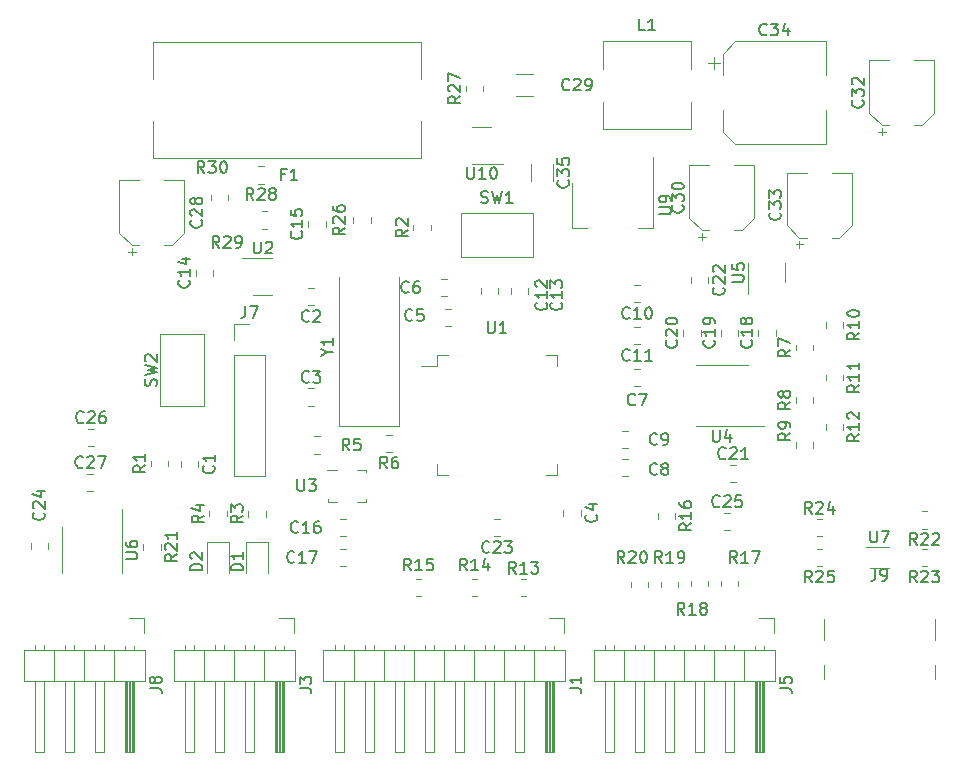
<source format=gbr>
%TF.GenerationSoftware,KiCad,Pcbnew,7.0.5*%
%TF.CreationDate,2023-06-26T01:29:26+02:00*%
%TF.ProjectId,GigaVesc,47696761-5665-4736-932e-6b696361645f,rev?*%
%TF.SameCoordinates,Original*%
%TF.FileFunction,Legend,Top*%
%TF.FilePolarity,Positive*%
%FSLAX46Y46*%
G04 Gerber Fmt 4.6, Leading zero omitted, Abs format (unit mm)*
G04 Created by KiCad (PCBNEW 7.0.5) date 2023-06-26 01:29:26*
%MOMM*%
%LPD*%
G01*
G04 APERTURE LIST*
%ADD10C,0.150000*%
%ADD11C,0.120000*%
%ADD12C,0.100000*%
G04 APERTURE END LIST*
D10*
%TO.C,R22*%
X192397142Y-113229819D02*
X192063809Y-112753628D01*
X191825714Y-113229819D02*
X191825714Y-112229819D01*
X191825714Y-112229819D02*
X192206666Y-112229819D01*
X192206666Y-112229819D02*
X192301904Y-112277438D01*
X192301904Y-112277438D02*
X192349523Y-112325057D01*
X192349523Y-112325057D02*
X192397142Y-112420295D01*
X192397142Y-112420295D02*
X192397142Y-112563152D01*
X192397142Y-112563152D02*
X192349523Y-112658390D01*
X192349523Y-112658390D02*
X192301904Y-112706009D01*
X192301904Y-112706009D02*
X192206666Y-112753628D01*
X192206666Y-112753628D02*
X191825714Y-112753628D01*
X192778095Y-112325057D02*
X192825714Y-112277438D01*
X192825714Y-112277438D02*
X192920952Y-112229819D01*
X192920952Y-112229819D02*
X193159047Y-112229819D01*
X193159047Y-112229819D02*
X193254285Y-112277438D01*
X193254285Y-112277438D02*
X193301904Y-112325057D01*
X193301904Y-112325057D02*
X193349523Y-112420295D01*
X193349523Y-112420295D02*
X193349523Y-112515533D01*
X193349523Y-112515533D02*
X193301904Y-112658390D01*
X193301904Y-112658390D02*
X192730476Y-113229819D01*
X192730476Y-113229819D02*
X193349523Y-113229819D01*
X193730476Y-112325057D02*
X193778095Y-112277438D01*
X193778095Y-112277438D02*
X193873333Y-112229819D01*
X193873333Y-112229819D02*
X194111428Y-112229819D01*
X194111428Y-112229819D02*
X194206666Y-112277438D01*
X194206666Y-112277438D02*
X194254285Y-112325057D01*
X194254285Y-112325057D02*
X194301904Y-112420295D01*
X194301904Y-112420295D02*
X194301904Y-112515533D01*
X194301904Y-112515533D02*
X194254285Y-112658390D01*
X194254285Y-112658390D02*
X193682857Y-113229819D01*
X193682857Y-113229819D02*
X194301904Y-113229819D01*
%TO.C,R21*%
X129739819Y-114030357D02*
X129263628Y-114363690D01*
X129739819Y-114601785D02*
X128739819Y-114601785D01*
X128739819Y-114601785D02*
X128739819Y-114220833D01*
X128739819Y-114220833D02*
X128787438Y-114125595D01*
X128787438Y-114125595D02*
X128835057Y-114077976D01*
X128835057Y-114077976D02*
X128930295Y-114030357D01*
X128930295Y-114030357D02*
X129073152Y-114030357D01*
X129073152Y-114030357D02*
X129168390Y-114077976D01*
X129168390Y-114077976D02*
X129216009Y-114125595D01*
X129216009Y-114125595D02*
X129263628Y-114220833D01*
X129263628Y-114220833D02*
X129263628Y-114601785D01*
X128835057Y-113649404D02*
X128787438Y-113601785D01*
X128787438Y-113601785D02*
X128739819Y-113506547D01*
X128739819Y-113506547D02*
X128739819Y-113268452D01*
X128739819Y-113268452D02*
X128787438Y-113173214D01*
X128787438Y-113173214D02*
X128835057Y-113125595D01*
X128835057Y-113125595D02*
X128930295Y-113077976D01*
X128930295Y-113077976D02*
X129025533Y-113077976D01*
X129025533Y-113077976D02*
X129168390Y-113125595D01*
X129168390Y-113125595D02*
X129739819Y-113697023D01*
X129739819Y-113697023D02*
X129739819Y-113077976D01*
X129739819Y-112125595D02*
X129739819Y-112697023D01*
X129739819Y-112411309D02*
X128739819Y-112411309D01*
X128739819Y-112411309D02*
X128882676Y-112506547D01*
X128882676Y-112506547D02*
X128977914Y-112601785D01*
X128977914Y-112601785D02*
X129025533Y-112697023D01*
%TO.C,U6*%
X125409819Y-114426904D02*
X126219342Y-114426904D01*
X126219342Y-114426904D02*
X126314580Y-114379285D01*
X126314580Y-114379285D02*
X126362200Y-114331666D01*
X126362200Y-114331666D02*
X126409819Y-114236428D01*
X126409819Y-114236428D02*
X126409819Y-114045952D01*
X126409819Y-114045952D02*
X126362200Y-113950714D01*
X126362200Y-113950714D02*
X126314580Y-113903095D01*
X126314580Y-113903095D02*
X126219342Y-113855476D01*
X126219342Y-113855476D02*
X125409819Y-113855476D01*
X125409819Y-112950714D02*
X125409819Y-113141190D01*
X125409819Y-113141190D02*
X125457438Y-113236428D01*
X125457438Y-113236428D02*
X125505057Y-113284047D01*
X125505057Y-113284047D02*
X125647914Y-113379285D01*
X125647914Y-113379285D02*
X125838390Y-113426904D01*
X125838390Y-113426904D02*
X126219342Y-113426904D01*
X126219342Y-113426904D02*
X126314580Y-113379285D01*
X126314580Y-113379285D02*
X126362200Y-113331666D01*
X126362200Y-113331666D02*
X126409819Y-113236428D01*
X126409819Y-113236428D02*
X126409819Y-113045952D01*
X126409819Y-113045952D02*
X126362200Y-112950714D01*
X126362200Y-112950714D02*
X126314580Y-112903095D01*
X126314580Y-112903095D02*
X126219342Y-112855476D01*
X126219342Y-112855476D02*
X125981247Y-112855476D01*
X125981247Y-112855476D02*
X125886009Y-112903095D01*
X125886009Y-112903095D02*
X125838390Y-112950714D01*
X125838390Y-112950714D02*
X125790771Y-113045952D01*
X125790771Y-113045952D02*
X125790771Y-113236428D01*
X125790771Y-113236428D02*
X125838390Y-113331666D01*
X125838390Y-113331666D02*
X125886009Y-113379285D01*
X125886009Y-113379285D02*
X125981247Y-113426904D01*
%TO.C,R28*%
X136239642Y-84019819D02*
X135906309Y-83543628D01*
X135668214Y-84019819D02*
X135668214Y-83019819D01*
X135668214Y-83019819D02*
X136049166Y-83019819D01*
X136049166Y-83019819D02*
X136144404Y-83067438D01*
X136144404Y-83067438D02*
X136192023Y-83115057D01*
X136192023Y-83115057D02*
X136239642Y-83210295D01*
X136239642Y-83210295D02*
X136239642Y-83353152D01*
X136239642Y-83353152D02*
X136192023Y-83448390D01*
X136192023Y-83448390D02*
X136144404Y-83496009D01*
X136144404Y-83496009D02*
X136049166Y-83543628D01*
X136049166Y-83543628D02*
X135668214Y-83543628D01*
X136620595Y-83115057D02*
X136668214Y-83067438D01*
X136668214Y-83067438D02*
X136763452Y-83019819D01*
X136763452Y-83019819D02*
X137001547Y-83019819D01*
X137001547Y-83019819D02*
X137096785Y-83067438D01*
X137096785Y-83067438D02*
X137144404Y-83115057D01*
X137144404Y-83115057D02*
X137192023Y-83210295D01*
X137192023Y-83210295D02*
X137192023Y-83305533D01*
X137192023Y-83305533D02*
X137144404Y-83448390D01*
X137144404Y-83448390D02*
X136572976Y-84019819D01*
X136572976Y-84019819D02*
X137192023Y-84019819D01*
X137763452Y-83448390D02*
X137668214Y-83400771D01*
X137668214Y-83400771D02*
X137620595Y-83353152D01*
X137620595Y-83353152D02*
X137572976Y-83257914D01*
X137572976Y-83257914D02*
X137572976Y-83210295D01*
X137572976Y-83210295D02*
X137620595Y-83115057D01*
X137620595Y-83115057D02*
X137668214Y-83067438D01*
X137668214Y-83067438D02*
X137763452Y-83019819D01*
X137763452Y-83019819D02*
X137953928Y-83019819D01*
X137953928Y-83019819D02*
X138049166Y-83067438D01*
X138049166Y-83067438D02*
X138096785Y-83115057D01*
X138096785Y-83115057D02*
X138144404Y-83210295D01*
X138144404Y-83210295D02*
X138144404Y-83257914D01*
X138144404Y-83257914D02*
X138096785Y-83353152D01*
X138096785Y-83353152D02*
X138049166Y-83400771D01*
X138049166Y-83400771D02*
X137953928Y-83448390D01*
X137953928Y-83448390D02*
X137763452Y-83448390D01*
X137763452Y-83448390D02*
X137668214Y-83496009D01*
X137668214Y-83496009D02*
X137620595Y-83543628D01*
X137620595Y-83543628D02*
X137572976Y-83638866D01*
X137572976Y-83638866D02*
X137572976Y-83829342D01*
X137572976Y-83829342D02*
X137620595Y-83924580D01*
X137620595Y-83924580D02*
X137668214Y-83972200D01*
X137668214Y-83972200D02*
X137763452Y-84019819D01*
X137763452Y-84019819D02*
X137953928Y-84019819D01*
X137953928Y-84019819D02*
X138049166Y-83972200D01*
X138049166Y-83972200D02*
X138096785Y-83924580D01*
X138096785Y-83924580D02*
X138144404Y-83829342D01*
X138144404Y-83829342D02*
X138144404Y-83638866D01*
X138144404Y-83638866D02*
X138096785Y-83543628D01*
X138096785Y-83543628D02*
X138049166Y-83496009D01*
X138049166Y-83496009D02*
X137953928Y-83448390D01*
%TO.C,U5*%
X176759819Y-90931904D02*
X177569342Y-90931904D01*
X177569342Y-90931904D02*
X177664580Y-90884285D01*
X177664580Y-90884285D02*
X177712200Y-90836666D01*
X177712200Y-90836666D02*
X177759819Y-90741428D01*
X177759819Y-90741428D02*
X177759819Y-90550952D01*
X177759819Y-90550952D02*
X177712200Y-90455714D01*
X177712200Y-90455714D02*
X177664580Y-90408095D01*
X177664580Y-90408095D02*
X177569342Y-90360476D01*
X177569342Y-90360476D02*
X176759819Y-90360476D01*
X176759819Y-89408095D02*
X176759819Y-89884285D01*
X176759819Y-89884285D02*
X177236009Y-89931904D01*
X177236009Y-89931904D02*
X177188390Y-89884285D01*
X177188390Y-89884285D02*
X177140771Y-89789047D01*
X177140771Y-89789047D02*
X177140771Y-89550952D01*
X177140771Y-89550952D02*
X177188390Y-89455714D01*
X177188390Y-89455714D02*
X177236009Y-89408095D01*
X177236009Y-89408095D02*
X177331247Y-89360476D01*
X177331247Y-89360476D02*
X177569342Y-89360476D01*
X177569342Y-89360476D02*
X177664580Y-89408095D01*
X177664580Y-89408095D02*
X177712200Y-89455714D01*
X177712200Y-89455714D02*
X177759819Y-89550952D01*
X177759819Y-89550952D02*
X177759819Y-89789047D01*
X177759819Y-89789047D02*
X177712200Y-89884285D01*
X177712200Y-89884285D02*
X177664580Y-89931904D01*
%TO.C,R20*%
X167632142Y-114754819D02*
X167298809Y-114278628D01*
X167060714Y-114754819D02*
X167060714Y-113754819D01*
X167060714Y-113754819D02*
X167441666Y-113754819D01*
X167441666Y-113754819D02*
X167536904Y-113802438D01*
X167536904Y-113802438D02*
X167584523Y-113850057D01*
X167584523Y-113850057D02*
X167632142Y-113945295D01*
X167632142Y-113945295D02*
X167632142Y-114088152D01*
X167632142Y-114088152D02*
X167584523Y-114183390D01*
X167584523Y-114183390D02*
X167536904Y-114231009D01*
X167536904Y-114231009D02*
X167441666Y-114278628D01*
X167441666Y-114278628D02*
X167060714Y-114278628D01*
X168013095Y-113850057D02*
X168060714Y-113802438D01*
X168060714Y-113802438D02*
X168155952Y-113754819D01*
X168155952Y-113754819D02*
X168394047Y-113754819D01*
X168394047Y-113754819D02*
X168489285Y-113802438D01*
X168489285Y-113802438D02*
X168536904Y-113850057D01*
X168536904Y-113850057D02*
X168584523Y-113945295D01*
X168584523Y-113945295D02*
X168584523Y-114040533D01*
X168584523Y-114040533D02*
X168536904Y-114183390D01*
X168536904Y-114183390D02*
X167965476Y-114754819D01*
X167965476Y-114754819D02*
X168584523Y-114754819D01*
X169203571Y-113754819D02*
X169298809Y-113754819D01*
X169298809Y-113754819D02*
X169394047Y-113802438D01*
X169394047Y-113802438D02*
X169441666Y-113850057D01*
X169441666Y-113850057D02*
X169489285Y-113945295D01*
X169489285Y-113945295D02*
X169536904Y-114135771D01*
X169536904Y-114135771D02*
X169536904Y-114373866D01*
X169536904Y-114373866D02*
X169489285Y-114564342D01*
X169489285Y-114564342D02*
X169441666Y-114659580D01*
X169441666Y-114659580D02*
X169394047Y-114707200D01*
X169394047Y-114707200D02*
X169298809Y-114754819D01*
X169298809Y-114754819D02*
X169203571Y-114754819D01*
X169203571Y-114754819D02*
X169108333Y-114707200D01*
X169108333Y-114707200D02*
X169060714Y-114659580D01*
X169060714Y-114659580D02*
X169013095Y-114564342D01*
X169013095Y-114564342D02*
X168965476Y-114373866D01*
X168965476Y-114373866D02*
X168965476Y-114135771D01*
X168965476Y-114135771D02*
X169013095Y-113945295D01*
X169013095Y-113945295D02*
X169060714Y-113850057D01*
X169060714Y-113850057D02*
X169108333Y-113802438D01*
X169108333Y-113802438D02*
X169203571Y-113754819D01*
%TO.C,C2*%
X140930333Y-94241580D02*
X140882714Y-94289200D01*
X140882714Y-94289200D02*
X140739857Y-94336819D01*
X140739857Y-94336819D02*
X140644619Y-94336819D01*
X140644619Y-94336819D02*
X140501762Y-94289200D01*
X140501762Y-94289200D02*
X140406524Y-94193961D01*
X140406524Y-94193961D02*
X140358905Y-94098723D01*
X140358905Y-94098723D02*
X140311286Y-93908247D01*
X140311286Y-93908247D02*
X140311286Y-93765390D01*
X140311286Y-93765390D02*
X140358905Y-93574914D01*
X140358905Y-93574914D02*
X140406524Y-93479676D01*
X140406524Y-93479676D02*
X140501762Y-93384438D01*
X140501762Y-93384438D02*
X140644619Y-93336819D01*
X140644619Y-93336819D02*
X140739857Y-93336819D01*
X140739857Y-93336819D02*
X140882714Y-93384438D01*
X140882714Y-93384438D02*
X140930333Y-93432057D01*
X141311286Y-93432057D02*
X141358905Y-93384438D01*
X141358905Y-93384438D02*
X141454143Y-93336819D01*
X141454143Y-93336819D02*
X141692238Y-93336819D01*
X141692238Y-93336819D02*
X141787476Y-93384438D01*
X141787476Y-93384438D02*
X141835095Y-93432057D01*
X141835095Y-93432057D02*
X141882714Y-93527295D01*
X141882714Y-93527295D02*
X141882714Y-93622533D01*
X141882714Y-93622533D02*
X141835095Y-93765390D01*
X141835095Y-93765390D02*
X141263667Y-94336819D01*
X141263667Y-94336819D02*
X141882714Y-94336819D01*
%TO.C,C6*%
X149373333Y-91799580D02*
X149325714Y-91847200D01*
X149325714Y-91847200D02*
X149182857Y-91894819D01*
X149182857Y-91894819D02*
X149087619Y-91894819D01*
X149087619Y-91894819D02*
X148944762Y-91847200D01*
X148944762Y-91847200D02*
X148849524Y-91751961D01*
X148849524Y-91751961D02*
X148801905Y-91656723D01*
X148801905Y-91656723D02*
X148754286Y-91466247D01*
X148754286Y-91466247D02*
X148754286Y-91323390D01*
X148754286Y-91323390D02*
X148801905Y-91132914D01*
X148801905Y-91132914D02*
X148849524Y-91037676D01*
X148849524Y-91037676D02*
X148944762Y-90942438D01*
X148944762Y-90942438D02*
X149087619Y-90894819D01*
X149087619Y-90894819D02*
X149182857Y-90894819D01*
X149182857Y-90894819D02*
X149325714Y-90942438D01*
X149325714Y-90942438D02*
X149373333Y-90990057D01*
X150230476Y-90894819D02*
X150040000Y-90894819D01*
X150040000Y-90894819D02*
X149944762Y-90942438D01*
X149944762Y-90942438D02*
X149897143Y-90990057D01*
X149897143Y-90990057D02*
X149801905Y-91132914D01*
X149801905Y-91132914D02*
X149754286Y-91323390D01*
X149754286Y-91323390D02*
X149754286Y-91704342D01*
X149754286Y-91704342D02*
X149801905Y-91799580D01*
X149801905Y-91799580D02*
X149849524Y-91847200D01*
X149849524Y-91847200D02*
X149944762Y-91894819D01*
X149944762Y-91894819D02*
X150135238Y-91894819D01*
X150135238Y-91894819D02*
X150230476Y-91847200D01*
X150230476Y-91847200D02*
X150278095Y-91799580D01*
X150278095Y-91799580D02*
X150325714Y-91704342D01*
X150325714Y-91704342D02*
X150325714Y-91466247D01*
X150325714Y-91466247D02*
X150278095Y-91371009D01*
X150278095Y-91371009D02*
X150230476Y-91323390D01*
X150230476Y-91323390D02*
X150135238Y-91275771D01*
X150135238Y-91275771D02*
X149944762Y-91275771D01*
X149944762Y-91275771D02*
X149849524Y-91323390D01*
X149849524Y-91323390D02*
X149801905Y-91371009D01*
X149801905Y-91371009D02*
X149754286Y-91466247D01*
%TO.C,C1*%
X132849580Y-106531666D02*
X132897200Y-106579285D01*
X132897200Y-106579285D02*
X132944819Y-106722142D01*
X132944819Y-106722142D02*
X132944819Y-106817380D01*
X132944819Y-106817380D02*
X132897200Y-106960237D01*
X132897200Y-106960237D02*
X132801961Y-107055475D01*
X132801961Y-107055475D02*
X132706723Y-107103094D01*
X132706723Y-107103094D02*
X132516247Y-107150713D01*
X132516247Y-107150713D02*
X132373390Y-107150713D01*
X132373390Y-107150713D02*
X132182914Y-107103094D01*
X132182914Y-107103094D02*
X132087676Y-107055475D01*
X132087676Y-107055475D02*
X131992438Y-106960237D01*
X131992438Y-106960237D02*
X131944819Y-106817380D01*
X131944819Y-106817380D02*
X131944819Y-106722142D01*
X131944819Y-106722142D02*
X131992438Y-106579285D01*
X131992438Y-106579285D02*
X132040057Y-106531666D01*
X132944819Y-105579285D02*
X132944819Y-106150713D01*
X132944819Y-105864999D02*
X131944819Y-105864999D01*
X131944819Y-105864999D02*
X132087676Y-105960237D01*
X132087676Y-105960237D02*
X132182914Y-106055475D01*
X132182914Y-106055475D02*
X132230533Y-106150713D01*
%TO.C,J7*%
X135556666Y-93014819D02*
X135556666Y-93729104D01*
X135556666Y-93729104D02*
X135509047Y-93871961D01*
X135509047Y-93871961D02*
X135413809Y-93967200D01*
X135413809Y-93967200D02*
X135270952Y-94014819D01*
X135270952Y-94014819D02*
X135175714Y-94014819D01*
X135937619Y-93014819D02*
X136604285Y-93014819D01*
X136604285Y-93014819D02*
X136175714Y-94014819D01*
%TO.C,C8*%
X170399333Y-107204580D02*
X170351714Y-107252200D01*
X170351714Y-107252200D02*
X170208857Y-107299819D01*
X170208857Y-107299819D02*
X170113619Y-107299819D01*
X170113619Y-107299819D02*
X169970762Y-107252200D01*
X169970762Y-107252200D02*
X169875524Y-107156961D01*
X169875524Y-107156961D02*
X169827905Y-107061723D01*
X169827905Y-107061723D02*
X169780286Y-106871247D01*
X169780286Y-106871247D02*
X169780286Y-106728390D01*
X169780286Y-106728390D02*
X169827905Y-106537914D01*
X169827905Y-106537914D02*
X169875524Y-106442676D01*
X169875524Y-106442676D02*
X169970762Y-106347438D01*
X169970762Y-106347438D02*
X170113619Y-106299819D01*
X170113619Y-106299819D02*
X170208857Y-106299819D01*
X170208857Y-106299819D02*
X170351714Y-106347438D01*
X170351714Y-106347438D02*
X170399333Y-106395057D01*
X170970762Y-106728390D02*
X170875524Y-106680771D01*
X170875524Y-106680771D02*
X170827905Y-106633152D01*
X170827905Y-106633152D02*
X170780286Y-106537914D01*
X170780286Y-106537914D02*
X170780286Y-106490295D01*
X170780286Y-106490295D02*
X170827905Y-106395057D01*
X170827905Y-106395057D02*
X170875524Y-106347438D01*
X170875524Y-106347438D02*
X170970762Y-106299819D01*
X170970762Y-106299819D02*
X171161238Y-106299819D01*
X171161238Y-106299819D02*
X171256476Y-106347438D01*
X171256476Y-106347438D02*
X171304095Y-106395057D01*
X171304095Y-106395057D02*
X171351714Y-106490295D01*
X171351714Y-106490295D02*
X171351714Y-106537914D01*
X171351714Y-106537914D02*
X171304095Y-106633152D01*
X171304095Y-106633152D02*
X171256476Y-106680771D01*
X171256476Y-106680771D02*
X171161238Y-106728390D01*
X171161238Y-106728390D02*
X170970762Y-106728390D01*
X170970762Y-106728390D02*
X170875524Y-106776009D01*
X170875524Y-106776009D02*
X170827905Y-106823628D01*
X170827905Y-106823628D02*
X170780286Y-106918866D01*
X170780286Y-106918866D02*
X170780286Y-107109342D01*
X170780286Y-107109342D02*
X170827905Y-107204580D01*
X170827905Y-107204580D02*
X170875524Y-107252200D01*
X170875524Y-107252200D02*
X170970762Y-107299819D01*
X170970762Y-107299819D02*
X171161238Y-107299819D01*
X171161238Y-107299819D02*
X171256476Y-107252200D01*
X171256476Y-107252200D02*
X171304095Y-107204580D01*
X171304095Y-107204580D02*
X171351714Y-107109342D01*
X171351714Y-107109342D02*
X171351714Y-106918866D01*
X171351714Y-106918866D02*
X171304095Y-106823628D01*
X171304095Y-106823628D02*
X171256476Y-106776009D01*
X171256476Y-106776009D02*
X171161238Y-106728390D01*
%TO.C,U10*%
X154336905Y-81229819D02*
X154336905Y-82039342D01*
X154336905Y-82039342D02*
X154384524Y-82134580D01*
X154384524Y-82134580D02*
X154432143Y-82182200D01*
X154432143Y-82182200D02*
X154527381Y-82229819D01*
X154527381Y-82229819D02*
X154717857Y-82229819D01*
X154717857Y-82229819D02*
X154813095Y-82182200D01*
X154813095Y-82182200D02*
X154860714Y-82134580D01*
X154860714Y-82134580D02*
X154908333Y-82039342D01*
X154908333Y-82039342D02*
X154908333Y-81229819D01*
X155908333Y-82229819D02*
X155336905Y-82229819D01*
X155622619Y-82229819D02*
X155622619Y-81229819D01*
X155622619Y-81229819D02*
X155527381Y-81372676D01*
X155527381Y-81372676D02*
X155432143Y-81467914D01*
X155432143Y-81467914D02*
X155336905Y-81515533D01*
X156527381Y-81229819D02*
X156622619Y-81229819D01*
X156622619Y-81229819D02*
X156717857Y-81277438D01*
X156717857Y-81277438D02*
X156765476Y-81325057D01*
X156765476Y-81325057D02*
X156813095Y-81420295D01*
X156813095Y-81420295D02*
X156860714Y-81610771D01*
X156860714Y-81610771D02*
X156860714Y-81848866D01*
X156860714Y-81848866D02*
X156813095Y-82039342D01*
X156813095Y-82039342D02*
X156765476Y-82134580D01*
X156765476Y-82134580D02*
X156717857Y-82182200D01*
X156717857Y-82182200D02*
X156622619Y-82229819D01*
X156622619Y-82229819D02*
X156527381Y-82229819D01*
X156527381Y-82229819D02*
X156432143Y-82182200D01*
X156432143Y-82182200D02*
X156384524Y-82134580D01*
X156384524Y-82134580D02*
X156336905Y-82039342D01*
X156336905Y-82039342D02*
X156289286Y-81848866D01*
X156289286Y-81848866D02*
X156289286Y-81610771D01*
X156289286Y-81610771D02*
X156336905Y-81420295D01*
X156336905Y-81420295D02*
X156384524Y-81325057D01*
X156384524Y-81325057D02*
X156432143Y-81277438D01*
X156432143Y-81277438D02*
X156527381Y-81229819D01*
%TO.C,D1*%
X135328819Y-115370594D02*
X134328819Y-115370594D01*
X134328819Y-115370594D02*
X134328819Y-115132499D01*
X134328819Y-115132499D02*
X134376438Y-114989642D01*
X134376438Y-114989642D02*
X134471676Y-114894404D01*
X134471676Y-114894404D02*
X134566914Y-114846785D01*
X134566914Y-114846785D02*
X134757390Y-114799166D01*
X134757390Y-114799166D02*
X134900247Y-114799166D01*
X134900247Y-114799166D02*
X135090723Y-114846785D01*
X135090723Y-114846785D02*
X135185961Y-114894404D01*
X135185961Y-114894404D02*
X135281200Y-114989642D01*
X135281200Y-114989642D02*
X135328819Y-115132499D01*
X135328819Y-115132499D02*
X135328819Y-115370594D01*
X135328819Y-113846785D02*
X135328819Y-114418213D01*
X135328819Y-114132499D02*
X134328819Y-114132499D01*
X134328819Y-114132499D02*
X134471676Y-114227737D01*
X134471676Y-114227737D02*
X134566914Y-114322975D01*
X134566914Y-114322975D02*
X134614533Y-114418213D01*
%TO.C,C33*%
X180809580Y-85097857D02*
X180857200Y-85145476D01*
X180857200Y-85145476D02*
X180904819Y-85288333D01*
X180904819Y-85288333D02*
X180904819Y-85383571D01*
X180904819Y-85383571D02*
X180857200Y-85526428D01*
X180857200Y-85526428D02*
X180761961Y-85621666D01*
X180761961Y-85621666D02*
X180666723Y-85669285D01*
X180666723Y-85669285D02*
X180476247Y-85716904D01*
X180476247Y-85716904D02*
X180333390Y-85716904D01*
X180333390Y-85716904D02*
X180142914Y-85669285D01*
X180142914Y-85669285D02*
X180047676Y-85621666D01*
X180047676Y-85621666D02*
X179952438Y-85526428D01*
X179952438Y-85526428D02*
X179904819Y-85383571D01*
X179904819Y-85383571D02*
X179904819Y-85288333D01*
X179904819Y-85288333D02*
X179952438Y-85145476D01*
X179952438Y-85145476D02*
X180000057Y-85097857D01*
X179904819Y-84764523D02*
X179904819Y-84145476D01*
X179904819Y-84145476D02*
X180285771Y-84478809D01*
X180285771Y-84478809D02*
X180285771Y-84335952D01*
X180285771Y-84335952D02*
X180333390Y-84240714D01*
X180333390Y-84240714D02*
X180381009Y-84193095D01*
X180381009Y-84193095D02*
X180476247Y-84145476D01*
X180476247Y-84145476D02*
X180714342Y-84145476D01*
X180714342Y-84145476D02*
X180809580Y-84193095D01*
X180809580Y-84193095D02*
X180857200Y-84240714D01*
X180857200Y-84240714D02*
X180904819Y-84335952D01*
X180904819Y-84335952D02*
X180904819Y-84621666D01*
X180904819Y-84621666D02*
X180857200Y-84716904D01*
X180857200Y-84716904D02*
X180809580Y-84764523D01*
X179904819Y-83812142D02*
X179904819Y-83193095D01*
X179904819Y-83193095D02*
X180285771Y-83526428D01*
X180285771Y-83526428D02*
X180285771Y-83383571D01*
X180285771Y-83383571D02*
X180333390Y-83288333D01*
X180333390Y-83288333D02*
X180381009Y-83240714D01*
X180381009Y-83240714D02*
X180476247Y-83193095D01*
X180476247Y-83193095D02*
X180714342Y-83193095D01*
X180714342Y-83193095D02*
X180809580Y-83240714D01*
X180809580Y-83240714D02*
X180857200Y-83288333D01*
X180857200Y-83288333D02*
X180904819Y-83383571D01*
X180904819Y-83383571D02*
X180904819Y-83669285D01*
X180904819Y-83669285D02*
X180857200Y-83764523D01*
X180857200Y-83764523D02*
X180809580Y-83812142D01*
%TO.C,C7*%
X168555333Y-101324580D02*
X168507714Y-101372200D01*
X168507714Y-101372200D02*
X168364857Y-101419819D01*
X168364857Y-101419819D02*
X168269619Y-101419819D01*
X168269619Y-101419819D02*
X168126762Y-101372200D01*
X168126762Y-101372200D02*
X168031524Y-101276961D01*
X168031524Y-101276961D02*
X167983905Y-101181723D01*
X167983905Y-101181723D02*
X167936286Y-100991247D01*
X167936286Y-100991247D02*
X167936286Y-100848390D01*
X167936286Y-100848390D02*
X167983905Y-100657914D01*
X167983905Y-100657914D02*
X168031524Y-100562676D01*
X168031524Y-100562676D02*
X168126762Y-100467438D01*
X168126762Y-100467438D02*
X168269619Y-100419819D01*
X168269619Y-100419819D02*
X168364857Y-100419819D01*
X168364857Y-100419819D02*
X168507714Y-100467438D01*
X168507714Y-100467438D02*
X168555333Y-100515057D01*
X168888667Y-100419819D02*
X169555333Y-100419819D01*
X169555333Y-100419819D02*
X169126762Y-101419819D01*
%TO.C,C13*%
X162284580Y-92717857D02*
X162332200Y-92765476D01*
X162332200Y-92765476D02*
X162379819Y-92908333D01*
X162379819Y-92908333D02*
X162379819Y-93003571D01*
X162379819Y-93003571D02*
X162332200Y-93146428D01*
X162332200Y-93146428D02*
X162236961Y-93241666D01*
X162236961Y-93241666D02*
X162141723Y-93289285D01*
X162141723Y-93289285D02*
X161951247Y-93336904D01*
X161951247Y-93336904D02*
X161808390Y-93336904D01*
X161808390Y-93336904D02*
X161617914Y-93289285D01*
X161617914Y-93289285D02*
X161522676Y-93241666D01*
X161522676Y-93241666D02*
X161427438Y-93146428D01*
X161427438Y-93146428D02*
X161379819Y-93003571D01*
X161379819Y-93003571D02*
X161379819Y-92908333D01*
X161379819Y-92908333D02*
X161427438Y-92765476D01*
X161427438Y-92765476D02*
X161475057Y-92717857D01*
X162379819Y-91765476D02*
X162379819Y-92336904D01*
X162379819Y-92051190D02*
X161379819Y-92051190D01*
X161379819Y-92051190D02*
X161522676Y-92146428D01*
X161522676Y-92146428D02*
X161617914Y-92241666D01*
X161617914Y-92241666D02*
X161665533Y-92336904D01*
X161379819Y-91432142D02*
X161379819Y-90813095D01*
X161379819Y-90813095D02*
X161760771Y-91146428D01*
X161760771Y-91146428D02*
X161760771Y-91003571D01*
X161760771Y-91003571D02*
X161808390Y-90908333D01*
X161808390Y-90908333D02*
X161856009Y-90860714D01*
X161856009Y-90860714D02*
X161951247Y-90813095D01*
X161951247Y-90813095D02*
X162189342Y-90813095D01*
X162189342Y-90813095D02*
X162284580Y-90860714D01*
X162284580Y-90860714D02*
X162332200Y-90908333D01*
X162332200Y-90908333D02*
X162379819Y-91003571D01*
X162379819Y-91003571D02*
X162379819Y-91289285D01*
X162379819Y-91289285D02*
X162332200Y-91384523D01*
X162332200Y-91384523D02*
X162284580Y-91432142D01*
%TO.C,L1*%
X169378333Y-69669819D02*
X168902143Y-69669819D01*
X168902143Y-69669819D02*
X168902143Y-68669819D01*
X170235476Y-69669819D02*
X169664048Y-69669819D01*
X169949762Y-69669819D02*
X169949762Y-68669819D01*
X169949762Y-68669819D02*
X169854524Y-68812676D01*
X169854524Y-68812676D02*
X169759286Y-68907914D01*
X169759286Y-68907914D02*
X169664048Y-68955533D01*
%TO.C,C35*%
X162864580Y-82352857D02*
X162912200Y-82400476D01*
X162912200Y-82400476D02*
X162959819Y-82543333D01*
X162959819Y-82543333D02*
X162959819Y-82638571D01*
X162959819Y-82638571D02*
X162912200Y-82781428D01*
X162912200Y-82781428D02*
X162816961Y-82876666D01*
X162816961Y-82876666D02*
X162721723Y-82924285D01*
X162721723Y-82924285D02*
X162531247Y-82971904D01*
X162531247Y-82971904D02*
X162388390Y-82971904D01*
X162388390Y-82971904D02*
X162197914Y-82924285D01*
X162197914Y-82924285D02*
X162102676Y-82876666D01*
X162102676Y-82876666D02*
X162007438Y-82781428D01*
X162007438Y-82781428D02*
X161959819Y-82638571D01*
X161959819Y-82638571D02*
X161959819Y-82543333D01*
X161959819Y-82543333D02*
X162007438Y-82400476D01*
X162007438Y-82400476D02*
X162055057Y-82352857D01*
X161959819Y-82019523D02*
X161959819Y-81400476D01*
X161959819Y-81400476D02*
X162340771Y-81733809D01*
X162340771Y-81733809D02*
X162340771Y-81590952D01*
X162340771Y-81590952D02*
X162388390Y-81495714D01*
X162388390Y-81495714D02*
X162436009Y-81448095D01*
X162436009Y-81448095D02*
X162531247Y-81400476D01*
X162531247Y-81400476D02*
X162769342Y-81400476D01*
X162769342Y-81400476D02*
X162864580Y-81448095D01*
X162864580Y-81448095D02*
X162912200Y-81495714D01*
X162912200Y-81495714D02*
X162959819Y-81590952D01*
X162959819Y-81590952D02*
X162959819Y-81876666D01*
X162959819Y-81876666D02*
X162912200Y-81971904D01*
X162912200Y-81971904D02*
X162864580Y-82019523D01*
X161959819Y-80495714D02*
X161959819Y-80971904D01*
X161959819Y-80971904D02*
X162436009Y-81019523D01*
X162436009Y-81019523D02*
X162388390Y-80971904D01*
X162388390Y-80971904D02*
X162340771Y-80876666D01*
X162340771Y-80876666D02*
X162340771Y-80638571D01*
X162340771Y-80638571D02*
X162388390Y-80543333D01*
X162388390Y-80543333D02*
X162436009Y-80495714D01*
X162436009Y-80495714D02*
X162531247Y-80448095D01*
X162531247Y-80448095D02*
X162769342Y-80448095D01*
X162769342Y-80448095D02*
X162864580Y-80495714D01*
X162864580Y-80495714D02*
X162912200Y-80543333D01*
X162912200Y-80543333D02*
X162959819Y-80638571D01*
X162959819Y-80638571D02*
X162959819Y-80876666D01*
X162959819Y-80876666D02*
X162912200Y-80971904D01*
X162912200Y-80971904D02*
X162864580Y-81019523D01*
%TO.C,R14*%
X154297142Y-115389819D02*
X153963809Y-114913628D01*
X153725714Y-115389819D02*
X153725714Y-114389819D01*
X153725714Y-114389819D02*
X154106666Y-114389819D01*
X154106666Y-114389819D02*
X154201904Y-114437438D01*
X154201904Y-114437438D02*
X154249523Y-114485057D01*
X154249523Y-114485057D02*
X154297142Y-114580295D01*
X154297142Y-114580295D02*
X154297142Y-114723152D01*
X154297142Y-114723152D02*
X154249523Y-114818390D01*
X154249523Y-114818390D02*
X154201904Y-114866009D01*
X154201904Y-114866009D02*
X154106666Y-114913628D01*
X154106666Y-114913628D02*
X153725714Y-114913628D01*
X155249523Y-115389819D02*
X154678095Y-115389819D01*
X154963809Y-115389819D02*
X154963809Y-114389819D01*
X154963809Y-114389819D02*
X154868571Y-114532676D01*
X154868571Y-114532676D02*
X154773333Y-114627914D01*
X154773333Y-114627914D02*
X154678095Y-114675533D01*
X156106666Y-114723152D02*
X156106666Y-115389819D01*
X155868571Y-114342200D02*
X155630476Y-115056485D01*
X155630476Y-115056485D02*
X156249523Y-115056485D01*
%TO.C,U4*%
X175133095Y-103488819D02*
X175133095Y-104298342D01*
X175133095Y-104298342D02*
X175180714Y-104393580D01*
X175180714Y-104393580D02*
X175228333Y-104441200D01*
X175228333Y-104441200D02*
X175323571Y-104488819D01*
X175323571Y-104488819D02*
X175514047Y-104488819D01*
X175514047Y-104488819D02*
X175609285Y-104441200D01*
X175609285Y-104441200D02*
X175656904Y-104393580D01*
X175656904Y-104393580D02*
X175704523Y-104298342D01*
X175704523Y-104298342D02*
X175704523Y-103488819D01*
X176609285Y-103822152D02*
X176609285Y-104488819D01*
X176371190Y-103441200D02*
X176133095Y-104155485D01*
X176133095Y-104155485D02*
X176752142Y-104155485D01*
%TO.C,U9*%
X170578819Y-85216904D02*
X171388342Y-85216904D01*
X171388342Y-85216904D02*
X171483580Y-85169285D01*
X171483580Y-85169285D02*
X171531200Y-85121666D01*
X171531200Y-85121666D02*
X171578819Y-85026428D01*
X171578819Y-85026428D02*
X171578819Y-84835952D01*
X171578819Y-84835952D02*
X171531200Y-84740714D01*
X171531200Y-84740714D02*
X171483580Y-84693095D01*
X171483580Y-84693095D02*
X171388342Y-84645476D01*
X171388342Y-84645476D02*
X170578819Y-84645476D01*
X171578819Y-84121666D02*
X171578819Y-83931190D01*
X171578819Y-83931190D02*
X171531200Y-83835952D01*
X171531200Y-83835952D02*
X171483580Y-83788333D01*
X171483580Y-83788333D02*
X171340723Y-83693095D01*
X171340723Y-83693095D02*
X171150247Y-83645476D01*
X171150247Y-83645476D02*
X170769295Y-83645476D01*
X170769295Y-83645476D02*
X170674057Y-83693095D01*
X170674057Y-83693095D02*
X170626438Y-83740714D01*
X170626438Y-83740714D02*
X170578819Y-83835952D01*
X170578819Y-83835952D02*
X170578819Y-84026428D01*
X170578819Y-84026428D02*
X170626438Y-84121666D01*
X170626438Y-84121666D02*
X170674057Y-84169285D01*
X170674057Y-84169285D02*
X170769295Y-84216904D01*
X170769295Y-84216904D02*
X171007390Y-84216904D01*
X171007390Y-84216904D02*
X171102628Y-84169285D01*
X171102628Y-84169285D02*
X171150247Y-84121666D01*
X171150247Y-84121666D02*
X171197866Y-84026428D01*
X171197866Y-84026428D02*
X171197866Y-83835952D01*
X171197866Y-83835952D02*
X171150247Y-83740714D01*
X171150247Y-83740714D02*
X171102628Y-83693095D01*
X171102628Y-83693095D02*
X171007390Y-83645476D01*
%TO.C,F1*%
X138911666Y-81846009D02*
X138578333Y-81846009D01*
X138578333Y-82369819D02*
X138578333Y-81369819D01*
X138578333Y-81369819D02*
X139054523Y-81369819D01*
X139959285Y-82369819D02*
X139387857Y-82369819D01*
X139673571Y-82369819D02*
X139673571Y-81369819D01*
X139673571Y-81369819D02*
X139578333Y-81512676D01*
X139578333Y-81512676D02*
X139483095Y-81607914D01*
X139483095Y-81607914D02*
X139387857Y-81655533D01*
%TO.C,C32*%
X187794580Y-75572857D02*
X187842200Y-75620476D01*
X187842200Y-75620476D02*
X187889819Y-75763333D01*
X187889819Y-75763333D02*
X187889819Y-75858571D01*
X187889819Y-75858571D02*
X187842200Y-76001428D01*
X187842200Y-76001428D02*
X187746961Y-76096666D01*
X187746961Y-76096666D02*
X187651723Y-76144285D01*
X187651723Y-76144285D02*
X187461247Y-76191904D01*
X187461247Y-76191904D02*
X187318390Y-76191904D01*
X187318390Y-76191904D02*
X187127914Y-76144285D01*
X187127914Y-76144285D02*
X187032676Y-76096666D01*
X187032676Y-76096666D02*
X186937438Y-76001428D01*
X186937438Y-76001428D02*
X186889819Y-75858571D01*
X186889819Y-75858571D02*
X186889819Y-75763333D01*
X186889819Y-75763333D02*
X186937438Y-75620476D01*
X186937438Y-75620476D02*
X186985057Y-75572857D01*
X186889819Y-75239523D02*
X186889819Y-74620476D01*
X186889819Y-74620476D02*
X187270771Y-74953809D01*
X187270771Y-74953809D02*
X187270771Y-74810952D01*
X187270771Y-74810952D02*
X187318390Y-74715714D01*
X187318390Y-74715714D02*
X187366009Y-74668095D01*
X187366009Y-74668095D02*
X187461247Y-74620476D01*
X187461247Y-74620476D02*
X187699342Y-74620476D01*
X187699342Y-74620476D02*
X187794580Y-74668095D01*
X187794580Y-74668095D02*
X187842200Y-74715714D01*
X187842200Y-74715714D02*
X187889819Y-74810952D01*
X187889819Y-74810952D02*
X187889819Y-75096666D01*
X187889819Y-75096666D02*
X187842200Y-75191904D01*
X187842200Y-75191904D02*
X187794580Y-75239523D01*
X186985057Y-74239523D02*
X186937438Y-74191904D01*
X186937438Y-74191904D02*
X186889819Y-74096666D01*
X186889819Y-74096666D02*
X186889819Y-73858571D01*
X186889819Y-73858571D02*
X186937438Y-73763333D01*
X186937438Y-73763333D02*
X186985057Y-73715714D01*
X186985057Y-73715714D02*
X187080295Y-73668095D01*
X187080295Y-73668095D02*
X187175533Y-73668095D01*
X187175533Y-73668095D02*
X187318390Y-73715714D01*
X187318390Y-73715714D02*
X187889819Y-74287142D01*
X187889819Y-74287142D02*
X187889819Y-73668095D01*
%TO.C,C30*%
X172554580Y-84462857D02*
X172602200Y-84510476D01*
X172602200Y-84510476D02*
X172649819Y-84653333D01*
X172649819Y-84653333D02*
X172649819Y-84748571D01*
X172649819Y-84748571D02*
X172602200Y-84891428D01*
X172602200Y-84891428D02*
X172506961Y-84986666D01*
X172506961Y-84986666D02*
X172411723Y-85034285D01*
X172411723Y-85034285D02*
X172221247Y-85081904D01*
X172221247Y-85081904D02*
X172078390Y-85081904D01*
X172078390Y-85081904D02*
X171887914Y-85034285D01*
X171887914Y-85034285D02*
X171792676Y-84986666D01*
X171792676Y-84986666D02*
X171697438Y-84891428D01*
X171697438Y-84891428D02*
X171649819Y-84748571D01*
X171649819Y-84748571D02*
X171649819Y-84653333D01*
X171649819Y-84653333D02*
X171697438Y-84510476D01*
X171697438Y-84510476D02*
X171745057Y-84462857D01*
X171649819Y-84129523D02*
X171649819Y-83510476D01*
X171649819Y-83510476D02*
X172030771Y-83843809D01*
X172030771Y-83843809D02*
X172030771Y-83700952D01*
X172030771Y-83700952D02*
X172078390Y-83605714D01*
X172078390Y-83605714D02*
X172126009Y-83558095D01*
X172126009Y-83558095D02*
X172221247Y-83510476D01*
X172221247Y-83510476D02*
X172459342Y-83510476D01*
X172459342Y-83510476D02*
X172554580Y-83558095D01*
X172554580Y-83558095D02*
X172602200Y-83605714D01*
X172602200Y-83605714D02*
X172649819Y-83700952D01*
X172649819Y-83700952D02*
X172649819Y-83986666D01*
X172649819Y-83986666D02*
X172602200Y-84081904D01*
X172602200Y-84081904D02*
X172554580Y-84129523D01*
X171649819Y-82891428D02*
X171649819Y-82796190D01*
X171649819Y-82796190D02*
X171697438Y-82700952D01*
X171697438Y-82700952D02*
X171745057Y-82653333D01*
X171745057Y-82653333D02*
X171840295Y-82605714D01*
X171840295Y-82605714D02*
X172030771Y-82558095D01*
X172030771Y-82558095D02*
X172268866Y-82558095D01*
X172268866Y-82558095D02*
X172459342Y-82605714D01*
X172459342Y-82605714D02*
X172554580Y-82653333D01*
X172554580Y-82653333D02*
X172602200Y-82700952D01*
X172602200Y-82700952D02*
X172649819Y-82796190D01*
X172649819Y-82796190D02*
X172649819Y-82891428D01*
X172649819Y-82891428D02*
X172602200Y-82986666D01*
X172602200Y-82986666D02*
X172554580Y-83034285D01*
X172554580Y-83034285D02*
X172459342Y-83081904D01*
X172459342Y-83081904D02*
X172268866Y-83129523D01*
X172268866Y-83129523D02*
X172030771Y-83129523D01*
X172030771Y-83129523D02*
X171840295Y-83081904D01*
X171840295Y-83081904D02*
X171745057Y-83034285D01*
X171745057Y-83034285D02*
X171697438Y-82986666D01*
X171697438Y-82986666D02*
X171649819Y-82891428D01*
%TO.C,C28*%
X131804580Y-85732857D02*
X131852200Y-85780476D01*
X131852200Y-85780476D02*
X131899819Y-85923333D01*
X131899819Y-85923333D02*
X131899819Y-86018571D01*
X131899819Y-86018571D02*
X131852200Y-86161428D01*
X131852200Y-86161428D02*
X131756961Y-86256666D01*
X131756961Y-86256666D02*
X131661723Y-86304285D01*
X131661723Y-86304285D02*
X131471247Y-86351904D01*
X131471247Y-86351904D02*
X131328390Y-86351904D01*
X131328390Y-86351904D02*
X131137914Y-86304285D01*
X131137914Y-86304285D02*
X131042676Y-86256666D01*
X131042676Y-86256666D02*
X130947438Y-86161428D01*
X130947438Y-86161428D02*
X130899819Y-86018571D01*
X130899819Y-86018571D02*
X130899819Y-85923333D01*
X130899819Y-85923333D02*
X130947438Y-85780476D01*
X130947438Y-85780476D02*
X130995057Y-85732857D01*
X130995057Y-85351904D02*
X130947438Y-85304285D01*
X130947438Y-85304285D02*
X130899819Y-85209047D01*
X130899819Y-85209047D02*
X130899819Y-84970952D01*
X130899819Y-84970952D02*
X130947438Y-84875714D01*
X130947438Y-84875714D02*
X130995057Y-84828095D01*
X130995057Y-84828095D02*
X131090295Y-84780476D01*
X131090295Y-84780476D02*
X131185533Y-84780476D01*
X131185533Y-84780476D02*
X131328390Y-84828095D01*
X131328390Y-84828095D02*
X131899819Y-85399523D01*
X131899819Y-85399523D02*
X131899819Y-84780476D01*
X131328390Y-84209047D02*
X131280771Y-84304285D01*
X131280771Y-84304285D02*
X131233152Y-84351904D01*
X131233152Y-84351904D02*
X131137914Y-84399523D01*
X131137914Y-84399523D02*
X131090295Y-84399523D01*
X131090295Y-84399523D02*
X130995057Y-84351904D01*
X130995057Y-84351904D02*
X130947438Y-84304285D01*
X130947438Y-84304285D02*
X130899819Y-84209047D01*
X130899819Y-84209047D02*
X130899819Y-84018571D01*
X130899819Y-84018571D02*
X130947438Y-83923333D01*
X130947438Y-83923333D02*
X130995057Y-83875714D01*
X130995057Y-83875714D02*
X131090295Y-83828095D01*
X131090295Y-83828095D02*
X131137914Y-83828095D01*
X131137914Y-83828095D02*
X131233152Y-83875714D01*
X131233152Y-83875714D02*
X131280771Y-83923333D01*
X131280771Y-83923333D02*
X131328390Y-84018571D01*
X131328390Y-84018571D02*
X131328390Y-84209047D01*
X131328390Y-84209047D02*
X131376009Y-84304285D01*
X131376009Y-84304285D02*
X131423628Y-84351904D01*
X131423628Y-84351904D02*
X131518866Y-84399523D01*
X131518866Y-84399523D02*
X131709342Y-84399523D01*
X131709342Y-84399523D02*
X131804580Y-84351904D01*
X131804580Y-84351904D02*
X131852200Y-84304285D01*
X131852200Y-84304285D02*
X131899819Y-84209047D01*
X131899819Y-84209047D02*
X131899819Y-84018571D01*
X131899819Y-84018571D02*
X131852200Y-83923333D01*
X131852200Y-83923333D02*
X131804580Y-83875714D01*
X131804580Y-83875714D02*
X131709342Y-83828095D01*
X131709342Y-83828095D02*
X131518866Y-83828095D01*
X131518866Y-83828095D02*
X131423628Y-83875714D01*
X131423628Y-83875714D02*
X131376009Y-83923333D01*
X131376009Y-83923333D02*
X131328390Y-84018571D01*
%TO.C,U3*%
X139954095Y-107658819D02*
X139954095Y-108468342D01*
X139954095Y-108468342D02*
X140001714Y-108563580D01*
X140001714Y-108563580D02*
X140049333Y-108611200D01*
X140049333Y-108611200D02*
X140144571Y-108658819D01*
X140144571Y-108658819D02*
X140335047Y-108658819D01*
X140335047Y-108658819D02*
X140430285Y-108611200D01*
X140430285Y-108611200D02*
X140477904Y-108563580D01*
X140477904Y-108563580D02*
X140525523Y-108468342D01*
X140525523Y-108468342D02*
X140525523Y-107658819D01*
X140906476Y-107658819D02*
X141525523Y-107658819D01*
X141525523Y-107658819D02*
X141192190Y-108039771D01*
X141192190Y-108039771D02*
X141335047Y-108039771D01*
X141335047Y-108039771D02*
X141430285Y-108087390D01*
X141430285Y-108087390D02*
X141477904Y-108135009D01*
X141477904Y-108135009D02*
X141525523Y-108230247D01*
X141525523Y-108230247D02*
X141525523Y-108468342D01*
X141525523Y-108468342D02*
X141477904Y-108563580D01*
X141477904Y-108563580D02*
X141430285Y-108611200D01*
X141430285Y-108611200D02*
X141335047Y-108658819D01*
X141335047Y-108658819D02*
X141049333Y-108658819D01*
X141049333Y-108658819D02*
X140954095Y-108611200D01*
X140954095Y-108611200D02*
X140906476Y-108563580D01*
%TO.C,C19*%
X175209580Y-95892857D02*
X175257200Y-95940476D01*
X175257200Y-95940476D02*
X175304819Y-96083333D01*
X175304819Y-96083333D02*
X175304819Y-96178571D01*
X175304819Y-96178571D02*
X175257200Y-96321428D01*
X175257200Y-96321428D02*
X175161961Y-96416666D01*
X175161961Y-96416666D02*
X175066723Y-96464285D01*
X175066723Y-96464285D02*
X174876247Y-96511904D01*
X174876247Y-96511904D02*
X174733390Y-96511904D01*
X174733390Y-96511904D02*
X174542914Y-96464285D01*
X174542914Y-96464285D02*
X174447676Y-96416666D01*
X174447676Y-96416666D02*
X174352438Y-96321428D01*
X174352438Y-96321428D02*
X174304819Y-96178571D01*
X174304819Y-96178571D02*
X174304819Y-96083333D01*
X174304819Y-96083333D02*
X174352438Y-95940476D01*
X174352438Y-95940476D02*
X174400057Y-95892857D01*
X175304819Y-94940476D02*
X175304819Y-95511904D01*
X175304819Y-95226190D02*
X174304819Y-95226190D01*
X174304819Y-95226190D02*
X174447676Y-95321428D01*
X174447676Y-95321428D02*
X174542914Y-95416666D01*
X174542914Y-95416666D02*
X174590533Y-95511904D01*
X175304819Y-94464285D02*
X175304819Y-94273809D01*
X175304819Y-94273809D02*
X175257200Y-94178571D01*
X175257200Y-94178571D02*
X175209580Y-94130952D01*
X175209580Y-94130952D02*
X175066723Y-94035714D01*
X175066723Y-94035714D02*
X174876247Y-93988095D01*
X174876247Y-93988095D02*
X174495295Y-93988095D01*
X174495295Y-93988095D02*
X174400057Y-94035714D01*
X174400057Y-94035714D02*
X174352438Y-94083333D01*
X174352438Y-94083333D02*
X174304819Y-94178571D01*
X174304819Y-94178571D02*
X174304819Y-94369047D01*
X174304819Y-94369047D02*
X174352438Y-94464285D01*
X174352438Y-94464285D02*
X174400057Y-94511904D01*
X174400057Y-94511904D02*
X174495295Y-94559523D01*
X174495295Y-94559523D02*
X174733390Y-94559523D01*
X174733390Y-94559523D02*
X174828628Y-94511904D01*
X174828628Y-94511904D02*
X174876247Y-94464285D01*
X174876247Y-94464285D02*
X174923866Y-94369047D01*
X174923866Y-94369047D02*
X174923866Y-94178571D01*
X174923866Y-94178571D02*
X174876247Y-94083333D01*
X174876247Y-94083333D02*
X174828628Y-94035714D01*
X174828628Y-94035714D02*
X174733390Y-93988095D01*
%TO.C,C25*%
X175699142Y-109931580D02*
X175651523Y-109979200D01*
X175651523Y-109979200D02*
X175508666Y-110026819D01*
X175508666Y-110026819D02*
X175413428Y-110026819D01*
X175413428Y-110026819D02*
X175270571Y-109979200D01*
X175270571Y-109979200D02*
X175175333Y-109883961D01*
X175175333Y-109883961D02*
X175127714Y-109788723D01*
X175127714Y-109788723D02*
X175080095Y-109598247D01*
X175080095Y-109598247D02*
X175080095Y-109455390D01*
X175080095Y-109455390D02*
X175127714Y-109264914D01*
X175127714Y-109264914D02*
X175175333Y-109169676D01*
X175175333Y-109169676D02*
X175270571Y-109074438D01*
X175270571Y-109074438D02*
X175413428Y-109026819D01*
X175413428Y-109026819D02*
X175508666Y-109026819D01*
X175508666Y-109026819D02*
X175651523Y-109074438D01*
X175651523Y-109074438D02*
X175699142Y-109122057D01*
X176080095Y-109122057D02*
X176127714Y-109074438D01*
X176127714Y-109074438D02*
X176222952Y-109026819D01*
X176222952Y-109026819D02*
X176461047Y-109026819D01*
X176461047Y-109026819D02*
X176556285Y-109074438D01*
X176556285Y-109074438D02*
X176603904Y-109122057D01*
X176603904Y-109122057D02*
X176651523Y-109217295D01*
X176651523Y-109217295D02*
X176651523Y-109312533D01*
X176651523Y-109312533D02*
X176603904Y-109455390D01*
X176603904Y-109455390D02*
X176032476Y-110026819D01*
X176032476Y-110026819D02*
X176651523Y-110026819D01*
X177556285Y-109026819D02*
X177080095Y-109026819D01*
X177080095Y-109026819D02*
X177032476Y-109503009D01*
X177032476Y-109503009D02*
X177080095Y-109455390D01*
X177080095Y-109455390D02*
X177175333Y-109407771D01*
X177175333Y-109407771D02*
X177413428Y-109407771D01*
X177413428Y-109407771D02*
X177508666Y-109455390D01*
X177508666Y-109455390D02*
X177556285Y-109503009D01*
X177556285Y-109503009D02*
X177603904Y-109598247D01*
X177603904Y-109598247D02*
X177603904Y-109836342D01*
X177603904Y-109836342D02*
X177556285Y-109931580D01*
X177556285Y-109931580D02*
X177508666Y-109979200D01*
X177508666Y-109979200D02*
X177413428Y-110026819D01*
X177413428Y-110026819D02*
X177175333Y-110026819D01*
X177175333Y-110026819D02*
X177080095Y-109979200D01*
X177080095Y-109979200D02*
X177032476Y-109931580D01*
%TO.C,C12*%
X161014580Y-92717857D02*
X161062200Y-92765476D01*
X161062200Y-92765476D02*
X161109819Y-92908333D01*
X161109819Y-92908333D02*
X161109819Y-93003571D01*
X161109819Y-93003571D02*
X161062200Y-93146428D01*
X161062200Y-93146428D02*
X160966961Y-93241666D01*
X160966961Y-93241666D02*
X160871723Y-93289285D01*
X160871723Y-93289285D02*
X160681247Y-93336904D01*
X160681247Y-93336904D02*
X160538390Y-93336904D01*
X160538390Y-93336904D02*
X160347914Y-93289285D01*
X160347914Y-93289285D02*
X160252676Y-93241666D01*
X160252676Y-93241666D02*
X160157438Y-93146428D01*
X160157438Y-93146428D02*
X160109819Y-93003571D01*
X160109819Y-93003571D02*
X160109819Y-92908333D01*
X160109819Y-92908333D02*
X160157438Y-92765476D01*
X160157438Y-92765476D02*
X160205057Y-92717857D01*
X161109819Y-91765476D02*
X161109819Y-92336904D01*
X161109819Y-92051190D02*
X160109819Y-92051190D01*
X160109819Y-92051190D02*
X160252676Y-92146428D01*
X160252676Y-92146428D02*
X160347914Y-92241666D01*
X160347914Y-92241666D02*
X160395533Y-92336904D01*
X160205057Y-91384523D02*
X160157438Y-91336904D01*
X160157438Y-91336904D02*
X160109819Y-91241666D01*
X160109819Y-91241666D02*
X160109819Y-91003571D01*
X160109819Y-91003571D02*
X160157438Y-90908333D01*
X160157438Y-90908333D02*
X160205057Y-90860714D01*
X160205057Y-90860714D02*
X160300295Y-90813095D01*
X160300295Y-90813095D02*
X160395533Y-90813095D01*
X160395533Y-90813095D02*
X160538390Y-90860714D01*
X160538390Y-90860714D02*
X161109819Y-91432142D01*
X161109819Y-91432142D02*
X161109819Y-90813095D01*
%TO.C,R7*%
X181684819Y-96686666D02*
X181208628Y-97019999D01*
X181684819Y-97258094D02*
X180684819Y-97258094D01*
X180684819Y-97258094D02*
X180684819Y-96877142D01*
X180684819Y-96877142D02*
X180732438Y-96781904D01*
X180732438Y-96781904D02*
X180780057Y-96734285D01*
X180780057Y-96734285D02*
X180875295Y-96686666D01*
X180875295Y-96686666D02*
X181018152Y-96686666D01*
X181018152Y-96686666D02*
X181113390Y-96734285D01*
X181113390Y-96734285D02*
X181161009Y-96781904D01*
X181161009Y-96781904D02*
X181208628Y-96877142D01*
X181208628Y-96877142D02*
X181208628Y-97258094D01*
X180684819Y-96353332D02*
X180684819Y-95686666D01*
X180684819Y-95686666D02*
X181684819Y-96115237D01*
%TO.C,C11*%
X168079142Y-97543580D02*
X168031523Y-97591200D01*
X168031523Y-97591200D02*
X167888666Y-97638819D01*
X167888666Y-97638819D02*
X167793428Y-97638819D01*
X167793428Y-97638819D02*
X167650571Y-97591200D01*
X167650571Y-97591200D02*
X167555333Y-97495961D01*
X167555333Y-97495961D02*
X167507714Y-97400723D01*
X167507714Y-97400723D02*
X167460095Y-97210247D01*
X167460095Y-97210247D02*
X167460095Y-97067390D01*
X167460095Y-97067390D02*
X167507714Y-96876914D01*
X167507714Y-96876914D02*
X167555333Y-96781676D01*
X167555333Y-96781676D02*
X167650571Y-96686438D01*
X167650571Y-96686438D02*
X167793428Y-96638819D01*
X167793428Y-96638819D02*
X167888666Y-96638819D01*
X167888666Y-96638819D02*
X168031523Y-96686438D01*
X168031523Y-96686438D02*
X168079142Y-96734057D01*
X169031523Y-97638819D02*
X168460095Y-97638819D01*
X168745809Y-97638819D02*
X168745809Y-96638819D01*
X168745809Y-96638819D02*
X168650571Y-96781676D01*
X168650571Y-96781676D02*
X168555333Y-96876914D01*
X168555333Y-96876914D02*
X168460095Y-96924533D01*
X169983904Y-97638819D02*
X169412476Y-97638819D01*
X169698190Y-97638819D02*
X169698190Y-96638819D01*
X169698190Y-96638819D02*
X169602952Y-96781676D01*
X169602952Y-96781676D02*
X169507714Y-96876914D01*
X169507714Y-96876914D02*
X169412476Y-96924533D01*
%TO.C,C10*%
X168079142Y-93987580D02*
X168031523Y-94035200D01*
X168031523Y-94035200D02*
X167888666Y-94082819D01*
X167888666Y-94082819D02*
X167793428Y-94082819D01*
X167793428Y-94082819D02*
X167650571Y-94035200D01*
X167650571Y-94035200D02*
X167555333Y-93939961D01*
X167555333Y-93939961D02*
X167507714Y-93844723D01*
X167507714Y-93844723D02*
X167460095Y-93654247D01*
X167460095Y-93654247D02*
X167460095Y-93511390D01*
X167460095Y-93511390D02*
X167507714Y-93320914D01*
X167507714Y-93320914D02*
X167555333Y-93225676D01*
X167555333Y-93225676D02*
X167650571Y-93130438D01*
X167650571Y-93130438D02*
X167793428Y-93082819D01*
X167793428Y-93082819D02*
X167888666Y-93082819D01*
X167888666Y-93082819D02*
X168031523Y-93130438D01*
X168031523Y-93130438D02*
X168079142Y-93178057D01*
X169031523Y-94082819D02*
X168460095Y-94082819D01*
X168745809Y-94082819D02*
X168745809Y-93082819D01*
X168745809Y-93082819D02*
X168650571Y-93225676D01*
X168650571Y-93225676D02*
X168555333Y-93320914D01*
X168555333Y-93320914D02*
X168460095Y-93368533D01*
X169650571Y-93082819D02*
X169745809Y-93082819D01*
X169745809Y-93082819D02*
X169841047Y-93130438D01*
X169841047Y-93130438D02*
X169888666Y-93178057D01*
X169888666Y-93178057D02*
X169936285Y-93273295D01*
X169936285Y-93273295D02*
X169983904Y-93463771D01*
X169983904Y-93463771D02*
X169983904Y-93701866D01*
X169983904Y-93701866D02*
X169936285Y-93892342D01*
X169936285Y-93892342D02*
X169888666Y-93987580D01*
X169888666Y-93987580D02*
X169841047Y-94035200D01*
X169841047Y-94035200D02*
X169745809Y-94082819D01*
X169745809Y-94082819D02*
X169650571Y-94082819D01*
X169650571Y-94082819D02*
X169555333Y-94035200D01*
X169555333Y-94035200D02*
X169507714Y-93987580D01*
X169507714Y-93987580D02*
X169460095Y-93892342D01*
X169460095Y-93892342D02*
X169412476Y-93701866D01*
X169412476Y-93701866D02*
X169412476Y-93463771D01*
X169412476Y-93463771D02*
X169460095Y-93273295D01*
X169460095Y-93273295D02*
X169507714Y-93178057D01*
X169507714Y-93178057D02*
X169555333Y-93130438D01*
X169555333Y-93130438D02*
X169650571Y-93082819D01*
%TO.C,R2*%
X149299819Y-86526666D02*
X148823628Y-86859999D01*
X149299819Y-87098094D02*
X148299819Y-87098094D01*
X148299819Y-87098094D02*
X148299819Y-86717142D01*
X148299819Y-86717142D02*
X148347438Y-86621904D01*
X148347438Y-86621904D02*
X148395057Y-86574285D01*
X148395057Y-86574285D02*
X148490295Y-86526666D01*
X148490295Y-86526666D02*
X148633152Y-86526666D01*
X148633152Y-86526666D02*
X148728390Y-86574285D01*
X148728390Y-86574285D02*
X148776009Y-86621904D01*
X148776009Y-86621904D02*
X148823628Y-86717142D01*
X148823628Y-86717142D02*
X148823628Y-87098094D01*
X148395057Y-86145713D02*
X148347438Y-86098094D01*
X148347438Y-86098094D02*
X148299819Y-86002856D01*
X148299819Y-86002856D02*
X148299819Y-85764761D01*
X148299819Y-85764761D02*
X148347438Y-85669523D01*
X148347438Y-85669523D02*
X148395057Y-85621904D01*
X148395057Y-85621904D02*
X148490295Y-85574285D01*
X148490295Y-85574285D02*
X148585533Y-85574285D01*
X148585533Y-85574285D02*
X148728390Y-85621904D01*
X148728390Y-85621904D02*
X149299819Y-86193332D01*
X149299819Y-86193332D02*
X149299819Y-85574285D01*
%TO.C,C9*%
X170399333Y-104664580D02*
X170351714Y-104712200D01*
X170351714Y-104712200D02*
X170208857Y-104759819D01*
X170208857Y-104759819D02*
X170113619Y-104759819D01*
X170113619Y-104759819D02*
X169970762Y-104712200D01*
X169970762Y-104712200D02*
X169875524Y-104616961D01*
X169875524Y-104616961D02*
X169827905Y-104521723D01*
X169827905Y-104521723D02*
X169780286Y-104331247D01*
X169780286Y-104331247D02*
X169780286Y-104188390D01*
X169780286Y-104188390D02*
X169827905Y-103997914D01*
X169827905Y-103997914D02*
X169875524Y-103902676D01*
X169875524Y-103902676D02*
X169970762Y-103807438D01*
X169970762Y-103807438D02*
X170113619Y-103759819D01*
X170113619Y-103759819D02*
X170208857Y-103759819D01*
X170208857Y-103759819D02*
X170351714Y-103807438D01*
X170351714Y-103807438D02*
X170399333Y-103855057D01*
X170875524Y-104759819D02*
X171066000Y-104759819D01*
X171066000Y-104759819D02*
X171161238Y-104712200D01*
X171161238Y-104712200D02*
X171208857Y-104664580D01*
X171208857Y-104664580D02*
X171304095Y-104521723D01*
X171304095Y-104521723D02*
X171351714Y-104331247D01*
X171351714Y-104331247D02*
X171351714Y-103950295D01*
X171351714Y-103950295D02*
X171304095Y-103855057D01*
X171304095Y-103855057D02*
X171256476Y-103807438D01*
X171256476Y-103807438D02*
X171161238Y-103759819D01*
X171161238Y-103759819D02*
X170970762Y-103759819D01*
X170970762Y-103759819D02*
X170875524Y-103807438D01*
X170875524Y-103807438D02*
X170827905Y-103855057D01*
X170827905Y-103855057D02*
X170780286Y-103950295D01*
X170780286Y-103950295D02*
X170780286Y-104188390D01*
X170780286Y-104188390D02*
X170827905Y-104283628D01*
X170827905Y-104283628D02*
X170875524Y-104331247D01*
X170875524Y-104331247D02*
X170970762Y-104378866D01*
X170970762Y-104378866D02*
X171161238Y-104378866D01*
X171161238Y-104378866D02*
X171256476Y-104331247D01*
X171256476Y-104331247D02*
X171304095Y-104283628D01*
X171304095Y-104283628D02*
X171351714Y-104188390D01*
%TO.C,R30*%
X132072142Y-81734819D02*
X131738809Y-81258628D01*
X131500714Y-81734819D02*
X131500714Y-80734819D01*
X131500714Y-80734819D02*
X131881666Y-80734819D01*
X131881666Y-80734819D02*
X131976904Y-80782438D01*
X131976904Y-80782438D02*
X132024523Y-80830057D01*
X132024523Y-80830057D02*
X132072142Y-80925295D01*
X132072142Y-80925295D02*
X132072142Y-81068152D01*
X132072142Y-81068152D02*
X132024523Y-81163390D01*
X132024523Y-81163390D02*
X131976904Y-81211009D01*
X131976904Y-81211009D02*
X131881666Y-81258628D01*
X131881666Y-81258628D02*
X131500714Y-81258628D01*
X132405476Y-80734819D02*
X133024523Y-80734819D01*
X133024523Y-80734819D02*
X132691190Y-81115771D01*
X132691190Y-81115771D02*
X132834047Y-81115771D01*
X132834047Y-81115771D02*
X132929285Y-81163390D01*
X132929285Y-81163390D02*
X132976904Y-81211009D01*
X132976904Y-81211009D02*
X133024523Y-81306247D01*
X133024523Y-81306247D02*
X133024523Y-81544342D01*
X133024523Y-81544342D02*
X132976904Y-81639580D01*
X132976904Y-81639580D02*
X132929285Y-81687200D01*
X132929285Y-81687200D02*
X132834047Y-81734819D01*
X132834047Y-81734819D02*
X132548333Y-81734819D01*
X132548333Y-81734819D02*
X132453095Y-81687200D01*
X132453095Y-81687200D02*
X132405476Y-81639580D01*
X133643571Y-80734819D02*
X133738809Y-80734819D01*
X133738809Y-80734819D02*
X133834047Y-80782438D01*
X133834047Y-80782438D02*
X133881666Y-80830057D01*
X133881666Y-80830057D02*
X133929285Y-80925295D01*
X133929285Y-80925295D02*
X133976904Y-81115771D01*
X133976904Y-81115771D02*
X133976904Y-81353866D01*
X133976904Y-81353866D02*
X133929285Y-81544342D01*
X133929285Y-81544342D02*
X133881666Y-81639580D01*
X133881666Y-81639580D02*
X133834047Y-81687200D01*
X133834047Y-81687200D02*
X133738809Y-81734819D01*
X133738809Y-81734819D02*
X133643571Y-81734819D01*
X133643571Y-81734819D02*
X133548333Y-81687200D01*
X133548333Y-81687200D02*
X133500714Y-81639580D01*
X133500714Y-81639580D02*
X133453095Y-81544342D01*
X133453095Y-81544342D02*
X133405476Y-81353866D01*
X133405476Y-81353866D02*
X133405476Y-81115771D01*
X133405476Y-81115771D02*
X133453095Y-80925295D01*
X133453095Y-80925295D02*
X133500714Y-80830057D01*
X133500714Y-80830057D02*
X133548333Y-80782438D01*
X133548333Y-80782438D02*
X133643571Y-80734819D01*
%TO.C,R29*%
X133342142Y-88084819D02*
X133008809Y-87608628D01*
X132770714Y-88084819D02*
X132770714Y-87084819D01*
X132770714Y-87084819D02*
X133151666Y-87084819D01*
X133151666Y-87084819D02*
X133246904Y-87132438D01*
X133246904Y-87132438D02*
X133294523Y-87180057D01*
X133294523Y-87180057D02*
X133342142Y-87275295D01*
X133342142Y-87275295D02*
X133342142Y-87418152D01*
X133342142Y-87418152D02*
X133294523Y-87513390D01*
X133294523Y-87513390D02*
X133246904Y-87561009D01*
X133246904Y-87561009D02*
X133151666Y-87608628D01*
X133151666Y-87608628D02*
X132770714Y-87608628D01*
X133723095Y-87180057D02*
X133770714Y-87132438D01*
X133770714Y-87132438D02*
X133865952Y-87084819D01*
X133865952Y-87084819D02*
X134104047Y-87084819D01*
X134104047Y-87084819D02*
X134199285Y-87132438D01*
X134199285Y-87132438D02*
X134246904Y-87180057D01*
X134246904Y-87180057D02*
X134294523Y-87275295D01*
X134294523Y-87275295D02*
X134294523Y-87370533D01*
X134294523Y-87370533D02*
X134246904Y-87513390D01*
X134246904Y-87513390D02*
X133675476Y-88084819D01*
X133675476Y-88084819D02*
X134294523Y-88084819D01*
X134770714Y-88084819D02*
X134961190Y-88084819D01*
X134961190Y-88084819D02*
X135056428Y-88037200D01*
X135056428Y-88037200D02*
X135104047Y-87989580D01*
X135104047Y-87989580D02*
X135199285Y-87846723D01*
X135199285Y-87846723D02*
X135246904Y-87656247D01*
X135246904Y-87656247D02*
X135246904Y-87275295D01*
X135246904Y-87275295D02*
X135199285Y-87180057D01*
X135199285Y-87180057D02*
X135151666Y-87132438D01*
X135151666Y-87132438D02*
X135056428Y-87084819D01*
X135056428Y-87084819D02*
X134865952Y-87084819D01*
X134865952Y-87084819D02*
X134770714Y-87132438D01*
X134770714Y-87132438D02*
X134723095Y-87180057D01*
X134723095Y-87180057D02*
X134675476Y-87275295D01*
X134675476Y-87275295D02*
X134675476Y-87513390D01*
X134675476Y-87513390D02*
X134723095Y-87608628D01*
X134723095Y-87608628D02*
X134770714Y-87656247D01*
X134770714Y-87656247D02*
X134865952Y-87703866D01*
X134865952Y-87703866D02*
X135056428Y-87703866D01*
X135056428Y-87703866D02*
X135151666Y-87656247D01*
X135151666Y-87656247D02*
X135199285Y-87608628D01*
X135199285Y-87608628D02*
X135246904Y-87513390D01*
%TO.C,R25*%
X183507142Y-116404819D02*
X183173809Y-115928628D01*
X182935714Y-116404819D02*
X182935714Y-115404819D01*
X182935714Y-115404819D02*
X183316666Y-115404819D01*
X183316666Y-115404819D02*
X183411904Y-115452438D01*
X183411904Y-115452438D02*
X183459523Y-115500057D01*
X183459523Y-115500057D02*
X183507142Y-115595295D01*
X183507142Y-115595295D02*
X183507142Y-115738152D01*
X183507142Y-115738152D02*
X183459523Y-115833390D01*
X183459523Y-115833390D02*
X183411904Y-115881009D01*
X183411904Y-115881009D02*
X183316666Y-115928628D01*
X183316666Y-115928628D02*
X182935714Y-115928628D01*
X183888095Y-115500057D02*
X183935714Y-115452438D01*
X183935714Y-115452438D02*
X184030952Y-115404819D01*
X184030952Y-115404819D02*
X184269047Y-115404819D01*
X184269047Y-115404819D02*
X184364285Y-115452438D01*
X184364285Y-115452438D02*
X184411904Y-115500057D01*
X184411904Y-115500057D02*
X184459523Y-115595295D01*
X184459523Y-115595295D02*
X184459523Y-115690533D01*
X184459523Y-115690533D02*
X184411904Y-115833390D01*
X184411904Y-115833390D02*
X183840476Y-116404819D01*
X183840476Y-116404819D02*
X184459523Y-116404819D01*
X185364285Y-115404819D02*
X184888095Y-115404819D01*
X184888095Y-115404819D02*
X184840476Y-115881009D01*
X184840476Y-115881009D02*
X184888095Y-115833390D01*
X184888095Y-115833390D02*
X184983333Y-115785771D01*
X184983333Y-115785771D02*
X185221428Y-115785771D01*
X185221428Y-115785771D02*
X185316666Y-115833390D01*
X185316666Y-115833390D02*
X185364285Y-115881009D01*
X185364285Y-115881009D02*
X185411904Y-115976247D01*
X185411904Y-115976247D02*
X185411904Y-116214342D01*
X185411904Y-116214342D02*
X185364285Y-116309580D01*
X185364285Y-116309580D02*
X185316666Y-116357200D01*
X185316666Y-116357200D02*
X185221428Y-116404819D01*
X185221428Y-116404819D02*
X184983333Y-116404819D01*
X184983333Y-116404819D02*
X184888095Y-116357200D01*
X184888095Y-116357200D02*
X184840476Y-116309580D01*
%TO.C,R19*%
X170807142Y-114754819D02*
X170473809Y-114278628D01*
X170235714Y-114754819D02*
X170235714Y-113754819D01*
X170235714Y-113754819D02*
X170616666Y-113754819D01*
X170616666Y-113754819D02*
X170711904Y-113802438D01*
X170711904Y-113802438D02*
X170759523Y-113850057D01*
X170759523Y-113850057D02*
X170807142Y-113945295D01*
X170807142Y-113945295D02*
X170807142Y-114088152D01*
X170807142Y-114088152D02*
X170759523Y-114183390D01*
X170759523Y-114183390D02*
X170711904Y-114231009D01*
X170711904Y-114231009D02*
X170616666Y-114278628D01*
X170616666Y-114278628D02*
X170235714Y-114278628D01*
X171759523Y-114754819D02*
X171188095Y-114754819D01*
X171473809Y-114754819D02*
X171473809Y-113754819D01*
X171473809Y-113754819D02*
X171378571Y-113897676D01*
X171378571Y-113897676D02*
X171283333Y-113992914D01*
X171283333Y-113992914D02*
X171188095Y-114040533D01*
X172235714Y-114754819D02*
X172426190Y-114754819D01*
X172426190Y-114754819D02*
X172521428Y-114707200D01*
X172521428Y-114707200D02*
X172569047Y-114659580D01*
X172569047Y-114659580D02*
X172664285Y-114516723D01*
X172664285Y-114516723D02*
X172711904Y-114326247D01*
X172711904Y-114326247D02*
X172711904Y-113945295D01*
X172711904Y-113945295D02*
X172664285Y-113850057D01*
X172664285Y-113850057D02*
X172616666Y-113802438D01*
X172616666Y-113802438D02*
X172521428Y-113754819D01*
X172521428Y-113754819D02*
X172330952Y-113754819D01*
X172330952Y-113754819D02*
X172235714Y-113802438D01*
X172235714Y-113802438D02*
X172188095Y-113850057D01*
X172188095Y-113850057D02*
X172140476Y-113945295D01*
X172140476Y-113945295D02*
X172140476Y-114183390D01*
X172140476Y-114183390D02*
X172188095Y-114278628D01*
X172188095Y-114278628D02*
X172235714Y-114326247D01*
X172235714Y-114326247D02*
X172330952Y-114373866D01*
X172330952Y-114373866D02*
X172521428Y-114373866D01*
X172521428Y-114373866D02*
X172616666Y-114326247D01*
X172616666Y-114326247D02*
X172664285Y-114278628D01*
X172664285Y-114278628D02*
X172711904Y-114183390D01*
%TO.C,R5*%
X144359333Y-105229819D02*
X144026000Y-104753628D01*
X143787905Y-105229819D02*
X143787905Y-104229819D01*
X143787905Y-104229819D02*
X144168857Y-104229819D01*
X144168857Y-104229819D02*
X144264095Y-104277438D01*
X144264095Y-104277438D02*
X144311714Y-104325057D01*
X144311714Y-104325057D02*
X144359333Y-104420295D01*
X144359333Y-104420295D02*
X144359333Y-104563152D01*
X144359333Y-104563152D02*
X144311714Y-104658390D01*
X144311714Y-104658390D02*
X144264095Y-104706009D01*
X144264095Y-104706009D02*
X144168857Y-104753628D01*
X144168857Y-104753628D02*
X143787905Y-104753628D01*
X145264095Y-104229819D02*
X144787905Y-104229819D01*
X144787905Y-104229819D02*
X144740286Y-104706009D01*
X144740286Y-104706009D02*
X144787905Y-104658390D01*
X144787905Y-104658390D02*
X144883143Y-104610771D01*
X144883143Y-104610771D02*
X145121238Y-104610771D01*
X145121238Y-104610771D02*
X145216476Y-104658390D01*
X145216476Y-104658390D02*
X145264095Y-104706009D01*
X145264095Y-104706009D02*
X145311714Y-104801247D01*
X145311714Y-104801247D02*
X145311714Y-105039342D01*
X145311714Y-105039342D02*
X145264095Y-105134580D01*
X145264095Y-105134580D02*
X145216476Y-105182200D01*
X145216476Y-105182200D02*
X145121238Y-105229819D01*
X145121238Y-105229819D02*
X144883143Y-105229819D01*
X144883143Y-105229819D02*
X144787905Y-105182200D01*
X144787905Y-105182200D02*
X144740286Y-105134580D01*
%TO.C,C22*%
X176029580Y-91447857D02*
X176077200Y-91495476D01*
X176077200Y-91495476D02*
X176124819Y-91638333D01*
X176124819Y-91638333D02*
X176124819Y-91733571D01*
X176124819Y-91733571D02*
X176077200Y-91876428D01*
X176077200Y-91876428D02*
X175981961Y-91971666D01*
X175981961Y-91971666D02*
X175886723Y-92019285D01*
X175886723Y-92019285D02*
X175696247Y-92066904D01*
X175696247Y-92066904D02*
X175553390Y-92066904D01*
X175553390Y-92066904D02*
X175362914Y-92019285D01*
X175362914Y-92019285D02*
X175267676Y-91971666D01*
X175267676Y-91971666D02*
X175172438Y-91876428D01*
X175172438Y-91876428D02*
X175124819Y-91733571D01*
X175124819Y-91733571D02*
X175124819Y-91638333D01*
X175124819Y-91638333D02*
X175172438Y-91495476D01*
X175172438Y-91495476D02*
X175220057Y-91447857D01*
X175220057Y-91066904D02*
X175172438Y-91019285D01*
X175172438Y-91019285D02*
X175124819Y-90924047D01*
X175124819Y-90924047D02*
X175124819Y-90685952D01*
X175124819Y-90685952D02*
X175172438Y-90590714D01*
X175172438Y-90590714D02*
X175220057Y-90543095D01*
X175220057Y-90543095D02*
X175315295Y-90495476D01*
X175315295Y-90495476D02*
X175410533Y-90495476D01*
X175410533Y-90495476D02*
X175553390Y-90543095D01*
X175553390Y-90543095D02*
X176124819Y-91114523D01*
X176124819Y-91114523D02*
X176124819Y-90495476D01*
X175220057Y-90114523D02*
X175172438Y-90066904D01*
X175172438Y-90066904D02*
X175124819Y-89971666D01*
X175124819Y-89971666D02*
X175124819Y-89733571D01*
X175124819Y-89733571D02*
X175172438Y-89638333D01*
X175172438Y-89638333D02*
X175220057Y-89590714D01*
X175220057Y-89590714D02*
X175315295Y-89543095D01*
X175315295Y-89543095D02*
X175410533Y-89543095D01*
X175410533Y-89543095D02*
X175553390Y-89590714D01*
X175553390Y-89590714D02*
X176124819Y-90162142D01*
X176124819Y-90162142D02*
X176124819Y-89543095D01*
%TO.C,R24*%
X183507142Y-110564819D02*
X183173809Y-110088628D01*
X182935714Y-110564819D02*
X182935714Y-109564819D01*
X182935714Y-109564819D02*
X183316666Y-109564819D01*
X183316666Y-109564819D02*
X183411904Y-109612438D01*
X183411904Y-109612438D02*
X183459523Y-109660057D01*
X183459523Y-109660057D02*
X183507142Y-109755295D01*
X183507142Y-109755295D02*
X183507142Y-109898152D01*
X183507142Y-109898152D02*
X183459523Y-109993390D01*
X183459523Y-109993390D02*
X183411904Y-110041009D01*
X183411904Y-110041009D02*
X183316666Y-110088628D01*
X183316666Y-110088628D02*
X182935714Y-110088628D01*
X183888095Y-109660057D02*
X183935714Y-109612438D01*
X183935714Y-109612438D02*
X184030952Y-109564819D01*
X184030952Y-109564819D02*
X184269047Y-109564819D01*
X184269047Y-109564819D02*
X184364285Y-109612438D01*
X184364285Y-109612438D02*
X184411904Y-109660057D01*
X184411904Y-109660057D02*
X184459523Y-109755295D01*
X184459523Y-109755295D02*
X184459523Y-109850533D01*
X184459523Y-109850533D02*
X184411904Y-109993390D01*
X184411904Y-109993390D02*
X183840476Y-110564819D01*
X183840476Y-110564819D02*
X184459523Y-110564819D01*
X185316666Y-109898152D02*
X185316666Y-110564819D01*
X185078571Y-109517200D02*
X184840476Y-110231485D01*
X184840476Y-110231485D02*
X185459523Y-110231485D01*
%TO.C,R16*%
X173300819Y-111410357D02*
X172824628Y-111743690D01*
X173300819Y-111981785D02*
X172300819Y-111981785D01*
X172300819Y-111981785D02*
X172300819Y-111600833D01*
X172300819Y-111600833D02*
X172348438Y-111505595D01*
X172348438Y-111505595D02*
X172396057Y-111457976D01*
X172396057Y-111457976D02*
X172491295Y-111410357D01*
X172491295Y-111410357D02*
X172634152Y-111410357D01*
X172634152Y-111410357D02*
X172729390Y-111457976D01*
X172729390Y-111457976D02*
X172777009Y-111505595D01*
X172777009Y-111505595D02*
X172824628Y-111600833D01*
X172824628Y-111600833D02*
X172824628Y-111981785D01*
X173300819Y-110457976D02*
X173300819Y-111029404D01*
X173300819Y-110743690D02*
X172300819Y-110743690D01*
X172300819Y-110743690D02*
X172443676Y-110838928D01*
X172443676Y-110838928D02*
X172538914Y-110934166D01*
X172538914Y-110934166D02*
X172586533Y-111029404D01*
X172300819Y-109600833D02*
X172300819Y-109791309D01*
X172300819Y-109791309D02*
X172348438Y-109886547D01*
X172348438Y-109886547D02*
X172396057Y-109934166D01*
X172396057Y-109934166D02*
X172538914Y-110029404D01*
X172538914Y-110029404D02*
X172729390Y-110077023D01*
X172729390Y-110077023D02*
X173110342Y-110077023D01*
X173110342Y-110077023D02*
X173205580Y-110029404D01*
X173205580Y-110029404D02*
X173253200Y-109981785D01*
X173253200Y-109981785D02*
X173300819Y-109886547D01*
X173300819Y-109886547D02*
X173300819Y-109696071D01*
X173300819Y-109696071D02*
X173253200Y-109600833D01*
X173253200Y-109600833D02*
X173205580Y-109553214D01*
X173205580Y-109553214D02*
X173110342Y-109505595D01*
X173110342Y-109505595D02*
X172872247Y-109505595D01*
X172872247Y-109505595D02*
X172777009Y-109553214D01*
X172777009Y-109553214D02*
X172729390Y-109600833D01*
X172729390Y-109600833D02*
X172681771Y-109696071D01*
X172681771Y-109696071D02*
X172681771Y-109886547D01*
X172681771Y-109886547D02*
X172729390Y-109981785D01*
X172729390Y-109981785D02*
X172777009Y-110029404D01*
X172777009Y-110029404D02*
X172872247Y-110077023D01*
%TO.C,C5*%
X149693333Y-94174580D02*
X149645714Y-94222200D01*
X149645714Y-94222200D02*
X149502857Y-94269819D01*
X149502857Y-94269819D02*
X149407619Y-94269819D01*
X149407619Y-94269819D02*
X149264762Y-94222200D01*
X149264762Y-94222200D02*
X149169524Y-94126961D01*
X149169524Y-94126961D02*
X149121905Y-94031723D01*
X149121905Y-94031723D02*
X149074286Y-93841247D01*
X149074286Y-93841247D02*
X149074286Y-93698390D01*
X149074286Y-93698390D02*
X149121905Y-93507914D01*
X149121905Y-93507914D02*
X149169524Y-93412676D01*
X149169524Y-93412676D02*
X149264762Y-93317438D01*
X149264762Y-93317438D02*
X149407619Y-93269819D01*
X149407619Y-93269819D02*
X149502857Y-93269819D01*
X149502857Y-93269819D02*
X149645714Y-93317438D01*
X149645714Y-93317438D02*
X149693333Y-93365057D01*
X150598095Y-93269819D02*
X150121905Y-93269819D01*
X150121905Y-93269819D02*
X150074286Y-93746009D01*
X150074286Y-93746009D02*
X150121905Y-93698390D01*
X150121905Y-93698390D02*
X150217143Y-93650771D01*
X150217143Y-93650771D02*
X150455238Y-93650771D01*
X150455238Y-93650771D02*
X150550476Y-93698390D01*
X150550476Y-93698390D02*
X150598095Y-93746009D01*
X150598095Y-93746009D02*
X150645714Y-93841247D01*
X150645714Y-93841247D02*
X150645714Y-94079342D01*
X150645714Y-94079342D02*
X150598095Y-94174580D01*
X150598095Y-94174580D02*
X150550476Y-94222200D01*
X150550476Y-94222200D02*
X150455238Y-94269819D01*
X150455238Y-94269819D02*
X150217143Y-94269819D01*
X150217143Y-94269819D02*
X150121905Y-94222200D01*
X150121905Y-94222200D02*
X150074286Y-94174580D01*
%TO.C,R4*%
X132026819Y-110735166D02*
X131550628Y-111068499D01*
X132026819Y-111306594D02*
X131026819Y-111306594D01*
X131026819Y-111306594D02*
X131026819Y-110925642D01*
X131026819Y-110925642D02*
X131074438Y-110830404D01*
X131074438Y-110830404D02*
X131122057Y-110782785D01*
X131122057Y-110782785D02*
X131217295Y-110735166D01*
X131217295Y-110735166D02*
X131360152Y-110735166D01*
X131360152Y-110735166D02*
X131455390Y-110782785D01*
X131455390Y-110782785D02*
X131503009Y-110830404D01*
X131503009Y-110830404D02*
X131550628Y-110925642D01*
X131550628Y-110925642D02*
X131550628Y-111306594D01*
X131360152Y-109878023D02*
X132026819Y-109878023D01*
X130979200Y-110116118D02*
X131693485Y-110354213D01*
X131693485Y-110354213D02*
X131693485Y-109735166D01*
%TO.C,C3*%
X140930333Y-99390580D02*
X140882714Y-99438200D01*
X140882714Y-99438200D02*
X140739857Y-99485819D01*
X140739857Y-99485819D02*
X140644619Y-99485819D01*
X140644619Y-99485819D02*
X140501762Y-99438200D01*
X140501762Y-99438200D02*
X140406524Y-99342961D01*
X140406524Y-99342961D02*
X140358905Y-99247723D01*
X140358905Y-99247723D02*
X140311286Y-99057247D01*
X140311286Y-99057247D02*
X140311286Y-98914390D01*
X140311286Y-98914390D02*
X140358905Y-98723914D01*
X140358905Y-98723914D02*
X140406524Y-98628676D01*
X140406524Y-98628676D02*
X140501762Y-98533438D01*
X140501762Y-98533438D02*
X140644619Y-98485819D01*
X140644619Y-98485819D02*
X140739857Y-98485819D01*
X140739857Y-98485819D02*
X140882714Y-98533438D01*
X140882714Y-98533438D02*
X140930333Y-98581057D01*
X141263667Y-98485819D02*
X141882714Y-98485819D01*
X141882714Y-98485819D02*
X141549381Y-98866771D01*
X141549381Y-98866771D02*
X141692238Y-98866771D01*
X141692238Y-98866771D02*
X141787476Y-98914390D01*
X141787476Y-98914390D02*
X141835095Y-98962009D01*
X141835095Y-98962009D02*
X141882714Y-99057247D01*
X141882714Y-99057247D02*
X141882714Y-99295342D01*
X141882714Y-99295342D02*
X141835095Y-99390580D01*
X141835095Y-99390580D02*
X141787476Y-99438200D01*
X141787476Y-99438200D02*
X141692238Y-99485819D01*
X141692238Y-99485819D02*
X141406524Y-99485819D01*
X141406524Y-99485819D02*
X141311286Y-99438200D01*
X141311286Y-99438200D02*
X141263667Y-99390580D01*
%TO.C,R10*%
X187524819Y-95257857D02*
X187048628Y-95591190D01*
X187524819Y-95829285D02*
X186524819Y-95829285D01*
X186524819Y-95829285D02*
X186524819Y-95448333D01*
X186524819Y-95448333D02*
X186572438Y-95353095D01*
X186572438Y-95353095D02*
X186620057Y-95305476D01*
X186620057Y-95305476D02*
X186715295Y-95257857D01*
X186715295Y-95257857D02*
X186858152Y-95257857D01*
X186858152Y-95257857D02*
X186953390Y-95305476D01*
X186953390Y-95305476D02*
X187001009Y-95353095D01*
X187001009Y-95353095D02*
X187048628Y-95448333D01*
X187048628Y-95448333D02*
X187048628Y-95829285D01*
X187524819Y-94305476D02*
X187524819Y-94876904D01*
X187524819Y-94591190D02*
X186524819Y-94591190D01*
X186524819Y-94591190D02*
X186667676Y-94686428D01*
X186667676Y-94686428D02*
X186762914Y-94781666D01*
X186762914Y-94781666D02*
X186810533Y-94876904D01*
X186524819Y-93686428D02*
X186524819Y-93591190D01*
X186524819Y-93591190D02*
X186572438Y-93495952D01*
X186572438Y-93495952D02*
X186620057Y-93448333D01*
X186620057Y-93448333D02*
X186715295Y-93400714D01*
X186715295Y-93400714D02*
X186905771Y-93353095D01*
X186905771Y-93353095D02*
X187143866Y-93353095D01*
X187143866Y-93353095D02*
X187334342Y-93400714D01*
X187334342Y-93400714D02*
X187429580Y-93448333D01*
X187429580Y-93448333D02*
X187477200Y-93495952D01*
X187477200Y-93495952D02*
X187524819Y-93591190D01*
X187524819Y-93591190D02*
X187524819Y-93686428D01*
X187524819Y-93686428D02*
X187477200Y-93781666D01*
X187477200Y-93781666D02*
X187429580Y-93829285D01*
X187429580Y-93829285D02*
X187334342Y-93876904D01*
X187334342Y-93876904D02*
X187143866Y-93924523D01*
X187143866Y-93924523D02*
X186905771Y-93924523D01*
X186905771Y-93924523D02*
X186715295Y-93876904D01*
X186715295Y-93876904D02*
X186620057Y-93829285D01*
X186620057Y-93829285D02*
X186572438Y-93781666D01*
X186572438Y-93781666D02*
X186524819Y-93686428D01*
%TO.C,C29*%
X162982142Y-74654580D02*
X162934523Y-74702200D01*
X162934523Y-74702200D02*
X162791666Y-74749819D01*
X162791666Y-74749819D02*
X162696428Y-74749819D01*
X162696428Y-74749819D02*
X162553571Y-74702200D01*
X162553571Y-74702200D02*
X162458333Y-74606961D01*
X162458333Y-74606961D02*
X162410714Y-74511723D01*
X162410714Y-74511723D02*
X162363095Y-74321247D01*
X162363095Y-74321247D02*
X162363095Y-74178390D01*
X162363095Y-74178390D02*
X162410714Y-73987914D01*
X162410714Y-73987914D02*
X162458333Y-73892676D01*
X162458333Y-73892676D02*
X162553571Y-73797438D01*
X162553571Y-73797438D02*
X162696428Y-73749819D01*
X162696428Y-73749819D02*
X162791666Y-73749819D01*
X162791666Y-73749819D02*
X162934523Y-73797438D01*
X162934523Y-73797438D02*
X162982142Y-73845057D01*
X163363095Y-73845057D02*
X163410714Y-73797438D01*
X163410714Y-73797438D02*
X163505952Y-73749819D01*
X163505952Y-73749819D02*
X163744047Y-73749819D01*
X163744047Y-73749819D02*
X163839285Y-73797438D01*
X163839285Y-73797438D02*
X163886904Y-73845057D01*
X163886904Y-73845057D02*
X163934523Y-73940295D01*
X163934523Y-73940295D02*
X163934523Y-74035533D01*
X163934523Y-74035533D02*
X163886904Y-74178390D01*
X163886904Y-74178390D02*
X163315476Y-74749819D01*
X163315476Y-74749819D02*
X163934523Y-74749819D01*
X164410714Y-74749819D02*
X164601190Y-74749819D01*
X164601190Y-74749819D02*
X164696428Y-74702200D01*
X164696428Y-74702200D02*
X164744047Y-74654580D01*
X164744047Y-74654580D02*
X164839285Y-74511723D01*
X164839285Y-74511723D02*
X164886904Y-74321247D01*
X164886904Y-74321247D02*
X164886904Y-73940295D01*
X164886904Y-73940295D02*
X164839285Y-73845057D01*
X164839285Y-73845057D02*
X164791666Y-73797438D01*
X164791666Y-73797438D02*
X164696428Y-73749819D01*
X164696428Y-73749819D02*
X164505952Y-73749819D01*
X164505952Y-73749819D02*
X164410714Y-73797438D01*
X164410714Y-73797438D02*
X164363095Y-73845057D01*
X164363095Y-73845057D02*
X164315476Y-73940295D01*
X164315476Y-73940295D02*
X164315476Y-74178390D01*
X164315476Y-74178390D02*
X164363095Y-74273628D01*
X164363095Y-74273628D02*
X164410714Y-74321247D01*
X164410714Y-74321247D02*
X164505952Y-74368866D01*
X164505952Y-74368866D02*
X164696428Y-74368866D01*
X164696428Y-74368866D02*
X164791666Y-74321247D01*
X164791666Y-74321247D02*
X164839285Y-74273628D01*
X164839285Y-74273628D02*
X164886904Y-74178390D01*
%TO.C,C27*%
X121785142Y-106629580D02*
X121737523Y-106677200D01*
X121737523Y-106677200D02*
X121594666Y-106724819D01*
X121594666Y-106724819D02*
X121499428Y-106724819D01*
X121499428Y-106724819D02*
X121356571Y-106677200D01*
X121356571Y-106677200D02*
X121261333Y-106581961D01*
X121261333Y-106581961D02*
X121213714Y-106486723D01*
X121213714Y-106486723D02*
X121166095Y-106296247D01*
X121166095Y-106296247D02*
X121166095Y-106153390D01*
X121166095Y-106153390D02*
X121213714Y-105962914D01*
X121213714Y-105962914D02*
X121261333Y-105867676D01*
X121261333Y-105867676D02*
X121356571Y-105772438D01*
X121356571Y-105772438D02*
X121499428Y-105724819D01*
X121499428Y-105724819D02*
X121594666Y-105724819D01*
X121594666Y-105724819D02*
X121737523Y-105772438D01*
X121737523Y-105772438D02*
X121785142Y-105820057D01*
X122166095Y-105820057D02*
X122213714Y-105772438D01*
X122213714Y-105772438D02*
X122308952Y-105724819D01*
X122308952Y-105724819D02*
X122547047Y-105724819D01*
X122547047Y-105724819D02*
X122642285Y-105772438D01*
X122642285Y-105772438D02*
X122689904Y-105820057D01*
X122689904Y-105820057D02*
X122737523Y-105915295D01*
X122737523Y-105915295D02*
X122737523Y-106010533D01*
X122737523Y-106010533D02*
X122689904Y-106153390D01*
X122689904Y-106153390D02*
X122118476Y-106724819D01*
X122118476Y-106724819D02*
X122737523Y-106724819D01*
X123070857Y-105724819D02*
X123737523Y-105724819D01*
X123737523Y-105724819D02*
X123308952Y-106724819D01*
%TO.C,C14*%
X130759580Y-90812857D02*
X130807200Y-90860476D01*
X130807200Y-90860476D02*
X130854819Y-91003333D01*
X130854819Y-91003333D02*
X130854819Y-91098571D01*
X130854819Y-91098571D02*
X130807200Y-91241428D01*
X130807200Y-91241428D02*
X130711961Y-91336666D01*
X130711961Y-91336666D02*
X130616723Y-91384285D01*
X130616723Y-91384285D02*
X130426247Y-91431904D01*
X130426247Y-91431904D02*
X130283390Y-91431904D01*
X130283390Y-91431904D02*
X130092914Y-91384285D01*
X130092914Y-91384285D02*
X129997676Y-91336666D01*
X129997676Y-91336666D02*
X129902438Y-91241428D01*
X129902438Y-91241428D02*
X129854819Y-91098571D01*
X129854819Y-91098571D02*
X129854819Y-91003333D01*
X129854819Y-91003333D02*
X129902438Y-90860476D01*
X129902438Y-90860476D02*
X129950057Y-90812857D01*
X130854819Y-89860476D02*
X130854819Y-90431904D01*
X130854819Y-90146190D02*
X129854819Y-90146190D01*
X129854819Y-90146190D02*
X129997676Y-90241428D01*
X129997676Y-90241428D02*
X130092914Y-90336666D01*
X130092914Y-90336666D02*
X130140533Y-90431904D01*
X130188152Y-89003333D02*
X130854819Y-89003333D01*
X129807200Y-89241428D02*
X130521485Y-89479523D01*
X130521485Y-89479523D02*
X130521485Y-88860476D01*
%TO.C,SW1*%
X155511667Y-84227200D02*
X155654524Y-84274819D01*
X155654524Y-84274819D02*
X155892619Y-84274819D01*
X155892619Y-84274819D02*
X155987857Y-84227200D01*
X155987857Y-84227200D02*
X156035476Y-84179580D01*
X156035476Y-84179580D02*
X156083095Y-84084342D01*
X156083095Y-84084342D02*
X156083095Y-83989104D01*
X156083095Y-83989104D02*
X156035476Y-83893866D01*
X156035476Y-83893866D02*
X155987857Y-83846247D01*
X155987857Y-83846247D02*
X155892619Y-83798628D01*
X155892619Y-83798628D02*
X155702143Y-83751009D01*
X155702143Y-83751009D02*
X155606905Y-83703390D01*
X155606905Y-83703390D02*
X155559286Y-83655771D01*
X155559286Y-83655771D02*
X155511667Y-83560533D01*
X155511667Y-83560533D02*
X155511667Y-83465295D01*
X155511667Y-83465295D02*
X155559286Y-83370057D01*
X155559286Y-83370057D02*
X155606905Y-83322438D01*
X155606905Y-83322438D02*
X155702143Y-83274819D01*
X155702143Y-83274819D02*
X155940238Y-83274819D01*
X155940238Y-83274819D02*
X156083095Y-83322438D01*
X156416429Y-83274819D02*
X156654524Y-84274819D01*
X156654524Y-84274819D02*
X156845000Y-83560533D01*
X156845000Y-83560533D02*
X157035476Y-84274819D01*
X157035476Y-84274819D02*
X157273572Y-83274819D01*
X158178333Y-84274819D02*
X157606905Y-84274819D01*
X157892619Y-84274819D02*
X157892619Y-83274819D01*
X157892619Y-83274819D02*
X157797381Y-83417676D01*
X157797381Y-83417676D02*
X157702143Y-83512914D01*
X157702143Y-83512914D02*
X157606905Y-83560533D01*
%TO.C,U2*%
X136265595Y-87539819D02*
X136265595Y-88349342D01*
X136265595Y-88349342D02*
X136313214Y-88444580D01*
X136313214Y-88444580D02*
X136360833Y-88492200D01*
X136360833Y-88492200D02*
X136456071Y-88539819D01*
X136456071Y-88539819D02*
X136646547Y-88539819D01*
X136646547Y-88539819D02*
X136741785Y-88492200D01*
X136741785Y-88492200D02*
X136789404Y-88444580D01*
X136789404Y-88444580D02*
X136837023Y-88349342D01*
X136837023Y-88349342D02*
X136837023Y-87539819D01*
X137265595Y-87635057D02*
X137313214Y-87587438D01*
X137313214Y-87587438D02*
X137408452Y-87539819D01*
X137408452Y-87539819D02*
X137646547Y-87539819D01*
X137646547Y-87539819D02*
X137741785Y-87587438D01*
X137741785Y-87587438D02*
X137789404Y-87635057D01*
X137789404Y-87635057D02*
X137837023Y-87730295D01*
X137837023Y-87730295D02*
X137837023Y-87825533D01*
X137837023Y-87825533D02*
X137789404Y-87968390D01*
X137789404Y-87968390D02*
X137217976Y-88539819D01*
X137217976Y-88539819D02*
X137837023Y-88539819D01*
%TO.C,C17*%
X139692142Y-114659580D02*
X139644523Y-114707200D01*
X139644523Y-114707200D02*
X139501666Y-114754819D01*
X139501666Y-114754819D02*
X139406428Y-114754819D01*
X139406428Y-114754819D02*
X139263571Y-114707200D01*
X139263571Y-114707200D02*
X139168333Y-114611961D01*
X139168333Y-114611961D02*
X139120714Y-114516723D01*
X139120714Y-114516723D02*
X139073095Y-114326247D01*
X139073095Y-114326247D02*
X139073095Y-114183390D01*
X139073095Y-114183390D02*
X139120714Y-113992914D01*
X139120714Y-113992914D02*
X139168333Y-113897676D01*
X139168333Y-113897676D02*
X139263571Y-113802438D01*
X139263571Y-113802438D02*
X139406428Y-113754819D01*
X139406428Y-113754819D02*
X139501666Y-113754819D01*
X139501666Y-113754819D02*
X139644523Y-113802438D01*
X139644523Y-113802438D02*
X139692142Y-113850057D01*
X140644523Y-114754819D02*
X140073095Y-114754819D01*
X140358809Y-114754819D02*
X140358809Y-113754819D01*
X140358809Y-113754819D02*
X140263571Y-113897676D01*
X140263571Y-113897676D02*
X140168333Y-113992914D01*
X140168333Y-113992914D02*
X140073095Y-114040533D01*
X140977857Y-113754819D02*
X141644523Y-113754819D01*
X141644523Y-113754819D02*
X141215952Y-114754819D01*
%TO.C,R3*%
X135328819Y-110735166D02*
X134852628Y-111068499D01*
X135328819Y-111306594D02*
X134328819Y-111306594D01*
X134328819Y-111306594D02*
X134328819Y-110925642D01*
X134328819Y-110925642D02*
X134376438Y-110830404D01*
X134376438Y-110830404D02*
X134424057Y-110782785D01*
X134424057Y-110782785D02*
X134519295Y-110735166D01*
X134519295Y-110735166D02*
X134662152Y-110735166D01*
X134662152Y-110735166D02*
X134757390Y-110782785D01*
X134757390Y-110782785D02*
X134805009Y-110830404D01*
X134805009Y-110830404D02*
X134852628Y-110925642D01*
X134852628Y-110925642D02*
X134852628Y-111306594D01*
X134328819Y-110401832D02*
X134328819Y-109782785D01*
X134328819Y-109782785D02*
X134709771Y-110116118D01*
X134709771Y-110116118D02*
X134709771Y-109973261D01*
X134709771Y-109973261D02*
X134757390Y-109878023D01*
X134757390Y-109878023D02*
X134805009Y-109830404D01*
X134805009Y-109830404D02*
X134900247Y-109782785D01*
X134900247Y-109782785D02*
X135138342Y-109782785D01*
X135138342Y-109782785D02*
X135233580Y-109830404D01*
X135233580Y-109830404D02*
X135281200Y-109878023D01*
X135281200Y-109878023D02*
X135328819Y-109973261D01*
X135328819Y-109973261D02*
X135328819Y-110258975D01*
X135328819Y-110258975D02*
X135281200Y-110354213D01*
X135281200Y-110354213D02*
X135233580Y-110401832D01*
%TO.C,J9*%
X188896666Y-115239819D02*
X188896666Y-115954104D01*
X188896666Y-115954104D02*
X188849047Y-116096961D01*
X188849047Y-116096961D02*
X188753809Y-116192200D01*
X188753809Y-116192200D02*
X188610952Y-116239819D01*
X188610952Y-116239819D02*
X188515714Y-116239819D01*
X189420476Y-116239819D02*
X189610952Y-116239819D01*
X189610952Y-116239819D02*
X189706190Y-116192200D01*
X189706190Y-116192200D02*
X189753809Y-116144580D01*
X189753809Y-116144580D02*
X189849047Y-116001723D01*
X189849047Y-116001723D02*
X189896666Y-115811247D01*
X189896666Y-115811247D02*
X189896666Y-115430295D01*
X189896666Y-115430295D02*
X189849047Y-115335057D01*
X189849047Y-115335057D02*
X189801428Y-115287438D01*
X189801428Y-115287438D02*
X189706190Y-115239819D01*
X189706190Y-115239819D02*
X189515714Y-115239819D01*
X189515714Y-115239819D02*
X189420476Y-115287438D01*
X189420476Y-115287438D02*
X189372857Y-115335057D01*
X189372857Y-115335057D02*
X189325238Y-115430295D01*
X189325238Y-115430295D02*
X189325238Y-115668390D01*
X189325238Y-115668390D02*
X189372857Y-115763628D01*
X189372857Y-115763628D02*
X189420476Y-115811247D01*
X189420476Y-115811247D02*
X189515714Y-115858866D01*
X189515714Y-115858866D02*
X189706190Y-115858866D01*
X189706190Y-115858866D02*
X189801428Y-115811247D01*
X189801428Y-115811247D02*
X189849047Y-115763628D01*
X189849047Y-115763628D02*
X189896666Y-115668390D01*
%TO.C,J3*%
X140144819Y-125368333D02*
X140859104Y-125368333D01*
X140859104Y-125368333D02*
X141001961Y-125415952D01*
X141001961Y-125415952D02*
X141097200Y-125511190D01*
X141097200Y-125511190D02*
X141144819Y-125654047D01*
X141144819Y-125654047D02*
X141144819Y-125749285D01*
X140144819Y-124987380D02*
X140144819Y-124368333D01*
X140144819Y-124368333D02*
X140525771Y-124701666D01*
X140525771Y-124701666D02*
X140525771Y-124558809D01*
X140525771Y-124558809D02*
X140573390Y-124463571D01*
X140573390Y-124463571D02*
X140621009Y-124415952D01*
X140621009Y-124415952D02*
X140716247Y-124368333D01*
X140716247Y-124368333D02*
X140954342Y-124368333D01*
X140954342Y-124368333D02*
X141049580Y-124415952D01*
X141049580Y-124415952D02*
X141097200Y-124463571D01*
X141097200Y-124463571D02*
X141144819Y-124558809D01*
X141144819Y-124558809D02*
X141144819Y-124844523D01*
X141144819Y-124844523D02*
X141097200Y-124939761D01*
X141097200Y-124939761D02*
X141049580Y-124987380D01*
%TO.C,R13*%
X158464642Y-115644819D02*
X158131309Y-115168628D01*
X157893214Y-115644819D02*
X157893214Y-114644819D01*
X157893214Y-114644819D02*
X158274166Y-114644819D01*
X158274166Y-114644819D02*
X158369404Y-114692438D01*
X158369404Y-114692438D02*
X158417023Y-114740057D01*
X158417023Y-114740057D02*
X158464642Y-114835295D01*
X158464642Y-114835295D02*
X158464642Y-114978152D01*
X158464642Y-114978152D02*
X158417023Y-115073390D01*
X158417023Y-115073390D02*
X158369404Y-115121009D01*
X158369404Y-115121009D02*
X158274166Y-115168628D01*
X158274166Y-115168628D02*
X157893214Y-115168628D01*
X159417023Y-115644819D02*
X158845595Y-115644819D01*
X159131309Y-115644819D02*
X159131309Y-114644819D01*
X159131309Y-114644819D02*
X159036071Y-114787676D01*
X159036071Y-114787676D02*
X158940833Y-114882914D01*
X158940833Y-114882914D02*
X158845595Y-114930533D01*
X159750357Y-114644819D02*
X160369404Y-114644819D01*
X160369404Y-114644819D02*
X160036071Y-115025771D01*
X160036071Y-115025771D02*
X160178928Y-115025771D01*
X160178928Y-115025771D02*
X160274166Y-115073390D01*
X160274166Y-115073390D02*
X160321785Y-115121009D01*
X160321785Y-115121009D02*
X160369404Y-115216247D01*
X160369404Y-115216247D02*
X160369404Y-115454342D01*
X160369404Y-115454342D02*
X160321785Y-115549580D01*
X160321785Y-115549580D02*
X160274166Y-115597200D01*
X160274166Y-115597200D02*
X160178928Y-115644819D01*
X160178928Y-115644819D02*
X159893214Y-115644819D01*
X159893214Y-115644819D02*
X159797976Y-115597200D01*
X159797976Y-115597200D02*
X159750357Y-115549580D01*
%TO.C,R18*%
X172712142Y-119119819D02*
X172378809Y-118643628D01*
X172140714Y-119119819D02*
X172140714Y-118119819D01*
X172140714Y-118119819D02*
X172521666Y-118119819D01*
X172521666Y-118119819D02*
X172616904Y-118167438D01*
X172616904Y-118167438D02*
X172664523Y-118215057D01*
X172664523Y-118215057D02*
X172712142Y-118310295D01*
X172712142Y-118310295D02*
X172712142Y-118453152D01*
X172712142Y-118453152D02*
X172664523Y-118548390D01*
X172664523Y-118548390D02*
X172616904Y-118596009D01*
X172616904Y-118596009D02*
X172521666Y-118643628D01*
X172521666Y-118643628D02*
X172140714Y-118643628D01*
X173664523Y-119119819D02*
X173093095Y-119119819D01*
X173378809Y-119119819D02*
X173378809Y-118119819D01*
X173378809Y-118119819D02*
X173283571Y-118262676D01*
X173283571Y-118262676D02*
X173188333Y-118357914D01*
X173188333Y-118357914D02*
X173093095Y-118405533D01*
X174235952Y-118548390D02*
X174140714Y-118500771D01*
X174140714Y-118500771D02*
X174093095Y-118453152D01*
X174093095Y-118453152D02*
X174045476Y-118357914D01*
X174045476Y-118357914D02*
X174045476Y-118310295D01*
X174045476Y-118310295D02*
X174093095Y-118215057D01*
X174093095Y-118215057D02*
X174140714Y-118167438D01*
X174140714Y-118167438D02*
X174235952Y-118119819D01*
X174235952Y-118119819D02*
X174426428Y-118119819D01*
X174426428Y-118119819D02*
X174521666Y-118167438D01*
X174521666Y-118167438D02*
X174569285Y-118215057D01*
X174569285Y-118215057D02*
X174616904Y-118310295D01*
X174616904Y-118310295D02*
X174616904Y-118357914D01*
X174616904Y-118357914D02*
X174569285Y-118453152D01*
X174569285Y-118453152D02*
X174521666Y-118500771D01*
X174521666Y-118500771D02*
X174426428Y-118548390D01*
X174426428Y-118548390D02*
X174235952Y-118548390D01*
X174235952Y-118548390D02*
X174140714Y-118596009D01*
X174140714Y-118596009D02*
X174093095Y-118643628D01*
X174093095Y-118643628D02*
X174045476Y-118738866D01*
X174045476Y-118738866D02*
X174045476Y-118929342D01*
X174045476Y-118929342D02*
X174093095Y-119024580D01*
X174093095Y-119024580D02*
X174140714Y-119072200D01*
X174140714Y-119072200D02*
X174235952Y-119119819D01*
X174235952Y-119119819D02*
X174426428Y-119119819D01*
X174426428Y-119119819D02*
X174521666Y-119072200D01*
X174521666Y-119072200D02*
X174569285Y-119024580D01*
X174569285Y-119024580D02*
X174616904Y-118929342D01*
X174616904Y-118929342D02*
X174616904Y-118738866D01*
X174616904Y-118738866D02*
X174569285Y-118643628D01*
X174569285Y-118643628D02*
X174521666Y-118596009D01*
X174521666Y-118596009D02*
X174426428Y-118548390D01*
%TO.C,C15*%
X140284580Y-86687857D02*
X140332200Y-86735476D01*
X140332200Y-86735476D02*
X140379819Y-86878333D01*
X140379819Y-86878333D02*
X140379819Y-86973571D01*
X140379819Y-86973571D02*
X140332200Y-87116428D01*
X140332200Y-87116428D02*
X140236961Y-87211666D01*
X140236961Y-87211666D02*
X140141723Y-87259285D01*
X140141723Y-87259285D02*
X139951247Y-87306904D01*
X139951247Y-87306904D02*
X139808390Y-87306904D01*
X139808390Y-87306904D02*
X139617914Y-87259285D01*
X139617914Y-87259285D02*
X139522676Y-87211666D01*
X139522676Y-87211666D02*
X139427438Y-87116428D01*
X139427438Y-87116428D02*
X139379819Y-86973571D01*
X139379819Y-86973571D02*
X139379819Y-86878333D01*
X139379819Y-86878333D02*
X139427438Y-86735476D01*
X139427438Y-86735476D02*
X139475057Y-86687857D01*
X140379819Y-85735476D02*
X140379819Y-86306904D01*
X140379819Y-86021190D02*
X139379819Y-86021190D01*
X139379819Y-86021190D02*
X139522676Y-86116428D01*
X139522676Y-86116428D02*
X139617914Y-86211666D01*
X139617914Y-86211666D02*
X139665533Y-86306904D01*
X139379819Y-84830714D02*
X139379819Y-85306904D01*
X139379819Y-85306904D02*
X139856009Y-85354523D01*
X139856009Y-85354523D02*
X139808390Y-85306904D01*
X139808390Y-85306904D02*
X139760771Y-85211666D01*
X139760771Y-85211666D02*
X139760771Y-84973571D01*
X139760771Y-84973571D02*
X139808390Y-84878333D01*
X139808390Y-84878333D02*
X139856009Y-84830714D01*
X139856009Y-84830714D02*
X139951247Y-84783095D01*
X139951247Y-84783095D02*
X140189342Y-84783095D01*
X140189342Y-84783095D02*
X140284580Y-84830714D01*
X140284580Y-84830714D02*
X140332200Y-84878333D01*
X140332200Y-84878333D02*
X140379819Y-84973571D01*
X140379819Y-84973571D02*
X140379819Y-85211666D01*
X140379819Y-85211666D02*
X140332200Y-85306904D01*
X140332200Y-85306904D02*
X140284580Y-85354523D01*
%TO.C,R9*%
X181684819Y-103751666D02*
X181208628Y-104084999D01*
X181684819Y-104323094D02*
X180684819Y-104323094D01*
X180684819Y-104323094D02*
X180684819Y-103942142D01*
X180684819Y-103942142D02*
X180732438Y-103846904D01*
X180732438Y-103846904D02*
X180780057Y-103799285D01*
X180780057Y-103799285D02*
X180875295Y-103751666D01*
X180875295Y-103751666D02*
X181018152Y-103751666D01*
X181018152Y-103751666D02*
X181113390Y-103799285D01*
X181113390Y-103799285D02*
X181161009Y-103846904D01*
X181161009Y-103846904D02*
X181208628Y-103942142D01*
X181208628Y-103942142D02*
X181208628Y-104323094D01*
X181684819Y-103275475D02*
X181684819Y-103084999D01*
X181684819Y-103084999D02*
X181637200Y-102989761D01*
X181637200Y-102989761D02*
X181589580Y-102942142D01*
X181589580Y-102942142D02*
X181446723Y-102846904D01*
X181446723Y-102846904D02*
X181256247Y-102799285D01*
X181256247Y-102799285D02*
X180875295Y-102799285D01*
X180875295Y-102799285D02*
X180780057Y-102846904D01*
X180780057Y-102846904D02*
X180732438Y-102894523D01*
X180732438Y-102894523D02*
X180684819Y-102989761D01*
X180684819Y-102989761D02*
X180684819Y-103180237D01*
X180684819Y-103180237D02*
X180732438Y-103275475D01*
X180732438Y-103275475D02*
X180780057Y-103323094D01*
X180780057Y-103323094D02*
X180875295Y-103370713D01*
X180875295Y-103370713D02*
X181113390Y-103370713D01*
X181113390Y-103370713D02*
X181208628Y-103323094D01*
X181208628Y-103323094D02*
X181256247Y-103275475D01*
X181256247Y-103275475D02*
X181303866Y-103180237D01*
X181303866Y-103180237D02*
X181303866Y-102989761D01*
X181303866Y-102989761D02*
X181256247Y-102894523D01*
X181256247Y-102894523D02*
X181208628Y-102846904D01*
X181208628Y-102846904D02*
X181113390Y-102799285D01*
%TO.C,C16*%
X140012142Y-112119580D02*
X139964523Y-112167200D01*
X139964523Y-112167200D02*
X139821666Y-112214819D01*
X139821666Y-112214819D02*
X139726428Y-112214819D01*
X139726428Y-112214819D02*
X139583571Y-112167200D01*
X139583571Y-112167200D02*
X139488333Y-112071961D01*
X139488333Y-112071961D02*
X139440714Y-111976723D01*
X139440714Y-111976723D02*
X139393095Y-111786247D01*
X139393095Y-111786247D02*
X139393095Y-111643390D01*
X139393095Y-111643390D02*
X139440714Y-111452914D01*
X139440714Y-111452914D02*
X139488333Y-111357676D01*
X139488333Y-111357676D02*
X139583571Y-111262438D01*
X139583571Y-111262438D02*
X139726428Y-111214819D01*
X139726428Y-111214819D02*
X139821666Y-111214819D01*
X139821666Y-111214819D02*
X139964523Y-111262438D01*
X139964523Y-111262438D02*
X140012142Y-111310057D01*
X140964523Y-112214819D02*
X140393095Y-112214819D01*
X140678809Y-112214819D02*
X140678809Y-111214819D01*
X140678809Y-111214819D02*
X140583571Y-111357676D01*
X140583571Y-111357676D02*
X140488333Y-111452914D01*
X140488333Y-111452914D02*
X140393095Y-111500533D01*
X141821666Y-111214819D02*
X141631190Y-111214819D01*
X141631190Y-111214819D02*
X141535952Y-111262438D01*
X141535952Y-111262438D02*
X141488333Y-111310057D01*
X141488333Y-111310057D02*
X141393095Y-111452914D01*
X141393095Y-111452914D02*
X141345476Y-111643390D01*
X141345476Y-111643390D02*
X141345476Y-112024342D01*
X141345476Y-112024342D02*
X141393095Y-112119580D01*
X141393095Y-112119580D02*
X141440714Y-112167200D01*
X141440714Y-112167200D02*
X141535952Y-112214819D01*
X141535952Y-112214819D02*
X141726428Y-112214819D01*
X141726428Y-112214819D02*
X141821666Y-112167200D01*
X141821666Y-112167200D02*
X141869285Y-112119580D01*
X141869285Y-112119580D02*
X141916904Y-112024342D01*
X141916904Y-112024342D02*
X141916904Y-111786247D01*
X141916904Y-111786247D02*
X141869285Y-111691009D01*
X141869285Y-111691009D02*
X141821666Y-111643390D01*
X141821666Y-111643390D02*
X141726428Y-111595771D01*
X141726428Y-111595771D02*
X141535952Y-111595771D01*
X141535952Y-111595771D02*
X141440714Y-111643390D01*
X141440714Y-111643390D02*
X141393095Y-111691009D01*
X141393095Y-111691009D02*
X141345476Y-111786247D01*
%TO.C,R27*%
X153744819Y-75215357D02*
X153268628Y-75548690D01*
X153744819Y-75786785D02*
X152744819Y-75786785D01*
X152744819Y-75786785D02*
X152744819Y-75405833D01*
X152744819Y-75405833D02*
X152792438Y-75310595D01*
X152792438Y-75310595D02*
X152840057Y-75262976D01*
X152840057Y-75262976D02*
X152935295Y-75215357D01*
X152935295Y-75215357D02*
X153078152Y-75215357D01*
X153078152Y-75215357D02*
X153173390Y-75262976D01*
X153173390Y-75262976D02*
X153221009Y-75310595D01*
X153221009Y-75310595D02*
X153268628Y-75405833D01*
X153268628Y-75405833D02*
X153268628Y-75786785D01*
X152840057Y-74834404D02*
X152792438Y-74786785D01*
X152792438Y-74786785D02*
X152744819Y-74691547D01*
X152744819Y-74691547D02*
X152744819Y-74453452D01*
X152744819Y-74453452D02*
X152792438Y-74358214D01*
X152792438Y-74358214D02*
X152840057Y-74310595D01*
X152840057Y-74310595D02*
X152935295Y-74262976D01*
X152935295Y-74262976D02*
X153030533Y-74262976D01*
X153030533Y-74262976D02*
X153173390Y-74310595D01*
X153173390Y-74310595D02*
X153744819Y-74882023D01*
X153744819Y-74882023D02*
X153744819Y-74262976D01*
X152744819Y-73929642D02*
X152744819Y-73262976D01*
X152744819Y-73262976D02*
X153744819Y-73691547D01*
%TO.C,U1*%
X156083095Y-94289819D02*
X156083095Y-95099342D01*
X156083095Y-95099342D02*
X156130714Y-95194580D01*
X156130714Y-95194580D02*
X156178333Y-95242200D01*
X156178333Y-95242200D02*
X156273571Y-95289819D01*
X156273571Y-95289819D02*
X156464047Y-95289819D01*
X156464047Y-95289819D02*
X156559285Y-95242200D01*
X156559285Y-95242200D02*
X156606904Y-95194580D01*
X156606904Y-95194580D02*
X156654523Y-95099342D01*
X156654523Y-95099342D02*
X156654523Y-94289819D01*
X157654523Y-95289819D02*
X157083095Y-95289819D01*
X157368809Y-95289819D02*
X157368809Y-94289819D01*
X157368809Y-94289819D02*
X157273571Y-94432676D01*
X157273571Y-94432676D02*
X157178333Y-94527914D01*
X157178333Y-94527914D02*
X157083095Y-94575533D01*
%TO.C,C34*%
X179697142Y-69989580D02*
X179649523Y-70037200D01*
X179649523Y-70037200D02*
X179506666Y-70084819D01*
X179506666Y-70084819D02*
X179411428Y-70084819D01*
X179411428Y-70084819D02*
X179268571Y-70037200D01*
X179268571Y-70037200D02*
X179173333Y-69941961D01*
X179173333Y-69941961D02*
X179125714Y-69846723D01*
X179125714Y-69846723D02*
X179078095Y-69656247D01*
X179078095Y-69656247D02*
X179078095Y-69513390D01*
X179078095Y-69513390D02*
X179125714Y-69322914D01*
X179125714Y-69322914D02*
X179173333Y-69227676D01*
X179173333Y-69227676D02*
X179268571Y-69132438D01*
X179268571Y-69132438D02*
X179411428Y-69084819D01*
X179411428Y-69084819D02*
X179506666Y-69084819D01*
X179506666Y-69084819D02*
X179649523Y-69132438D01*
X179649523Y-69132438D02*
X179697142Y-69180057D01*
X180030476Y-69084819D02*
X180649523Y-69084819D01*
X180649523Y-69084819D02*
X180316190Y-69465771D01*
X180316190Y-69465771D02*
X180459047Y-69465771D01*
X180459047Y-69465771D02*
X180554285Y-69513390D01*
X180554285Y-69513390D02*
X180601904Y-69561009D01*
X180601904Y-69561009D02*
X180649523Y-69656247D01*
X180649523Y-69656247D02*
X180649523Y-69894342D01*
X180649523Y-69894342D02*
X180601904Y-69989580D01*
X180601904Y-69989580D02*
X180554285Y-70037200D01*
X180554285Y-70037200D02*
X180459047Y-70084819D01*
X180459047Y-70084819D02*
X180173333Y-70084819D01*
X180173333Y-70084819D02*
X180078095Y-70037200D01*
X180078095Y-70037200D02*
X180030476Y-69989580D01*
X181506666Y-69418152D02*
X181506666Y-70084819D01*
X181268571Y-69037200D02*
X181030476Y-69751485D01*
X181030476Y-69751485D02*
X181649523Y-69751485D01*
%TO.C,C4*%
X165234580Y-110656666D02*
X165282200Y-110704285D01*
X165282200Y-110704285D02*
X165329819Y-110847142D01*
X165329819Y-110847142D02*
X165329819Y-110942380D01*
X165329819Y-110942380D02*
X165282200Y-111085237D01*
X165282200Y-111085237D02*
X165186961Y-111180475D01*
X165186961Y-111180475D02*
X165091723Y-111228094D01*
X165091723Y-111228094D02*
X164901247Y-111275713D01*
X164901247Y-111275713D02*
X164758390Y-111275713D01*
X164758390Y-111275713D02*
X164567914Y-111228094D01*
X164567914Y-111228094D02*
X164472676Y-111180475D01*
X164472676Y-111180475D02*
X164377438Y-111085237D01*
X164377438Y-111085237D02*
X164329819Y-110942380D01*
X164329819Y-110942380D02*
X164329819Y-110847142D01*
X164329819Y-110847142D02*
X164377438Y-110704285D01*
X164377438Y-110704285D02*
X164425057Y-110656666D01*
X164663152Y-109799523D02*
X165329819Y-109799523D01*
X164282200Y-110037618D02*
X164996485Y-110275713D01*
X164996485Y-110275713D02*
X164996485Y-109656666D01*
%TO.C,J1*%
X162999819Y-125368333D02*
X163714104Y-125368333D01*
X163714104Y-125368333D02*
X163856961Y-125415952D01*
X163856961Y-125415952D02*
X163952200Y-125511190D01*
X163952200Y-125511190D02*
X163999819Y-125654047D01*
X163999819Y-125654047D02*
X163999819Y-125749285D01*
X163999819Y-124368333D02*
X163999819Y-124939761D01*
X163999819Y-124654047D02*
X162999819Y-124654047D01*
X162999819Y-124654047D02*
X163142676Y-124749285D01*
X163142676Y-124749285D02*
X163237914Y-124844523D01*
X163237914Y-124844523D02*
X163285533Y-124939761D01*
%TO.C,SW2*%
X127982200Y-99758332D02*
X128029819Y-99615475D01*
X128029819Y-99615475D02*
X128029819Y-99377380D01*
X128029819Y-99377380D02*
X127982200Y-99282142D01*
X127982200Y-99282142D02*
X127934580Y-99234523D01*
X127934580Y-99234523D02*
X127839342Y-99186904D01*
X127839342Y-99186904D02*
X127744104Y-99186904D01*
X127744104Y-99186904D02*
X127648866Y-99234523D01*
X127648866Y-99234523D02*
X127601247Y-99282142D01*
X127601247Y-99282142D02*
X127553628Y-99377380D01*
X127553628Y-99377380D02*
X127506009Y-99567856D01*
X127506009Y-99567856D02*
X127458390Y-99663094D01*
X127458390Y-99663094D02*
X127410771Y-99710713D01*
X127410771Y-99710713D02*
X127315533Y-99758332D01*
X127315533Y-99758332D02*
X127220295Y-99758332D01*
X127220295Y-99758332D02*
X127125057Y-99710713D01*
X127125057Y-99710713D02*
X127077438Y-99663094D01*
X127077438Y-99663094D02*
X127029819Y-99567856D01*
X127029819Y-99567856D02*
X127029819Y-99329761D01*
X127029819Y-99329761D02*
X127077438Y-99186904D01*
X127029819Y-98853570D02*
X128029819Y-98615475D01*
X128029819Y-98615475D02*
X127315533Y-98424999D01*
X127315533Y-98424999D02*
X128029819Y-98234523D01*
X128029819Y-98234523D02*
X127029819Y-97996428D01*
X127125057Y-97663094D02*
X127077438Y-97615475D01*
X127077438Y-97615475D02*
X127029819Y-97520237D01*
X127029819Y-97520237D02*
X127029819Y-97282142D01*
X127029819Y-97282142D02*
X127077438Y-97186904D01*
X127077438Y-97186904D02*
X127125057Y-97139285D01*
X127125057Y-97139285D02*
X127220295Y-97091666D01*
X127220295Y-97091666D02*
X127315533Y-97091666D01*
X127315533Y-97091666D02*
X127458390Y-97139285D01*
X127458390Y-97139285D02*
X128029819Y-97710713D01*
X128029819Y-97710713D02*
X128029819Y-97091666D01*
%TO.C,C23*%
X156202142Y-113799580D02*
X156154523Y-113847200D01*
X156154523Y-113847200D02*
X156011666Y-113894819D01*
X156011666Y-113894819D02*
X155916428Y-113894819D01*
X155916428Y-113894819D02*
X155773571Y-113847200D01*
X155773571Y-113847200D02*
X155678333Y-113751961D01*
X155678333Y-113751961D02*
X155630714Y-113656723D01*
X155630714Y-113656723D02*
X155583095Y-113466247D01*
X155583095Y-113466247D02*
X155583095Y-113323390D01*
X155583095Y-113323390D02*
X155630714Y-113132914D01*
X155630714Y-113132914D02*
X155678333Y-113037676D01*
X155678333Y-113037676D02*
X155773571Y-112942438D01*
X155773571Y-112942438D02*
X155916428Y-112894819D01*
X155916428Y-112894819D02*
X156011666Y-112894819D01*
X156011666Y-112894819D02*
X156154523Y-112942438D01*
X156154523Y-112942438D02*
X156202142Y-112990057D01*
X156583095Y-112990057D02*
X156630714Y-112942438D01*
X156630714Y-112942438D02*
X156725952Y-112894819D01*
X156725952Y-112894819D02*
X156964047Y-112894819D01*
X156964047Y-112894819D02*
X157059285Y-112942438D01*
X157059285Y-112942438D02*
X157106904Y-112990057D01*
X157106904Y-112990057D02*
X157154523Y-113085295D01*
X157154523Y-113085295D02*
X157154523Y-113180533D01*
X157154523Y-113180533D02*
X157106904Y-113323390D01*
X157106904Y-113323390D02*
X156535476Y-113894819D01*
X156535476Y-113894819D02*
X157154523Y-113894819D01*
X157487857Y-112894819D02*
X158106904Y-112894819D01*
X158106904Y-112894819D02*
X157773571Y-113275771D01*
X157773571Y-113275771D02*
X157916428Y-113275771D01*
X157916428Y-113275771D02*
X158011666Y-113323390D01*
X158011666Y-113323390D02*
X158059285Y-113371009D01*
X158059285Y-113371009D02*
X158106904Y-113466247D01*
X158106904Y-113466247D02*
X158106904Y-113704342D01*
X158106904Y-113704342D02*
X158059285Y-113799580D01*
X158059285Y-113799580D02*
X158011666Y-113847200D01*
X158011666Y-113847200D02*
X157916428Y-113894819D01*
X157916428Y-113894819D02*
X157630714Y-113894819D01*
X157630714Y-113894819D02*
X157535476Y-113847200D01*
X157535476Y-113847200D02*
X157487857Y-113799580D01*
%TO.C,R15*%
X149574642Y-115389819D02*
X149241309Y-114913628D01*
X149003214Y-115389819D02*
X149003214Y-114389819D01*
X149003214Y-114389819D02*
X149384166Y-114389819D01*
X149384166Y-114389819D02*
X149479404Y-114437438D01*
X149479404Y-114437438D02*
X149527023Y-114485057D01*
X149527023Y-114485057D02*
X149574642Y-114580295D01*
X149574642Y-114580295D02*
X149574642Y-114723152D01*
X149574642Y-114723152D02*
X149527023Y-114818390D01*
X149527023Y-114818390D02*
X149479404Y-114866009D01*
X149479404Y-114866009D02*
X149384166Y-114913628D01*
X149384166Y-114913628D02*
X149003214Y-114913628D01*
X150527023Y-115389819D02*
X149955595Y-115389819D01*
X150241309Y-115389819D02*
X150241309Y-114389819D01*
X150241309Y-114389819D02*
X150146071Y-114532676D01*
X150146071Y-114532676D02*
X150050833Y-114627914D01*
X150050833Y-114627914D02*
X149955595Y-114675533D01*
X151431785Y-114389819D02*
X150955595Y-114389819D01*
X150955595Y-114389819D02*
X150907976Y-114866009D01*
X150907976Y-114866009D02*
X150955595Y-114818390D01*
X150955595Y-114818390D02*
X151050833Y-114770771D01*
X151050833Y-114770771D02*
X151288928Y-114770771D01*
X151288928Y-114770771D02*
X151384166Y-114818390D01*
X151384166Y-114818390D02*
X151431785Y-114866009D01*
X151431785Y-114866009D02*
X151479404Y-114961247D01*
X151479404Y-114961247D02*
X151479404Y-115199342D01*
X151479404Y-115199342D02*
X151431785Y-115294580D01*
X151431785Y-115294580D02*
X151384166Y-115342200D01*
X151384166Y-115342200D02*
X151288928Y-115389819D01*
X151288928Y-115389819D02*
X151050833Y-115389819D01*
X151050833Y-115389819D02*
X150955595Y-115342200D01*
X150955595Y-115342200D02*
X150907976Y-115294580D01*
%TO.C,C21*%
X176207142Y-105867580D02*
X176159523Y-105915200D01*
X176159523Y-105915200D02*
X176016666Y-105962819D01*
X176016666Y-105962819D02*
X175921428Y-105962819D01*
X175921428Y-105962819D02*
X175778571Y-105915200D01*
X175778571Y-105915200D02*
X175683333Y-105819961D01*
X175683333Y-105819961D02*
X175635714Y-105724723D01*
X175635714Y-105724723D02*
X175588095Y-105534247D01*
X175588095Y-105534247D02*
X175588095Y-105391390D01*
X175588095Y-105391390D02*
X175635714Y-105200914D01*
X175635714Y-105200914D02*
X175683333Y-105105676D01*
X175683333Y-105105676D02*
X175778571Y-105010438D01*
X175778571Y-105010438D02*
X175921428Y-104962819D01*
X175921428Y-104962819D02*
X176016666Y-104962819D01*
X176016666Y-104962819D02*
X176159523Y-105010438D01*
X176159523Y-105010438D02*
X176207142Y-105058057D01*
X176588095Y-105058057D02*
X176635714Y-105010438D01*
X176635714Y-105010438D02*
X176730952Y-104962819D01*
X176730952Y-104962819D02*
X176969047Y-104962819D01*
X176969047Y-104962819D02*
X177064285Y-105010438D01*
X177064285Y-105010438D02*
X177111904Y-105058057D01*
X177111904Y-105058057D02*
X177159523Y-105153295D01*
X177159523Y-105153295D02*
X177159523Y-105248533D01*
X177159523Y-105248533D02*
X177111904Y-105391390D01*
X177111904Y-105391390D02*
X176540476Y-105962819D01*
X176540476Y-105962819D02*
X177159523Y-105962819D01*
X178111904Y-105962819D02*
X177540476Y-105962819D01*
X177826190Y-105962819D02*
X177826190Y-104962819D01*
X177826190Y-104962819D02*
X177730952Y-105105676D01*
X177730952Y-105105676D02*
X177635714Y-105200914D01*
X177635714Y-105200914D02*
X177540476Y-105248533D01*
%TO.C,J5*%
X180794819Y-125368333D02*
X181509104Y-125368333D01*
X181509104Y-125368333D02*
X181651961Y-125415952D01*
X181651961Y-125415952D02*
X181747200Y-125511190D01*
X181747200Y-125511190D02*
X181794819Y-125654047D01*
X181794819Y-125654047D02*
X181794819Y-125749285D01*
X180794819Y-124415952D02*
X180794819Y-124892142D01*
X180794819Y-124892142D02*
X181271009Y-124939761D01*
X181271009Y-124939761D02*
X181223390Y-124892142D01*
X181223390Y-124892142D02*
X181175771Y-124796904D01*
X181175771Y-124796904D02*
X181175771Y-124558809D01*
X181175771Y-124558809D02*
X181223390Y-124463571D01*
X181223390Y-124463571D02*
X181271009Y-124415952D01*
X181271009Y-124415952D02*
X181366247Y-124368333D01*
X181366247Y-124368333D02*
X181604342Y-124368333D01*
X181604342Y-124368333D02*
X181699580Y-124415952D01*
X181699580Y-124415952D02*
X181747200Y-124463571D01*
X181747200Y-124463571D02*
X181794819Y-124558809D01*
X181794819Y-124558809D02*
X181794819Y-124796904D01*
X181794819Y-124796904D02*
X181747200Y-124892142D01*
X181747200Y-124892142D02*
X181699580Y-124939761D01*
%TO.C,R11*%
X187524819Y-99702857D02*
X187048628Y-100036190D01*
X187524819Y-100274285D02*
X186524819Y-100274285D01*
X186524819Y-100274285D02*
X186524819Y-99893333D01*
X186524819Y-99893333D02*
X186572438Y-99798095D01*
X186572438Y-99798095D02*
X186620057Y-99750476D01*
X186620057Y-99750476D02*
X186715295Y-99702857D01*
X186715295Y-99702857D02*
X186858152Y-99702857D01*
X186858152Y-99702857D02*
X186953390Y-99750476D01*
X186953390Y-99750476D02*
X187001009Y-99798095D01*
X187001009Y-99798095D02*
X187048628Y-99893333D01*
X187048628Y-99893333D02*
X187048628Y-100274285D01*
X187524819Y-98750476D02*
X187524819Y-99321904D01*
X187524819Y-99036190D02*
X186524819Y-99036190D01*
X186524819Y-99036190D02*
X186667676Y-99131428D01*
X186667676Y-99131428D02*
X186762914Y-99226666D01*
X186762914Y-99226666D02*
X186810533Y-99321904D01*
X187524819Y-97798095D02*
X187524819Y-98369523D01*
X187524819Y-98083809D02*
X186524819Y-98083809D01*
X186524819Y-98083809D02*
X186667676Y-98179047D01*
X186667676Y-98179047D02*
X186762914Y-98274285D01*
X186762914Y-98274285D02*
X186810533Y-98369523D01*
%TO.C,R6*%
X147557833Y-106752819D02*
X147224500Y-106276628D01*
X146986405Y-106752819D02*
X146986405Y-105752819D01*
X146986405Y-105752819D02*
X147367357Y-105752819D01*
X147367357Y-105752819D02*
X147462595Y-105800438D01*
X147462595Y-105800438D02*
X147510214Y-105848057D01*
X147510214Y-105848057D02*
X147557833Y-105943295D01*
X147557833Y-105943295D02*
X147557833Y-106086152D01*
X147557833Y-106086152D02*
X147510214Y-106181390D01*
X147510214Y-106181390D02*
X147462595Y-106229009D01*
X147462595Y-106229009D02*
X147367357Y-106276628D01*
X147367357Y-106276628D02*
X146986405Y-106276628D01*
X148414976Y-105752819D02*
X148224500Y-105752819D01*
X148224500Y-105752819D02*
X148129262Y-105800438D01*
X148129262Y-105800438D02*
X148081643Y-105848057D01*
X148081643Y-105848057D02*
X147986405Y-105990914D01*
X147986405Y-105990914D02*
X147938786Y-106181390D01*
X147938786Y-106181390D02*
X147938786Y-106562342D01*
X147938786Y-106562342D02*
X147986405Y-106657580D01*
X147986405Y-106657580D02*
X148034024Y-106705200D01*
X148034024Y-106705200D02*
X148129262Y-106752819D01*
X148129262Y-106752819D02*
X148319738Y-106752819D01*
X148319738Y-106752819D02*
X148414976Y-106705200D01*
X148414976Y-106705200D02*
X148462595Y-106657580D01*
X148462595Y-106657580D02*
X148510214Y-106562342D01*
X148510214Y-106562342D02*
X148510214Y-106324247D01*
X148510214Y-106324247D02*
X148462595Y-106229009D01*
X148462595Y-106229009D02*
X148414976Y-106181390D01*
X148414976Y-106181390D02*
X148319738Y-106133771D01*
X148319738Y-106133771D02*
X148129262Y-106133771D01*
X148129262Y-106133771D02*
X148034024Y-106181390D01*
X148034024Y-106181390D02*
X147986405Y-106229009D01*
X147986405Y-106229009D02*
X147938786Y-106324247D01*
%TO.C,J8*%
X127454819Y-125368333D02*
X128169104Y-125368333D01*
X128169104Y-125368333D02*
X128311961Y-125415952D01*
X128311961Y-125415952D02*
X128407200Y-125511190D01*
X128407200Y-125511190D02*
X128454819Y-125654047D01*
X128454819Y-125654047D02*
X128454819Y-125749285D01*
X127883390Y-124749285D02*
X127835771Y-124844523D01*
X127835771Y-124844523D02*
X127788152Y-124892142D01*
X127788152Y-124892142D02*
X127692914Y-124939761D01*
X127692914Y-124939761D02*
X127645295Y-124939761D01*
X127645295Y-124939761D02*
X127550057Y-124892142D01*
X127550057Y-124892142D02*
X127502438Y-124844523D01*
X127502438Y-124844523D02*
X127454819Y-124749285D01*
X127454819Y-124749285D02*
X127454819Y-124558809D01*
X127454819Y-124558809D02*
X127502438Y-124463571D01*
X127502438Y-124463571D02*
X127550057Y-124415952D01*
X127550057Y-124415952D02*
X127645295Y-124368333D01*
X127645295Y-124368333D02*
X127692914Y-124368333D01*
X127692914Y-124368333D02*
X127788152Y-124415952D01*
X127788152Y-124415952D02*
X127835771Y-124463571D01*
X127835771Y-124463571D02*
X127883390Y-124558809D01*
X127883390Y-124558809D02*
X127883390Y-124749285D01*
X127883390Y-124749285D02*
X127931009Y-124844523D01*
X127931009Y-124844523D02*
X127978628Y-124892142D01*
X127978628Y-124892142D02*
X128073866Y-124939761D01*
X128073866Y-124939761D02*
X128264342Y-124939761D01*
X128264342Y-124939761D02*
X128359580Y-124892142D01*
X128359580Y-124892142D02*
X128407200Y-124844523D01*
X128407200Y-124844523D02*
X128454819Y-124749285D01*
X128454819Y-124749285D02*
X128454819Y-124558809D01*
X128454819Y-124558809D02*
X128407200Y-124463571D01*
X128407200Y-124463571D02*
X128359580Y-124415952D01*
X128359580Y-124415952D02*
X128264342Y-124368333D01*
X128264342Y-124368333D02*
X128073866Y-124368333D01*
X128073866Y-124368333D02*
X127978628Y-124415952D01*
X127978628Y-124415952D02*
X127931009Y-124463571D01*
X127931009Y-124463571D02*
X127883390Y-124558809D01*
%TO.C,C26*%
X121851142Y-102819580D02*
X121803523Y-102867200D01*
X121803523Y-102867200D02*
X121660666Y-102914819D01*
X121660666Y-102914819D02*
X121565428Y-102914819D01*
X121565428Y-102914819D02*
X121422571Y-102867200D01*
X121422571Y-102867200D02*
X121327333Y-102771961D01*
X121327333Y-102771961D02*
X121279714Y-102676723D01*
X121279714Y-102676723D02*
X121232095Y-102486247D01*
X121232095Y-102486247D02*
X121232095Y-102343390D01*
X121232095Y-102343390D02*
X121279714Y-102152914D01*
X121279714Y-102152914D02*
X121327333Y-102057676D01*
X121327333Y-102057676D02*
X121422571Y-101962438D01*
X121422571Y-101962438D02*
X121565428Y-101914819D01*
X121565428Y-101914819D02*
X121660666Y-101914819D01*
X121660666Y-101914819D02*
X121803523Y-101962438D01*
X121803523Y-101962438D02*
X121851142Y-102010057D01*
X122232095Y-102010057D02*
X122279714Y-101962438D01*
X122279714Y-101962438D02*
X122374952Y-101914819D01*
X122374952Y-101914819D02*
X122613047Y-101914819D01*
X122613047Y-101914819D02*
X122708285Y-101962438D01*
X122708285Y-101962438D02*
X122755904Y-102010057D01*
X122755904Y-102010057D02*
X122803523Y-102105295D01*
X122803523Y-102105295D02*
X122803523Y-102200533D01*
X122803523Y-102200533D02*
X122755904Y-102343390D01*
X122755904Y-102343390D02*
X122184476Y-102914819D01*
X122184476Y-102914819D02*
X122803523Y-102914819D01*
X123660666Y-101914819D02*
X123470190Y-101914819D01*
X123470190Y-101914819D02*
X123374952Y-101962438D01*
X123374952Y-101962438D02*
X123327333Y-102010057D01*
X123327333Y-102010057D02*
X123232095Y-102152914D01*
X123232095Y-102152914D02*
X123184476Y-102343390D01*
X123184476Y-102343390D02*
X123184476Y-102724342D01*
X123184476Y-102724342D02*
X123232095Y-102819580D01*
X123232095Y-102819580D02*
X123279714Y-102867200D01*
X123279714Y-102867200D02*
X123374952Y-102914819D01*
X123374952Y-102914819D02*
X123565428Y-102914819D01*
X123565428Y-102914819D02*
X123660666Y-102867200D01*
X123660666Y-102867200D02*
X123708285Y-102819580D01*
X123708285Y-102819580D02*
X123755904Y-102724342D01*
X123755904Y-102724342D02*
X123755904Y-102486247D01*
X123755904Y-102486247D02*
X123708285Y-102391009D01*
X123708285Y-102391009D02*
X123660666Y-102343390D01*
X123660666Y-102343390D02*
X123565428Y-102295771D01*
X123565428Y-102295771D02*
X123374952Y-102295771D01*
X123374952Y-102295771D02*
X123279714Y-102343390D01*
X123279714Y-102343390D02*
X123232095Y-102391009D01*
X123232095Y-102391009D02*
X123184476Y-102486247D01*
%TO.C,R26*%
X143964819Y-86367857D02*
X143488628Y-86701190D01*
X143964819Y-86939285D02*
X142964819Y-86939285D01*
X142964819Y-86939285D02*
X142964819Y-86558333D01*
X142964819Y-86558333D02*
X143012438Y-86463095D01*
X143012438Y-86463095D02*
X143060057Y-86415476D01*
X143060057Y-86415476D02*
X143155295Y-86367857D01*
X143155295Y-86367857D02*
X143298152Y-86367857D01*
X143298152Y-86367857D02*
X143393390Y-86415476D01*
X143393390Y-86415476D02*
X143441009Y-86463095D01*
X143441009Y-86463095D02*
X143488628Y-86558333D01*
X143488628Y-86558333D02*
X143488628Y-86939285D01*
X143060057Y-85986904D02*
X143012438Y-85939285D01*
X143012438Y-85939285D02*
X142964819Y-85844047D01*
X142964819Y-85844047D02*
X142964819Y-85605952D01*
X142964819Y-85605952D02*
X143012438Y-85510714D01*
X143012438Y-85510714D02*
X143060057Y-85463095D01*
X143060057Y-85463095D02*
X143155295Y-85415476D01*
X143155295Y-85415476D02*
X143250533Y-85415476D01*
X143250533Y-85415476D02*
X143393390Y-85463095D01*
X143393390Y-85463095D02*
X143964819Y-86034523D01*
X143964819Y-86034523D02*
X143964819Y-85415476D01*
X142964819Y-84558333D02*
X142964819Y-84748809D01*
X142964819Y-84748809D02*
X143012438Y-84844047D01*
X143012438Y-84844047D02*
X143060057Y-84891666D01*
X143060057Y-84891666D02*
X143202914Y-84986904D01*
X143202914Y-84986904D02*
X143393390Y-85034523D01*
X143393390Y-85034523D02*
X143774342Y-85034523D01*
X143774342Y-85034523D02*
X143869580Y-84986904D01*
X143869580Y-84986904D02*
X143917200Y-84939285D01*
X143917200Y-84939285D02*
X143964819Y-84844047D01*
X143964819Y-84844047D02*
X143964819Y-84653571D01*
X143964819Y-84653571D02*
X143917200Y-84558333D01*
X143917200Y-84558333D02*
X143869580Y-84510714D01*
X143869580Y-84510714D02*
X143774342Y-84463095D01*
X143774342Y-84463095D02*
X143536247Y-84463095D01*
X143536247Y-84463095D02*
X143441009Y-84510714D01*
X143441009Y-84510714D02*
X143393390Y-84558333D01*
X143393390Y-84558333D02*
X143345771Y-84653571D01*
X143345771Y-84653571D02*
X143345771Y-84844047D01*
X143345771Y-84844047D02*
X143393390Y-84939285D01*
X143393390Y-84939285D02*
X143441009Y-84986904D01*
X143441009Y-84986904D02*
X143536247Y-85034523D01*
%TO.C,R1*%
X127074819Y-106489166D02*
X126598628Y-106822499D01*
X127074819Y-107060594D02*
X126074819Y-107060594D01*
X126074819Y-107060594D02*
X126074819Y-106679642D01*
X126074819Y-106679642D02*
X126122438Y-106584404D01*
X126122438Y-106584404D02*
X126170057Y-106536785D01*
X126170057Y-106536785D02*
X126265295Y-106489166D01*
X126265295Y-106489166D02*
X126408152Y-106489166D01*
X126408152Y-106489166D02*
X126503390Y-106536785D01*
X126503390Y-106536785D02*
X126551009Y-106584404D01*
X126551009Y-106584404D02*
X126598628Y-106679642D01*
X126598628Y-106679642D02*
X126598628Y-107060594D01*
X127074819Y-105536785D02*
X127074819Y-106108213D01*
X127074819Y-105822499D02*
X126074819Y-105822499D01*
X126074819Y-105822499D02*
X126217676Y-105917737D01*
X126217676Y-105917737D02*
X126312914Y-106012975D01*
X126312914Y-106012975D02*
X126360533Y-106108213D01*
%TO.C,U7*%
X188468095Y-112004819D02*
X188468095Y-112814342D01*
X188468095Y-112814342D02*
X188515714Y-112909580D01*
X188515714Y-112909580D02*
X188563333Y-112957200D01*
X188563333Y-112957200D02*
X188658571Y-113004819D01*
X188658571Y-113004819D02*
X188849047Y-113004819D01*
X188849047Y-113004819D02*
X188944285Y-112957200D01*
X188944285Y-112957200D02*
X188991904Y-112909580D01*
X188991904Y-112909580D02*
X189039523Y-112814342D01*
X189039523Y-112814342D02*
X189039523Y-112004819D01*
X189420476Y-112004819D02*
X190087142Y-112004819D01*
X190087142Y-112004819D02*
X189658571Y-113004819D01*
%TO.C,R12*%
X187524819Y-103870357D02*
X187048628Y-104203690D01*
X187524819Y-104441785D02*
X186524819Y-104441785D01*
X186524819Y-104441785D02*
X186524819Y-104060833D01*
X186524819Y-104060833D02*
X186572438Y-103965595D01*
X186572438Y-103965595D02*
X186620057Y-103917976D01*
X186620057Y-103917976D02*
X186715295Y-103870357D01*
X186715295Y-103870357D02*
X186858152Y-103870357D01*
X186858152Y-103870357D02*
X186953390Y-103917976D01*
X186953390Y-103917976D02*
X187001009Y-103965595D01*
X187001009Y-103965595D02*
X187048628Y-104060833D01*
X187048628Y-104060833D02*
X187048628Y-104441785D01*
X187524819Y-102917976D02*
X187524819Y-103489404D01*
X187524819Y-103203690D02*
X186524819Y-103203690D01*
X186524819Y-103203690D02*
X186667676Y-103298928D01*
X186667676Y-103298928D02*
X186762914Y-103394166D01*
X186762914Y-103394166D02*
X186810533Y-103489404D01*
X186620057Y-102537023D02*
X186572438Y-102489404D01*
X186572438Y-102489404D02*
X186524819Y-102394166D01*
X186524819Y-102394166D02*
X186524819Y-102156071D01*
X186524819Y-102156071D02*
X186572438Y-102060833D01*
X186572438Y-102060833D02*
X186620057Y-102013214D01*
X186620057Y-102013214D02*
X186715295Y-101965595D01*
X186715295Y-101965595D02*
X186810533Y-101965595D01*
X186810533Y-101965595D02*
X186953390Y-102013214D01*
X186953390Y-102013214D02*
X187524819Y-102584642D01*
X187524819Y-102584642D02*
X187524819Y-101965595D01*
%TO.C,D2*%
X131899819Y-115370594D02*
X130899819Y-115370594D01*
X130899819Y-115370594D02*
X130899819Y-115132499D01*
X130899819Y-115132499D02*
X130947438Y-114989642D01*
X130947438Y-114989642D02*
X131042676Y-114894404D01*
X131042676Y-114894404D02*
X131137914Y-114846785D01*
X131137914Y-114846785D02*
X131328390Y-114799166D01*
X131328390Y-114799166D02*
X131471247Y-114799166D01*
X131471247Y-114799166D02*
X131661723Y-114846785D01*
X131661723Y-114846785D02*
X131756961Y-114894404D01*
X131756961Y-114894404D02*
X131852200Y-114989642D01*
X131852200Y-114989642D02*
X131899819Y-115132499D01*
X131899819Y-115132499D02*
X131899819Y-115370594D01*
X130995057Y-114418213D02*
X130947438Y-114370594D01*
X130947438Y-114370594D02*
X130899819Y-114275356D01*
X130899819Y-114275356D02*
X130899819Y-114037261D01*
X130899819Y-114037261D02*
X130947438Y-113942023D01*
X130947438Y-113942023D02*
X130995057Y-113894404D01*
X130995057Y-113894404D02*
X131090295Y-113846785D01*
X131090295Y-113846785D02*
X131185533Y-113846785D01*
X131185533Y-113846785D02*
X131328390Y-113894404D01*
X131328390Y-113894404D02*
X131899819Y-114465832D01*
X131899819Y-114465832D02*
X131899819Y-113846785D01*
%TO.C,Y1*%
X142478628Y-96928190D02*
X142954819Y-96928190D01*
X141954819Y-97261523D02*
X142478628Y-96928190D01*
X142478628Y-96928190D02*
X141954819Y-96594857D01*
X142954819Y-95737714D02*
X142954819Y-96309142D01*
X142954819Y-96023428D02*
X141954819Y-96023428D01*
X141954819Y-96023428D02*
X142097676Y-96118666D01*
X142097676Y-96118666D02*
X142192914Y-96213904D01*
X142192914Y-96213904D02*
X142240533Y-96309142D01*
%TO.C,C24*%
X118469580Y-110497857D02*
X118517200Y-110545476D01*
X118517200Y-110545476D02*
X118564819Y-110688333D01*
X118564819Y-110688333D02*
X118564819Y-110783571D01*
X118564819Y-110783571D02*
X118517200Y-110926428D01*
X118517200Y-110926428D02*
X118421961Y-111021666D01*
X118421961Y-111021666D02*
X118326723Y-111069285D01*
X118326723Y-111069285D02*
X118136247Y-111116904D01*
X118136247Y-111116904D02*
X117993390Y-111116904D01*
X117993390Y-111116904D02*
X117802914Y-111069285D01*
X117802914Y-111069285D02*
X117707676Y-111021666D01*
X117707676Y-111021666D02*
X117612438Y-110926428D01*
X117612438Y-110926428D02*
X117564819Y-110783571D01*
X117564819Y-110783571D02*
X117564819Y-110688333D01*
X117564819Y-110688333D02*
X117612438Y-110545476D01*
X117612438Y-110545476D02*
X117660057Y-110497857D01*
X117660057Y-110116904D02*
X117612438Y-110069285D01*
X117612438Y-110069285D02*
X117564819Y-109974047D01*
X117564819Y-109974047D02*
X117564819Y-109735952D01*
X117564819Y-109735952D02*
X117612438Y-109640714D01*
X117612438Y-109640714D02*
X117660057Y-109593095D01*
X117660057Y-109593095D02*
X117755295Y-109545476D01*
X117755295Y-109545476D02*
X117850533Y-109545476D01*
X117850533Y-109545476D02*
X117993390Y-109593095D01*
X117993390Y-109593095D02*
X118564819Y-110164523D01*
X118564819Y-110164523D02*
X118564819Y-109545476D01*
X117898152Y-108688333D02*
X118564819Y-108688333D01*
X117517200Y-108926428D02*
X118231485Y-109164523D01*
X118231485Y-109164523D02*
X118231485Y-108545476D01*
%TO.C,C18*%
X178384580Y-95892857D02*
X178432200Y-95940476D01*
X178432200Y-95940476D02*
X178479819Y-96083333D01*
X178479819Y-96083333D02*
X178479819Y-96178571D01*
X178479819Y-96178571D02*
X178432200Y-96321428D01*
X178432200Y-96321428D02*
X178336961Y-96416666D01*
X178336961Y-96416666D02*
X178241723Y-96464285D01*
X178241723Y-96464285D02*
X178051247Y-96511904D01*
X178051247Y-96511904D02*
X177908390Y-96511904D01*
X177908390Y-96511904D02*
X177717914Y-96464285D01*
X177717914Y-96464285D02*
X177622676Y-96416666D01*
X177622676Y-96416666D02*
X177527438Y-96321428D01*
X177527438Y-96321428D02*
X177479819Y-96178571D01*
X177479819Y-96178571D02*
X177479819Y-96083333D01*
X177479819Y-96083333D02*
X177527438Y-95940476D01*
X177527438Y-95940476D02*
X177575057Y-95892857D01*
X178479819Y-94940476D02*
X178479819Y-95511904D01*
X178479819Y-95226190D02*
X177479819Y-95226190D01*
X177479819Y-95226190D02*
X177622676Y-95321428D01*
X177622676Y-95321428D02*
X177717914Y-95416666D01*
X177717914Y-95416666D02*
X177765533Y-95511904D01*
X177908390Y-94369047D02*
X177860771Y-94464285D01*
X177860771Y-94464285D02*
X177813152Y-94511904D01*
X177813152Y-94511904D02*
X177717914Y-94559523D01*
X177717914Y-94559523D02*
X177670295Y-94559523D01*
X177670295Y-94559523D02*
X177575057Y-94511904D01*
X177575057Y-94511904D02*
X177527438Y-94464285D01*
X177527438Y-94464285D02*
X177479819Y-94369047D01*
X177479819Y-94369047D02*
X177479819Y-94178571D01*
X177479819Y-94178571D02*
X177527438Y-94083333D01*
X177527438Y-94083333D02*
X177575057Y-94035714D01*
X177575057Y-94035714D02*
X177670295Y-93988095D01*
X177670295Y-93988095D02*
X177717914Y-93988095D01*
X177717914Y-93988095D02*
X177813152Y-94035714D01*
X177813152Y-94035714D02*
X177860771Y-94083333D01*
X177860771Y-94083333D02*
X177908390Y-94178571D01*
X177908390Y-94178571D02*
X177908390Y-94369047D01*
X177908390Y-94369047D02*
X177956009Y-94464285D01*
X177956009Y-94464285D02*
X178003628Y-94511904D01*
X178003628Y-94511904D02*
X178098866Y-94559523D01*
X178098866Y-94559523D02*
X178289342Y-94559523D01*
X178289342Y-94559523D02*
X178384580Y-94511904D01*
X178384580Y-94511904D02*
X178432200Y-94464285D01*
X178432200Y-94464285D02*
X178479819Y-94369047D01*
X178479819Y-94369047D02*
X178479819Y-94178571D01*
X178479819Y-94178571D02*
X178432200Y-94083333D01*
X178432200Y-94083333D02*
X178384580Y-94035714D01*
X178384580Y-94035714D02*
X178289342Y-93988095D01*
X178289342Y-93988095D02*
X178098866Y-93988095D01*
X178098866Y-93988095D02*
X178003628Y-94035714D01*
X178003628Y-94035714D02*
X177956009Y-94083333D01*
X177956009Y-94083333D02*
X177908390Y-94178571D01*
%TO.C,R8*%
X181684819Y-101131666D02*
X181208628Y-101464999D01*
X181684819Y-101703094D02*
X180684819Y-101703094D01*
X180684819Y-101703094D02*
X180684819Y-101322142D01*
X180684819Y-101322142D02*
X180732438Y-101226904D01*
X180732438Y-101226904D02*
X180780057Y-101179285D01*
X180780057Y-101179285D02*
X180875295Y-101131666D01*
X180875295Y-101131666D02*
X181018152Y-101131666D01*
X181018152Y-101131666D02*
X181113390Y-101179285D01*
X181113390Y-101179285D02*
X181161009Y-101226904D01*
X181161009Y-101226904D02*
X181208628Y-101322142D01*
X181208628Y-101322142D02*
X181208628Y-101703094D01*
X181113390Y-100560237D02*
X181065771Y-100655475D01*
X181065771Y-100655475D02*
X181018152Y-100703094D01*
X181018152Y-100703094D02*
X180922914Y-100750713D01*
X180922914Y-100750713D02*
X180875295Y-100750713D01*
X180875295Y-100750713D02*
X180780057Y-100703094D01*
X180780057Y-100703094D02*
X180732438Y-100655475D01*
X180732438Y-100655475D02*
X180684819Y-100560237D01*
X180684819Y-100560237D02*
X180684819Y-100369761D01*
X180684819Y-100369761D02*
X180732438Y-100274523D01*
X180732438Y-100274523D02*
X180780057Y-100226904D01*
X180780057Y-100226904D02*
X180875295Y-100179285D01*
X180875295Y-100179285D02*
X180922914Y-100179285D01*
X180922914Y-100179285D02*
X181018152Y-100226904D01*
X181018152Y-100226904D02*
X181065771Y-100274523D01*
X181065771Y-100274523D02*
X181113390Y-100369761D01*
X181113390Y-100369761D02*
X181113390Y-100560237D01*
X181113390Y-100560237D02*
X181161009Y-100655475D01*
X181161009Y-100655475D02*
X181208628Y-100703094D01*
X181208628Y-100703094D02*
X181303866Y-100750713D01*
X181303866Y-100750713D02*
X181494342Y-100750713D01*
X181494342Y-100750713D02*
X181589580Y-100703094D01*
X181589580Y-100703094D02*
X181637200Y-100655475D01*
X181637200Y-100655475D02*
X181684819Y-100560237D01*
X181684819Y-100560237D02*
X181684819Y-100369761D01*
X181684819Y-100369761D02*
X181637200Y-100274523D01*
X181637200Y-100274523D02*
X181589580Y-100226904D01*
X181589580Y-100226904D02*
X181494342Y-100179285D01*
X181494342Y-100179285D02*
X181303866Y-100179285D01*
X181303866Y-100179285D02*
X181208628Y-100226904D01*
X181208628Y-100226904D02*
X181161009Y-100274523D01*
X181161009Y-100274523D02*
X181113390Y-100369761D01*
%TO.C,R17*%
X177157142Y-114754819D02*
X176823809Y-114278628D01*
X176585714Y-114754819D02*
X176585714Y-113754819D01*
X176585714Y-113754819D02*
X176966666Y-113754819D01*
X176966666Y-113754819D02*
X177061904Y-113802438D01*
X177061904Y-113802438D02*
X177109523Y-113850057D01*
X177109523Y-113850057D02*
X177157142Y-113945295D01*
X177157142Y-113945295D02*
X177157142Y-114088152D01*
X177157142Y-114088152D02*
X177109523Y-114183390D01*
X177109523Y-114183390D02*
X177061904Y-114231009D01*
X177061904Y-114231009D02*
X176966666Y-114278628D01*
X176966666Y-114278628D02*
X176585714Y-114278628D01*
X178109523Y-114754819D02*
X177538095Y-114754819D01*
X177823809Y-114754819D02*
X177823809Y-113754819D01*
X177823809Y-113754819D02*
X177728571Y-113897676D01*
X177728571Y-113897676D02*
X177633333Y-113992914D01*
X177633333Y-113992914D02*
X177538095Y-114040533D01*
X178442857Y-113754819D02*
X179109523Y-113754819D01*
X179109523Y-113754819D02*
X178680952Y-114754819D01*
%TO.C,C20*%
X172034580Y-95892857D02*
X172082200Y-95940476D01*
X172082200Y-95940476D02*
X172129819Y-96083333D01*
X172129819Y-96083333D02*
X172129819Y-96178571D01*
X172129819Y-96178571D02*
X172082200Y-96321428D01*
X172082200Y-96321428D02*
X171986961Y-96416666D01*
X171986961Y-96416666D02*
X171891723Y-96464285D01*
X171891723Y-96464285D02*
X171701247Y-96511904D01*
X171701247Y-96511904D02*
X171558390Y-96511904D01*
X171558390Y-96511904D02*
X171367914Y-96464285D01*
X171367914Y-96464285D02*
X171272676Y-96416666D01*
X171272676Y-96416666D02*
X171177438Y-96321428D01*
X171177438Y-96321428D02*
X171129819Y-96178571D01*
X171129819Y-96178571D02*
X171129819Y-96083333D01*
X171129819Y-96083333D02*
X171177438Y-95940476D01*
X171177438Y-95940476D02*
X171225057Y-95892857D01*
X171225057Y-95511904D02*
X171177438Y-95464285D01*
X171177438Y-95464285D02*
X171129819Y-95369047D01*
X171129819Y-95369047D02*
X171129819Y-95130952D01*
X171129819Y-95130952D02*
X171177438Y-95035714D01*
X171177438Y-95035714D02*
X171225057Y-94988095D01*
X171225057Y-94988095D02*
X171320295Y-94940476D01*
X171320295Y-94940476D02*
X171415533Y-94940476D01*
X171415533Y-94940476D02*
X171558390Y-94988095D01*
X171558390Y-94988095D02*
X172129819Y-95559523D01*
X172129819Y-95559523D02*
X172129819Y-94940476D01*
X171129819Y-94321428D02*
X171129819Y-94226190D01*
X171129819Y-94226190D02*
X171177438Y-94130952D01*
X171177438Y-94130952D02*
X171225057Y-94083333D01*
X171225057Y-94083333D02*
X171320295Y-94035714D01*
X171320295Y-94035714D02*
X171510771Y-93988095D01*
X171510771Y-93988095D02*
X171748866Y-93988095D01*
X171748866Y-93988095D02*
X171939342Y-94035714D01*
X171939342Y-94035714D02*
X172034580Y-94083333D01*
X172034580Y-94083333D02*
X172082200Y-94130952D01*
X172082200Y-94130952D02*
X172129819Y-94226190D01*
X172129819Y-94226190D02*
X172129819Y-94321428D01*
X172129819Y-94321428D02*
X172082200Y-94416666D01*
X172082200Y-94416666D02*
X172034580Y-94464285D01*
X172034580Y-94464285D02*
X171939342Y-94511904D01*
X171939342Y-94511904D02*
X171748866Y-94559523D01*
X171748866Y-94559523D02*
X171510771Y-94559523D01*
X171510771Y-94559523D02*
X171320295Y-94511904D01*
X171320295Y-94511904D02*
X171225057Y-94464285D01*
X171225057Y-94464285D02*
X171177438Y-94416666D01*
X171177438Y-94416666D02*
X171129819Y-94321428D01*
%TO.C,R23*%
X192397142Y-116404819D02*
X192063809Y-115928628D01*
X191825714Y-116404819D02*
X191825714Y-115404819D01*
X191825714Y-115404819D02*
X192206666Y-115404819D01*
X192206666Y-115404819D02*
X192301904Y-115452438D01*
X192301904Y-115452438D02*
X192349523Y-115500057D01*
X192349523Y-115500057D02*
X192397142Y-115595295D01*
X192397142Y-115595295D02*
X192397142Y-115738152D01*
X192397142Y-115738152D02*
X192349523Y-115833390D01*
X192349523Y-115833390D02*
X192301904Y-115881009D01*
X192301904Y-115881009D02*
X192206666Y-115928628D01*
X192206666Y-115928628D02*
X191825714Y-115928628D01*
X192778095Y-115500057D02*
X192825714Y-115452438D01*
X192825714Y-115452438D02*
X192920952Y-115404819D01*
X192920952Y-115404819D02*
X193159047Y-115404819D01*
X193159047Y-115404819D02*
X193254285Y-115452438D01*
X193254285Y-115452438D02*
X193301904Y-115500057D01*
X193301904Y-115500057D02*
X193349523Y-115595295D01*
X193349523Y-115595295D02*
X193349523Y-115690533D01*
X193349523Y-115690533D02*
X193301904Y-115833390D01*
X193301904Y-115833390D02*
X192730476Y-116404819D01*
X192730476Y-116404819D02*
X193349523Y-116404819D01*
X193682857Y-115404819D02*
X194301904Y-115404819D01*
X194301904Y-115404819D02*
X193968571Y-115785771D01*
X193968571Y-115785771D02*
X194111428Y-115785771D01*
X194111428Y-115785771D02*
X194206666Y-115833390D01*
X194206666Y-115833390D02*
X194254285Y-115881009D01*
X194254285Y-115881009D02*
X194301904Y-115976247D01*
X194301904Y-115976247D02*
X194301904Y-116214342D01*
X194301904Y-116214342D02*
X194254285Y-116309580D01*
X194254285Y-116309580D02*
X194206666Y-116357200D01*
X194206666Y-116357200D02*
X194111428Y-116404819D01*
X194111428Y-116404819D02*
X193825714Y-116404819D01*
X193825714Y-116404819D02*
X193730476Y-116357200D01*
X193730476Y-116357200D02*
X193682857Y-116309580D01*
D11*
%TO.C,R22*%
X193267064Y-111860000D02*
X192812936Y-111860000D01*
X193267064Y-110390000D02*
X192812936Y-110390000D01*
%TO.C,R21*%
X128370000Y-113160436D02*
X128370000Y-113614564D01*
X126900000Y-113160436D02*
X126900000Y-113614564D01*
%TO.C,U6*%
X125115000Y-113665000D02*
X125115000Y-110215000D01*
X125115000Y-113665000D02*
X125115000Y-115615000D01*
X119995000Y-113665000D02*
X119995000Y-111715000D01*
X119995000Y-113665000D02*
X119995000Y-115615000D01*
%TO.C,R28*%
X137109564Y-82650000D02*
X136655436Y-82650000D01*
X137109564Y-81180000D02*
X136655436Y-81180000D01*
%TO.C,U5*%
X178145000Y-90170000D02*
X178145000Y-91970000D01*
X178145000Y-90170000D02*
X178145000Y-89370000D01*
X181265000Y-90170000D02*
X181265000Y-90970000D01*
X181265000Y-90170000D02*
X181265000Y-89370000D01*
%TO.C,R20*%
X169645000Y-116335436D02*
X169645000Y-116789564D01*
X168175000Y-116335436D02*
X168175000Y-116789564D01*
%TO.C,C2*%
X141358252Y-92937000D02*
X140835748Y-92937000D01*
X141358252Y-91467000D02*
X140835748Y-91467000D01*
%TO.C,C6*%
X152138748Y-90705000D02*
X152661252Y-90705000D01*
X152138748Y-92175000D02*
X152661252Y-92175000D01*
%TO.C,C1*%
X131545000Y-106103748D02*
X131545000Y-106626252D01*
X130075000Y-106103748D02*
X130075000Y-106626252D01*
%TO.C,J7*%
X134560000Y-94560000D02*
X135890000Y-94560000D01*
X134560000Y-95890000D02*
X134560000Y-94560000D01*
X134560000Y-97160000D02*
X134560000Y-107380000D01*
X134560000Y-97160000D02*
X137220000Y-97160000D01*
X134560000Y-107380000D02*
X137220000Y-107380000D01*
X137220000Y-97160000D02*
X137220000Y-107380000D01*
%TO.C,C8*%
X167967252Y-107415000D02*
X167444748Y-107415000D01*
X167967252Y-105945000D02*
X167444748Y-105945000D01*
%TO.C,U10*%
X155575000Y-80935000D02*
X157375000Y-80935000D01*
X155575000Y-80935000D02*
X154775000Y-80935000D01*
X155575000Y-77815000D02*
X156375000Y-77815000D01*
X155575000Y-77815000D02*
X154775000Y-77815000D01*
%TO.C,D1*%
X137485000Y-112947500D02*
X135565000Y-112947500D01*
X135565000Y-112947500D02*
X135565000Y-115632500D01*
X137485000Y-115632500D02*
X137485000Y-112947500D01*
%TO.C,C33*%
X182465000Y-88080000D02*
X182465000Y-87455000D01*
X182152500Y-87767500D02*
X182777500Y-87767500D01*
X182454437Y-87215000D02*
X183090000Y-87215000D01*
X182454437Y-87215000D02*
X181390000Y-86150563D01*
X185845563Y-87215000D02*
X185210000Y-87215000D01*
X185845563Y-87215000D02*
X186910000Y-86150563D01*
X181390000Y-86150563D02*
X181390000Y-81695000D01*
X186910000Y-86150563D02*
X186910000Y-81695000D01*
X181390000Y-81695000D02*
X183090000Y-81695000D01*
X186910000Y-81695000D02*
X185210000Y-81695000D01*
%TO.C,C7*%
X168460748Y-98325000D02*
X168983252Y-98325000D01*
X168460748Y-99795000D02*
X168983252Y-99795000D01*
%TO.C,C13*%
X156945000Y-91498748D02*
X156945000Y-92021252D01*
X155475000Y-91498748D02*
X155475000Y-92021252D01*
%TO.C,L1*%
X165845000Y-70595000D02*
X173245000Y-70595000D01*
X165845000Y-72895000D02*
X165845000Y-70595000D01*
X165845000Y-77995000D02*
X165845000Y-75695000D01*
X173245000Y-70595000D02*
X173245000Y-72895000D01*
X173245000Y-75695000D02*
X173245000Y-77995000D01*
X173245000Y-77995000D02*
X165845000Y-77995000D01*
%TO.C,C35*%
X161565000Y-80998748D02*
X161565000Y-82421252D01*
X159745000Y-80998748D02*
X159745000Y-82421252D01*
%TO.C,R14*%
X155167064Y-117575000D02*
X154712936Y-117575000D01*
X155167064Y-116105000D02*
X154712936Y-116105000D01*
%TO.C,U4*%
X175895000Y-103194000D02*
X179495000Y-103194000D01*
X175895000Y-103194000D02*
X173695000Y-103194000D01*
X175895000Y-97974000D02*
X178095000Y-97974000D01*
X175895000Y-97974000D02*
X173695000Y-97974000D01*
%TO.C,U9*%
X170034000Y-80355000D02*
X170034000Y-86365000D01*
X163214000Y-82605000D02*
X163214000Y-86365000D01*
X170034000Y-86365000D02*
X168774000Y-86365000D01*
X163214000Y-86365000D02*
X164474000Y-86365000D01*
%TO.C,F1*%
X127705000Y-70655000D02*
X150425000Y-70655000D01*
X127705000Y-73815000D02*
X127705000Y-70655000D01*
X127705000Y-80475000D02*
X127705000Y-77315000D01*
X127705000Y-80475000D02*
X150425000Y-80475000D01*
X150425000Y-73815000D02*
X150425000Y-70655000D01*
X150425000Y-80475000D02*
X150425000Y-77315000D01*
%TO.C,C32*%
X189450000Y-78555000D02*
X189450000Y-77930000D01*
X189137500Y-78242500D02*
X189762500Y-78242500D01*
X189439437Y-77690000D02*
X190075000Y-77690000D01*
X189439437Y-77690000D02*
X188375000Y-76625563D01*
X192830563Y-77690000D02*
X192195000Y-77690000D01*
X192830563Y-77690000D02*
X193895000Y-76625563D01*
X188375000Y-76625563D02*
X188375000Y-72170000D01*
X193895000Y-76625563D02*
X193895000Y-72170000D01*
X188375000Y-72170000D02*
X190075000Y-72170000D01*
X193895000Y-72170000D02*
X192195000Y-72170000D01*
%TO.C,C30*%
X174210000Y-87445000D02*
X174210000Y-86820000D01*
X173897500Y-87132500D02*
X174522500Y-87132500D01*
X174199437Y-86580000D02*
X174835000Y-86580000D01*
X174199437Y-86580000D02*
X173135000Y-85515563D01*
X177590563Y-86580000D02*
X176955000Y-86580000D01*
X177590563Y-86580000D02*
X178655000Y-85515563D01*
X173135000Y-85515563D02*
X173135000Y-81060000D01*
X178655000Y-85515563D02*
X178655000Y-81060000D01*
X173135000Y-81060000D02*
X174835000Y-81060000D01*
X178655000Y-81060000D02*
X176955000Y-81060000D01*
%TO.C,C28*%
X125950000Y-88715000D02*
X125950000Y-88090000D01*
X125637500Y-88402500D02*
X126262500Y-88402500D01*
X125939437Y-87850000D02*
X126575000Y-87850000D01*
X125939437Y-87850000D02*
X124875000Y-86785563D01*
X129330563Y-87850000D02*
X128695000Y-87850000D01*
X129330563Y-87850000D02*
X130395000Y-86785563D01*
X124875000Y-86785563D02*
X124875000Y-82330000D01*
X130395000Y-86785563D02*
X130395000Y-82330000D01*
X124875000Y-82330000D02*
X126575000Y-82330000D01*
X130395000Y-82330000D02*
X128695000Y-82330000D01*
D12*
%TO.C,U3*%
X142452500Y-106850000D02*
X143272500Y-106850000D01*
X142552500Y-109550000D02*
X142552500Y-109330000D01*
X142552500Y-109550000D02*
X143272500Y-109550000D01*
X145032500Y-106850000D02*
X145752500Y-106850000D01*
X145752500Y-106850000D02*
X145752500Y-107070000D01*
X145752500Y-109330000D02*
X145752500Y-109550000D01*
X145752500Y-109550000D02*
X145032500Y-109550000D01*
D11*
%TO.C,C19*%
X175795000Y-95511252D02*
X175795000Y-94988748D01*
X177265000Y-95511252D02*
X177265000Y-94988748D01*
%TO.C,C25*%
X176080748Y-110517000D02*
X176603252Y-110517000D01*
X176080748Y-111987000D02*
X176603252Y-111987000D01*
%TO.C,C12*%
X159485000Y-91498748D02*
X159485000Y-92021252D01*
X158015000Y-91498748D02*
X158015000Y-92021252D01*
%TO.C,R7*%
X182145000Y-96747064D02*
X182145000Y-96292936D01*
X183615000Y-96747064D02*
X183615000Y-96292936D01*
%TO.C,C11*%
X168983252Y-96239000D02*
X168460748Y-96239000D01*
X168983252Y-94769000D02*
X168460748Y-94769000D01*
%TO.C,C10*%
X168983252Y-92683000D02*
X168460748Y-92683000D01*
X168983252Y-91213000D02*
X168460748Y-91213000D01*
%TO.C,R2*%
X149760000Y-86587064D02*
X149760000Y-86132936D01*
X151230000Y-86587064D02*
X151230000Y-86132936D01*
%TO.C,C9*%
X167967252Y-105040000D02*
X167444748Y-105040000D01*
X167967252Y-103570000D02*
X167444748Y-103570000D01*
%TO.C,R30*%
X134085000Y-83592936D02*
X134085000Y-84047064D01*
X132615000Y-83592936D02*
X132615000Y-84047064D01*
%TO.C,R29*%
X136932936Y-84990000D02*
X137387064Y-84990000D01*
X136932936Y-86460000D02*
X137387064Y-86460000D01*
%TO.C,R25*%
X184377064Y-115035000D02*
X183922936Y-115035000D01*
X184377064Y-113565000D02*
X183922936Y-113565000D01*
%TO.C,R19*%
X172185000Y-116335436D02*
X172185000Y-116789564D01*
X170715000Y-116335436D02*
X170715000Y-116789564D01*
%TO.C,R5*%
X141855564Y-105510000D02*
X141401436Y-105510000D01*
X141855564Y-104040000D02*
X141401436Y-104040000D01*
%TO.C,C22*%
X174725000Y-90543748D02*
X174725000Y-91066252D01*
X173255000Y-90543748D02*
X173255000Y-91066252D01*
%TO.C,R24*%
X183922936Y-111025000D02*
X184377064Y-111025000D01*
X183922936Y-112495000D02*
X184377064Y-112495000D01*
%TO.C,R16*%
X171931000Y-110540436D02*
X171931000Y-110994564D01*
X170461000Y-110540436D02*
X170461000Y-110994564D01*
%TO.C,C5*%
X152458748Y-93245000D02*
X152981252Y-93245000D01*
X152458748Y-94715000D02*
X152981252Y-94715000D01*
%TO.C,R4*%
X132488000Y-110795564D02*
X132488000Y-110341436D01*
X133958000Y-110795564D02*
X133958000Y-110341436D01*
%TO.C,C3*%
X140835748Y-99976000D02*
X141358252Y-99976000D01*
X140835748Y-101446000D02*
X141358252Y-101446000D01*
%TO.C,R10*%
X186155000Y-94387936D02*
X186155000Y-94842064D01*
X184685000Y-94387936D02*
X184685000Y-94842064D01*
%TO.C,C29*%
X158468748Y-73385000D02*
X159891252Y-73385000D01*
X158468748Y-75205000D02*
X159891252Y-75205000D01*
%TO.C,C27*%
X122166748Y-107215000D02*
X122689252Y-107215000D01*
X122166748Y-108685000D02*
X122689252Y-108685000D01*
%TO.C,C14*%
X131345000Y-90431252D02*
X131345000Y-89908748D01*
X132815000Y-90431252D02*
X132815000Y-89908748D01*
%TO.C,SW1*%
X159905000Y-88845000D02*
X153785000Y-88845000D01*
X159905000Y-85145000D02*
X159905000Y-88845000D01*
X153785000Y-88845000D02*
X153785000Y-85145000D01*
X153785000Y-85145000D02*
X159905000Y-85145000D01*
%TO.C,U2*%
X137027500Y-88925000D02*
X135227500Y-88925000D01*
X137027500Y-88925000D02*
X137827500Y-88925000D01*
X137027500Y-92045000D02*
X136227500Y-92045000D01*
X137027500Y-92045000D02*
X137827500Y-92045000D01*
%TO.C,C17*%
X143568748Y-113565000D02*
X144091252Y-113565000D01*
X143568748Y-115035000D02*
X144091252Y-115035000D01*
%TO.C,R3*%
X135790000Y-110819064D02*
X135790000Y-110364936D01*
X137260000Y-110819064D02*
X137260000Y-110364936D01*
%TO.C,J9*%
X184560000Y-121285000D02*
X184560000Y-119485000D01*
X184560000Y-123385000D02*
X184560000Y-124535000D01*
X193900000Y-121285000D02*
X193900000Y-119485000D01*
X193900000Y-123385000D02*
X193900000Y-124535000D01*
%TO.C,J3*%
X139690000Y-119380000D02*
X139690000Y-120650000D01*
X138420000Y-119380000D02*
X139690000Y-119380000D01*
X136260000Y-121692929D02*
X136260000Y-122090000D01*
X135500000Y-121692929D02*
X135500000Y-122090000D01*
X133720000Y-121692929D02*
X133720000Y-122090000D01*
X132960000Y-121692929D02*
X132960000Y-122090000D01*
X131180000Y-121692929D02*
X131180000Y-122090000D01*
X130420000Y-121692929D02*
X130420000Y-122090000D01*
X138800000Y-121760000D02*
X138800000Y-122090000D01*
X138040000Y-121760000D02*
X138040000Y-122090000D01*
X139750000Y-122090000D02*
X129470000Y-122090000D01*
X137150000Y-122090000D02*
X137150000Y-124750000D01*
X134610000Y-122090000D02*
X134610000Y-124750000D01*
X132070000Y-122090000D02*
X132070000Y-124750000D01*
X129470000Y-122090000D02*
X129470000Y-124750000D01*
X139750000Y-124750000D02*
X139750000Y-122090000D01*
X138800000Y-124750000D02*
X138800000Y-130750000D01*
X138740000Y-124750000D02*
X138740000Y-130750000D01*
X138620000Y-124750000D02*
X138620000Y-130750000D01*
X138500000Y-124750000D02*
X138500000Y-130750000D01*
X138380000Y-124750000D02*
X138380000Y-130750000D01*
X138260000Y-124750000D02*
X138260000Y-130750000D01*
X138140000Y-124750000D02*
X138140000Y-130750000D01*
X136260000Y-124750000D02*
X136260000Y-130750000D01*
X133720000Y-124750000D02*
X133720000Y-130750000D01*
X131180000Y-124750000D02*
X131180000Y-130750000D01*
X129470000Y-124750000D02*
X139750000Y-124750000D01*
X138800000Y-130750000D02*
X138040000Y-130750000D01*
X138040000Y-130750000D02*
X138040000Y-124750000D01*
X136260000Y-130750000D02*
X135500000Y-130750000D01*
X135500000Y-130750000D02*
X135500000Y-124750000D01*
X133720000Y-130750000D02*
X132960000Y-130750000D01*
X132960000Y-130750000D02*
X132960000Y-124750000D01*
X131180000Y-130750000D02*
X130420000Y-130750000D01*
X130420000Y-130750000D02*
X130420000Y-124750000D01*
%TO.C,R13*%
X158880436Y-116105000D02*
X159334564Y-116105000D01*
X158880436Y-117575000D02*
X159334564Y-117575000D01*
%TO.C,R18*%
X174725000Y-116255436D02*
X174725000Y-116709564D01*
X173255000Y-116255436D02*
X173255000Y-116709564D01*
%TO.C,C15*%
X140870000Y-86306252D02*
X140870000Y-85783748D01*
X142340000Y-86306252D02*
X142340000Y-85783748D01*
%TO.C,R9*%
X182145000Y-105002064D02*
X182145000Y-104547936D01*
X183615000Y-105002064D02*
X183615000Y-104547936D01*
%TO.C,C16*%
X143568748Y-111025000D02*
X144091252Y-111025000D01*
X143568748Y-112495000D02*
X144091252Y-112495000D01*
%TO.C,R27*%
X154205000Y-74799564D02*
X154205000Y-74345436D01*
X155675000Y-74799564D02*
X155675000Y-74345436D01*
%TO.C,U1*%
X151735000Y-97125000D02*
X151735000Y-98075000D01*
X151735000Y-98075000D02*
X150395000Y-98075000D01*
X151735000Y-107345000D02*
X151735000Y-106395000D01*
X152685000Y-97125000D02*
X151735000Y-97125000D01*
X152685000Y-107345000D02*
X151735000Y-107345000D01*
X161005000Y-97125000D02*
X161955000Y-97125000D01*
X161005000Y-107345000D02*
X161955000Y-107345000D01*
X161955000Y-97125000D02*
X161955000Y-98075000D01*
X161955000Y-107345000D02*
X161955000Y-106395000D01*
%TO.C,C34*%
X174740000Y-72420000D02*
X175740000Y-72420000D01*
X175240000Y-71920000D02*
X175240000Y-72920000D01*
X175980000Y-71634437D02*
X175980000Y-73420000D01*
X175980000Y-71634437D02*
X177044437Y-70570000D01*
X175980000Y-78225563D02*
X175980000Y-76440000D01*
X175980000Y-78225563D02*
X177044437Y-79290000D01*
X177044437Y-70570000D02*
X184700000Y-70570000D01*
X177044437Y-79290000D02*
X184700000Y-79290000D01*
X184700000Y-70570000D02*
X184700000Y-73420000D01*
X184700000Y-79290000D02*
X184700000Y-76440000D01*
%TO.C,C4*%
X163930000Y-110228748D02*
X163930000Y-110751252D01*
X162460000Y-110228748D02*
X162460000Y-110751252D01*
%TO.C,J1*%
X162545000Y-119380000D02*
X162545000Y-120650000D01*
X161275000Y-119380000D02*
X162545000Y-119380000D01*
X159115000Y-121692929D02*
X159115000Y-122090000D01*
X158355000Y-121692929D02*
X158355000Y-122090000D01*
X156575000Y-121692929D02*
X156575000Y-122090000D01*
X155815000Y-121692929D02*
X155815000Y-122090000D01*
X154035000Y-121692929D02*
X154035000Y-122090000D01*
X153275000Y-121692929D02*
X153275000Y-122090000D01*
X151495000Y-121692929D02*
X151495000Y-122090000D01*
X150735000Y-121692929D02*
X150735000Y-122090000D01*
X148955000Y-121692929D02*
X148955000Y-122090000D01*
X148195000Y-121692929D02*
X148195000Y-122090000D01*
X146415000Y-121692929D02*
X146415000Y-122090000D01*
X145655000Y-121692929D02*
X145655000Y-122090000D01*
X143875000Y-121692929D02*
X143875000Y-122090000D01*
X143115000Y-121692929D02*
X143115000Y-122090000D01*
X161655000Y-121760000D02*
X161655000Y-122090000D01*
X160895000Y-121760000D02*
X160895000Y-122090000D01*
X162605000Y-122090000D02*
X142165000Y-122090000D01*
X160005000Y-122090000D02*
X160005000Y-124750000D01*
X157465000Y-122090000D02*
X157465000Y-124750000D01*
X154925000Y-122090000D02*
X154925000Y-124750000D01*
X152385000Y-122090000D02*
X152385000Y-124750000D01*
X149845000Y-122090000D02*
X149845000Y-124750000D01*
X147305000Y-122090000D02*
X147305000Y-124750000D01*
X144765000Y-122090000D02*
X144765000Y-124750000D01*
X142165000Y-122090000D02*
X142165000Y-124750000D01*
X162605000Y-124750000D02*
X162605000Y-122090000D01*
X161655000Y-124750000D02*
X161655000Y-130750000D01*
X161595000Y-124750000D02*
X161595000Y-130750000D01*
X161475000Y-124750000D02*
X161475000Y-130750000D01*
X161355000Y-124750000D02*
X161355000Y-130750000D01*
X161235000Y-124750000D02*
X161235000Y-130750000D01*
X161115000Y-124750000D02*
X161115000Y-130750000D01*
X160995000Y-124750000D02*
X160995000Y-130750000D01*
X159115000Y-124750000D02*
X159115000Y-130750000D01*
X156575000Y-124750000D02*
X156575000Y-130750000D01*
X154035000Y-124750000D02*
X154035000Y-130750000D01*
X151495000Y-124750000D02*
X151495000Y-130750000D01*
X148955000Y-124750000D02*
X148955000Y-130750000D01*
X146415000Y-124750000D02*
X146415000Y-130750000D01*
X143875000Y-124750000D02*
X143875000Y-130750000D01*
X142165000Y-124750000D02*
X162605000Y-124750000D01*
X161655000Y-130750000D02*
X160895000Y-130750000D01*
X160895000Y-130750000D02*
X160895000Y-124750000D01*
X159115000Y-130750000D02*
X158355000Y-130750000D01*
X158355000Y-130750000D02*
X158355000Y-124750000D01*
X156575000Y-130750000D02*
X155815000Y-130750000D01*
X155815000Y-130750000D02*
X155815000Y-124750000D01*
X154035000Y-130750000D02*
X153275000Y-130750000D01*
X153275000Y-130750000D02*
X153275000Y-124750000D01*
X151495000Y-130750000D02*
X150735000Y-130750000D01*
X150735000Y-130750000D02*
X150735000Y-124750000D01*
X148955000Y-130750000D02*
X148195000Y-130750000D01*
X148195000Y-130750000D02*
X148195000Y-124750000D01*
X146415000Y-130750000D02*
X145655000Y-130750000D01*
X145655000Y-130750000D02*
X145655000Y-124750000D01*
X143875000Y-130750000D02*
X143115000Y-130750000D01*
X143115000Y-130750000D02*
X143115000Y-124750000D01*
%TO.C,SW2*%
X128325000Y-101485000D02*
X128325000Y-95365000D01*
X132025000Y-101485000D02*
X128325000Y-101485000D01*
X128325000Y-95365000D02*
X132025000Y-95365000D01*
X132025000Y-95365000D02*
X132025000Y-101485000D01*
%TO.C,C23*%
X157106252Y-112495000D02*
X156583748Y-112495000D01*
X157106252Y-111025000D02*
X156583748Y-111025000D01*
%TO.C,R15*%
X149990436Y-116105000D02*
X150444564Y-116105000D01*
X149990436Y-117575000D02*
X150444564Y-117575000D01*
%TO.C,C21*%
X176588748Y-106453000D02*
X177111252Y-106453000D01*
X176588748Y-107923000D02*
X177111252Y-107923000D01*
%TO.C,J5*%
X180340000Y-119380000D02*
X180340000Y-120650000D01*
X179070000Y-119380000D02*
X180340000Y-119380000D01*
X176910000Y-121692929D02*
X176910000Y-122090000D01*
X176150000Y-121692929D02*
X176150000Y-122090000D01*
X174370000Y-121692929D02*
X174370000Y-122090000D01*
X173610000Y-121692929D02*
X173610000Y-122090000D01*
X171830000Y-121692929D02*
X171830000Y-122090000D01*
X171070000Y-121692929D02*
X171070000Y-122090000D01*
X169290000Y-121692929D02*
X169290000Y-122090000D01*
X168530000Y-121692929D02*
X168530000Y-122090000D01*
X166750000Y-121692929D02*
X166750000Y-122090000D01*
X165990000Y-121692929D02*
X165990000Y-122090000D01*
X179450000Y-121760000D02*
X179450000Y-122090000D01*
X178690000Y-121760000D02*
X178690000Y-122090000D01*
X180400000Y-122090000D02*
X165040000Y-122090000D01*
X177800000Y-122090000D02*
X177800000Y-124750000D01*
X175260000Y-122090000D02*
X175260000Y-124750000D01*
X172720000Y-122090000D02*
X172720000Y-124750000D01*
X170180000Y-122090000D02*
X170180000Y-124750000D01*
X167640000Y-122090000D02*
X167640000Y-124750000D01*
X165040000Y-122090000D02*
X165040000Y-124750000D01*
X180400000Y-124750000D02*
X180400000Y-122090000D01*
X179450000Y-124750000D02*
X179450000Y-130750000D01*
X179390000Y-124750000D02*
X179390000Y-130750000D01*
X179270000Y-124750000D02*
X179270000Y-130750000D01*
X179150000Y-124750000D02*
X179150000Y-130750000D01*
X179030000Y-124750000D02*
X179030000Y-130750000D01*
X178910000Y-124750000D02*
X178910000Y-130750000D01*
X178790000Y-124750000D02*
X178790000Y-130750000D01*
X176910000Y-124750000D02*
X176910000Y-130750000D01*
X174370000Y-124750000D02*
X174370000Y-130750000D01*
X171830000Y-124750000D02*
X171830000Y-130750000D01*
X169290000Y-124750000D02*
X169290000Y-130750000D01*
X166750000Y-124750000D02*
X166750000Y-130750000D01*
X165040000Y-124750000D02*
X180400000Y-124750000D01*
X179450000Y-130750000D02*
X178690000Y-130750000D01*
X178690000Y-130750000D02*
X178690000Y-124750000D01*
X176910000Y-130750000D02*
X176150000Y-130750000D01*
X176150000Y-130750000D02*
X176150000Y-124750000D01*
X174370000Y-130750000D02*
X173610000Y-130750000D01*
X173610000Y-130750000D02*
X173610000Y-124750000D01*
X171830000Y-130750000D02*
X171070000Y-130750000D01*
X171070000Y-130750000D02*
X171070000Y-124750000D01*
X169290000Y-130750000D02*
X168530000Y-130750000D01*
X168530000Y-130750000D02*
X168530000Y-124750000D01*
X166750000Y-130750000D02*
X165990000Y-130750000D01*
X165990000Y-130750000D02*
X165990000Y-124750000D01*
%TO.C,R11*%
X186155000Y-98832936D02*
X186155000Y-99287064D01*
X184685000Y-98832936D02*
X184685000Y-99287064D01*
%TO.C,R6*%
X147951564Y-105383000D02*
X147497436Y-105383000D01*
X147951564Y-103913000D02*
X147497436Y-103913000D01*
%TO.C,J8*%
X127000000Y-119380000D02*
X127000000Y-120650000D01*
X125730000Y-119380000D02*
X127000000Y-119380000D01*
X123570000Y-121692929D02*
X123570000Y-122090000D01*
X122810000Y-121692929D02*
X122810000Y-122090000D01*
X121030000Y-121692929D02*
X121030000Y-122090000D01*
X120270000Y-121692929D02*
X120270000Y-122090000D01*
X118490000Y-121692929D02*
X118490000Y-122090000D01*
X117730000Y-121692929D02*
X117730000Y-122090000D01*
X126110000Y-121760000D02*
X126110000Y-122090000D01*
X125350000Y-121760000D02*
X125350000Y-122090000D01*
X127060000Y-122090000D02*
X116780000Y-122090000D01*
X124460000Y-122090000D02*
X124460000Y-124750000D01*
X121920000Y-122090000D02*
X121920000Y-124750000D01*
X119380000Y-122090000D02*
X119380000Y-124750000D01*
X116780000Y-122090000D02*
X116780000Y-124750000D01*
X127060000Y-124750000D02*
X127060000Y-122090000D01*
X126110000Y-124750000D02*
X126110000Y-130750000D01*
X126050000Y-124750000D02*
X126050000Y-130750000D01*
X125930000Y-124750000D02*
X125930000Y-130750000D01*
X125810000Y-124750000D02*
X125810000Y-130750000D01*
X125690000Y-124750000D02*
X125690000Y-130750000D01*
X125570000Y-124750000D02*
X125570000Y-130750000D01*
X125450000Y-124750000D02*
X125450000Y-130750000D01*
X123570000Y-124750000D02*
X123570000Y-130750000D01*
X121030000Y-124750000D02*
X121030000Y-130750000D01*
X118490000Y-124750000D02*
X118490000Y-130750000D01*
X116780000Y-124750000D02*
X127060000Y-124750000D01*
X126110000Y-130750000D02*
X125350000Y-130750000D01*
X125350000Y-130750000D02*
X125350000Y-124750000D01*
X123570000Y-130750000D02*
X122810000Y-130750000D01*
X122810000Y-130750000D02*
X122810000Y-124750000D01*
X121030000Y-130750000D02*
X120270000Y-130750000D01*
X120270000Y-130750000D02*
X120270000Y-124750000D01*
X118490000Y-130750000D02*
X117730000Y-130750000D01*
X117730000Y-130750000D02*
X117730000Y-124750000D01*
%TO.C,C26*%
X122232748Y-103405000D02*
X122755252Y-103405000D01*
X122232748Y-104875000D02*
X122755252Y-104875000D01*
%TO.C,R26*%
X146150000Y-85497936D02*
X146150000Y-85952064D01*
X144680000Y-85497936D02*
X144680000Y-85952064D01*
%TO.C,R1*%
X127535000Y-106549564D02*
X127535000Y-106095436D01*
X129005000Y-106549564D02*
X129005000Y-106095436D01*
%TO.C,U7*%
X188430000Y-115200000D02*
X190030000Y-115200000D01*
X190030000Y-113400000D02*
X188130000Y-113400000D01*
%TO.C,R12*%
X186155000Y-103000436D02*
X186155000Y-103454564D01*
X184685000Y-103000436D02*
X184685000Y-103454564D01*
%TO.C,D2*%
X134183000Y-112947500D02*
X132263000Y-112947500D01*
X132263000Y-112947500D02*
X132263000Y-115632500D01*
X134183000Y-115632500D02*
X134183000Y-112947500D01*
%TO.C,Y1*%
X143500000Y-103152000D02*
X148600000Y-103152000D01*
X148600000Y-103152000D02*
X148600000Y-90552000D01*
X143500000Y-90552000D02*
X143500000Y-103152000D01*
%TO.C,C24*%
X117375000Y-113606252D02*
X117375000Y-113083748D01*
X118845000Y-113606252D02*
X118845000Y-113083748D01*
%TO.C,C18*%
X178970000Y-95511252D02*
X178970000Y-94988748D01*
X180440000Y-95511252D02*
X180440000Y-94988748D01*
%TO.C,R8*%
X182145000Y-101192064D02*
X182145000Y-100737936D01*
X183615000Y-101192064D02*
X183615000Y-100737936D01*
%TO.C,R17*%
X175795000Y-116709564D02*
X175795000Y-116255436D01*
X177265000Y-116709564D02*
X177265000Y-116255436D01*
%TO.C,C20*%
X172620000Y-95511252D02*
X172620000Y-94988748D01*
X174090000Y-95511252D02*
X174090000Y-94988748D01*
%TO.C,R23*%
X193267064Y-115035000D02*
X192812936Y-115035000D01*
X193267064Y-113565000D02*
X192812936Y-113565000D01*
%TD*%
M02*

</source>
